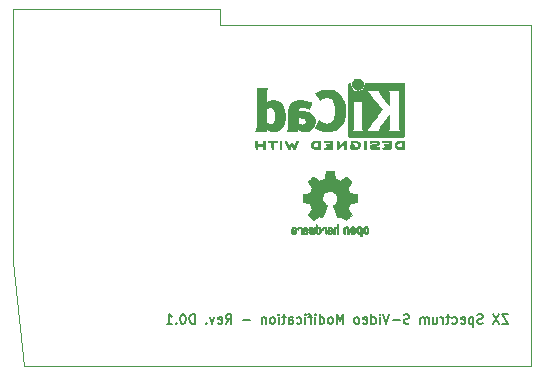
<source format=gbr>
G04 #@! TF.GenerationSoftware,KiCad,Pcbnew,(6.0.10)*
G04 #@! TF.CreationDate,2023-01-19T02:18:08+01:00*
G04 #@! TF.ProjectId,S-VHS ZX Spectrum Rev. D,532d5648-5320-45a5-9820-537065637472,rev?*
G04 #@! TF.SameCoordinates,Original*
G04 #@! TF.FileFunction,Legend,Bot*
G04 #@! TF.FilePolarity,Positive*
%FSLAX46Y46*%
G04 Gerber Fmt 4.6, Leading zero omitted, Abs format (unit mm)*
G04 Created by KiCad (PCBNEW (6.0.10)) date 2023-01-19 02:18:08*
%MOMM*%
%LPD*%
G01*
G04 APERTURE LIST*
G04 #@! TA.AperFunction,Profile*
%ADD10C,0.050000*%
G04 #@! TD*
%ADD11C,0.200000*%
%ADD12C,0.010000*%
G04 APERTURE END LIST*
D10*
X135763000Y-105283000D02*
X136652000Y-114046000D01*
X179578000Y-85217000D02*
X179578000Y-114046000D01*
X135763000Y-83820000D02*
X135763000Y-105283000D01*
X179578000Y-85217000D02*
X153289000Y-85217000D01*
X153289000Y-83820000D02*
X135763000Y-83820000D01*
X179578000Y-114046000D02*
X136652000Y-114046000D01*
X153289000Y-85217000D02*
X153289000Y-83820000D01*
D11*
X177671190Y-109670904D02*
X177137857Y-109670904D01*
X177671190Y-110470904D01*
X177137857Y-110470904D01*
X176909285Y-109670904D02*
X176375952Y-110470904D01*
X176375952Y-109670904D02*
X176909285Y-110470904D01*
X175499761Y-110432809D02*
X175385476Y-110470904D01*
X175195000Y-110470904D01*
X175118809Y-110432809D01*
X175080714Y-110394714D01*
X175042619Y-110318523D01*
X175042619Y-110242333D01*
X175080714Y-110166142D01*
X175118809Y-110128047D01*
X175195000Y-110089952D01*
X175347380Y-110051857D01*
X175423571Y-110013761D01*
X175461666Y-109975666D01*
X175499761Y-109899476D01*
X175499761Y-109823285D01*
X175461666Y-109747095D01*
X175423571Y-109709000D01*
X175347380Y-109670904D01*
X175156904Y-109670904D01*
X175042619Y-109709000D01*
X174699761Y-109937571D02*
X174699761Y-110737571D01*
X174699761Y-109975666D02*
X174623571Y-109937571D01*
X174471190Y-109937571D01*
X174395000Y-109975666D01*
X174356904Y-110013761D01*
X174318809Y-110089952D01*
X174318809Y-110318523D01*
X174356904Y-110394714D01*
X174395000Y-110432809D01*
X174471190Y-110470904D01*
X174623571Y-110470904D01*
X174699761Y-110432809D01*
X173671190Y-110432809D02*
X173747380Y-110470904D01*
X173899761Y-110470904D01*
X173975952Y-110432809D01*
X174014047Y-110356619D01*
X174014047Y-110051857D01*
X173975952Y-109975666D01*
X173899761Y-109937571D01*
X173747380Y-109937571D01*
X173671190Y-109975666D01*
X173633095Y-110051857D01*
X173633095Y-110128047D01*
X174014047Y-110204238D01*
X172947380Y-110432809D02*
X173023571Y-110470904D01*
X173175952Y-110470904D01*
X173252142Y-110432809D01*
X173290238Y-110394714D01*
X173328333Y-110318523D01*
X173328333Y-110089952D01*
X173290238Y-110013761D01*
X173252142Y-109975666D01*
X173175952Y-109937571D01*
X173023571Y-109937571D01*
X172947380Y-109975666D01*
X172718809Y-109937571D02*
X172414047Y-109937571D01*
X172604523Y-109670904D02*
X172604523Y-110356619D01*
X172566428Y-110432809D01*
X172490238Y-110470904D01*
X172414047Y-110470904D01*
X172147380Y-110470904D02*
X172147380Y-109937571D01*
X172147380Y-110089952D02*
X172109285Y-110013761D01*
X172071190Y-109975666D01*
X171995000Y-109937571D01*
X171918809Y-109937571D01*
X171309285Y-109937571D02*
X171309285Y-110470904D01*
X171652142Y-109937571D02*
X171652142Y-110356619D01*
X171614047Y-110432809D01*
X171537857Y-110470904D01*
X171423571Y-110470904D01*
X171347380Y-110432809D01*
X171309285Y-110394714D01*
X170928333Y-110470904D02*
X170928333Y-109937571D01*
X170928333Y-110013761D02*
X170890238Y-109975666D01*
X170814047Y-109937571D01*
X170699761Y-109937571D01*
X170623571Y-109975666D01*
X170585476Y-110051857D01*
X170585476Y-110470904D01*
X170585476Y-110051857D02*
X170547380Y-109975666D01*
X170471190Y-109937571D01*
X170356904Y-109937571D01*
X170280714Y-109975666D01*
X170242619Y-110051857D01*
X170242619Y-110470904D01*
X169290238Y-110432809D02*
X169175952Y-110470904D01*
X168985476Y-110470904D01*
X168909285Y-110432809D01*
X168871190Y-110394714D01*
X168833095Y-110318523D01*
X168833095Y-110242333D01*
X168871190Y-110166142D01*
X168909285Y-110128047D01*
X168985476Y-110089952D01*
X169137857Y-110051857D01*
X169214047Y-110013761D01*
X169252142Y-109975666D01*
X169290238Y-109899476D01*
X169290238Y-109823285D01*
X169252142Y-109747095D01*
X169214047Y-109709000D01*
X169137857Y-109670904D01*
X168947380Y-109670904D01*
X168833095Y-109709000D01*
X168490238Y-110166142D02*
X167880714Y-110166142D01*
X167614047Y-109670904D02*
X167347380Y-110470904D01*
X167080714Y-109670904D01*
X166814047Y-110470904D02*
X166814047Y-109937571D01*
X166814047Y-109670904D02*
X166852142Y-109709000D01*
X166814047Y-109747095D01*
X166775952Y-109709000D01*
X166814047Y-109670904D01*
X166814047Y-109747095D01*
X166090238Y-110470904D02*
X166090238Y-109670904D01*
X166090238Y-110432809D02*
X166166428Y-110470904D01*
X166318809Y-110470904D01*
X166395000Y-110432809D01*
X166433095Y-110394714D01*
X166471190Y-110318523D01*
X166471190Y-110089952D01*
X166433095Y-110013761D01*
X166395000Y-109975666D01*
X166318809Y-109937571D01*
X166166428Y-109937571D01*
X166090238Y-109975666D01*
X165404523Y-110432809D02*
X165480714Y-110470904D01*
X165633095Y-110470904D01*
X165709285Y-110432809D01*
X165747380Y-110356619D01*
X165747380Y-110051857D01*
X165709285Y-109975666D01*
X165633095Y-109937571D01*
X165480714Y-109937571D01*
X165404523Y-109975666D01*
X165366428Y-110051857D01*
X165366428Y-110128047D01*
X165747380Y-110204238D01*
X164909285Y-110470904D02*
X164985476Y-110432809D01*
X165023571Y-110394714D01*
X165061666Y-110318523D01*
X165061666Y-110089952D01*
X165023571Y-110013761D01*
X164985476Y-109975666D01*
X164909285Y-109937571D01*
X164795000Y-109937571D01*
X164718809Y-109975666D01*
X164680714Y-110013761D01*
X164642619Y-110089952D01*
X164642619Y-110318523D01*
X164680714Y-110394714D01*
X164718809Y-110432809D01*
X164795000Y-110470904D01*
X164909285Y-110470904D01*
X163690238Y-110470904D02*
X163690238Y-109670904D01*
X163423571Y-110242333D01*
X163156904Y-109670904D01*
X163156904Y-110470904D01*
X162661666Y-110470904D02*
X162737857Y-110432809D01*
X162775952Y-110394714D01*
X162814047Y-110318523D01*
X162814047Y-110089952D01*
X162775952Y-110013761D01*
X162737857Y-109975666D01*
X162661666Y-109937571D01*
X162547380Y-109937571D01*
X162471190Y-109975666D01*
X162433095Y-110013761D01*
X162395000Y-110089952D01*
X162395000Y-110318523D01*
X162433095Y-110394714D01*
X162471190Y-110432809D01*
X162547380Y-110470904D01*
X162661666Y-110470904D01*
X161709285Y-110470904D02*
X161709285Y-109670904D01*
X161709285Y-110432809D02*
X161785476Y-110470904D01*
X161937857Y-110470904D01*
X162014047Y-110432809D01*
X162052142Y-110394714D01*
X162090238Y-110318523D01*
X162090238Y-110089952D01*
X162052142Y-110013761D01*
X162014047Y-109975666D01*
X161937857Y-109937571D01*
X161785476Y-109937571D01*
X161709285Y-109975666D01*
X161328333Y-110470904D02*
X161328333Y-109937571D01*
X161328333Y-109670904D02*
X161366428Y-109709000D01*
X161328333Y-109747095D01*
X161290238Y-109709000D01*
X161328333Y-109670904D01*
X161328333Y-109747095D01*
X161061666Y-109937571D02*
X160756904Y-109937571D01*
X160947380Y-110470904D02*
X160947380Y-109785190D01*
X160909285Y-109709000D01*
X160833095Y-109670904D01*
X160756904Y-109670904D01*
X160490238Y-110470904D02*
X160490238Y-109937571D01*
X160490238Y-109670904D02*
X160528333Y-109709000D01*
X160490238Y-109747095D01*
X160452142Y-109709000D01*
X160490238Y-109670904D01*
X160490238Y-109747095D01*
X159766428Y-110432809D02*
X159842619Y-110470904D01*
X159995000Y-110470904D01*
X160071190Y-110432809D01*
X160109285Y-110394714D01*
X160147380Y-110318523D01*
X160147380Y-110089952D01*
X160109285Y-110013761D01*
X160071190Y-109975666D01*
X159995000Y-109937571D01*
X159842619Y-109937571D01*
X159766428Y-109975666D01*
X159080714Y-110470904D02*
X159080714Y-110051857D01*
X159118809Y-109975666D01*
X159195000Y-109937571D01*
X159347380Y-109937571D01*
X159423571Y-109975666D01*
X159080714Y-110432809D02*
X159156904Y-110470904D01*
X159347380Y-110470904D01*
X159423571Y-110432809D01*
X159461666Y-110356619D01*
X159461666Y-110280428D01*
X159423571Y-110204238D01*
X159347380Y-110166142D01*
X159156904Y-110166142D01*
X159080714Y-110128047D01*
X158814047Y-109937571D02*
X158509285Y-109937571D01*
X158699761Y-109670904D02*
X158699761Y-110356619D01*
X158661666Y-110432809D01*
X158585476Y-110470904D01*
X158509285Y-110470904D01*
X158242619Y-110470904D02*
X158242619Y-109937571D01*
X158242619Y-109670904D02*
X158280714Y-109709000D01*
X158242619Y-109747095D01*
X158204523Y-109709000D01*
X158242619Y-109670904D01*
X158242619Y-109747095D01*
X157747380Y-110470904D02*
X157823571Y-110432809D01*
X157861666Y-110394714D01*
X157899761Y-110318523D01*
X157899761Y-110089952D01*
X157861666Y-110013761D01*
X157823571Y-109975666D01*
X157747380Y-109937571D01*
X157633095Y-109937571D01*
X157556904Y-109975666D01*
X157518809Y-110013761D01*
X157480714Y-110089952D01*
X157480714Y-110318523D01*
X157518809Y-110394714D01*
X157556904Y-110432809D01*
X157633095Y-110470904D01*
X157747380Y-110470904D01*
X157137857Y-109937571D02*
X157137857Y-110470904D01*
X157137857Y-110013761D02*
X157099761Y-109975666D01*
X157023571Y-109937571D01*
X156909285Y-109937571D01*
X156833095Y-109975666D01*
X156795000Y-110051857D01*
X156795000Y-110470904D01*
X155804523Y-110166142D02*
X155195000Y-110166142D01*
X153747380Y-110470904D02*
X154014047Y-110089952D01*
X154204523Y-110470904D02*
X154204523Y-109670904D01*
X153899761Y-109670904D01*
X153823571Y-109709000D01*
X153785476Y-109747095D01*
X153747380Y-109823285D01*
X153747380Y-109937571D01*
X153785476Y-110013761D01*
X153823571Y-110051857D01*
X153899761Y-110089952D01*
X154204523Y-110089952D01*
X153099761Y-110432809D02*
X153175952Y-110470904D01*
X153328333Y-110470904D01*
X153404523Y-110432809D01*
X153442619Y-110356619D01*
X153442619Y-110051857D01*
X153404523Y-109975666D01*
X153328333Y-109937571D01*
X153175952Y-109937571D01*
X153099761Y-109975666D01*
X153061666Y-110051857D01*
X153061666Y-110128047D01*
X153442619Y-110204238D01*
X152795000Y-109937571D02*
X152604523Y-110470904D01*
X152414047Y-109937571D01*
X152109285Y-110394714D02*
X152071190Y-110432809D01*
X152109285Y-110470904D01*
X152147380Y-110432809D01*
X152109285Y-110394714D01*
X152109285Y-110470904D01*
X151118809Y-110470904D02*
X151118809Y-109670904D01*
X150928333Y-109670904D01*
X150814047Y-109709000D01*
X150737857Y-109785190D01*
X150699761Y-109861380D01*
X150661666Y-110013761D01*
X150661666Y-110128047D01*
X150699761Y-110280428D01*
X150737857Y-110356619D01*
X150814047Y-110432809D01*
X150928333Y-110470904D01*
X151118809Y-110470904D01*
X150166428Y-109670904D02*
X150090238Y-109670904D01*
X150014047Y-109709000D01*
X149975952Y-109747095D01*
X149937857Y-109823285D01*
X149899761Y-109975666D01*
X149899761Y-110166142D01*
X149937857Y-110318523D01*
X149975952Y-110394714D01*
X150014047Y-110432809D01*
X150090238Y-110470904D01*
X150166428Y-110470904D01*
X150242619Y-110432809D01*
X150280714Y-110394714D01*
X150318809Y-110318523D01*
X150356904Y-110166142D01*
X150356904Y-109975666D01*
X150318809Y-109823285D01*
X150280714Y-109747095D01*
X150242619Y-109709000D01*
X150166428Y-109670904D01*
X149556904Y-110394714D02*
X149518809Y-110432809D01*
X149556904Y-110470904D01*
X149595000Y-110432809D01*
X149556904Y-110394714D01*
X149556904Y-110470904D01*
X148756904Y-110470904D02*
X149214047Y-110470904D01*
X148985476Y-110470904D02*
X148985476Y-109670904D01*
X149061666Y-109785190D01*
X149137857Y-109861380D01*
X149214047Y-109899476D01*
G36*
X163238543Y-102079444D02*
G01*
X163285714Y-102099342D01*
X163285714Y-102496509D01*
X163285519Y-102599498D01*
X163284998Y-102692141D01*
X163284199Y-102770700D01*
X163283172Y-102831439D01*
X163281963Y-102870623D01*
X163280623Y-102884514D01*
X163280099Y-102884468D01*
X163262287Y-102879420D01*
X163229823Y-102868580D01*
X163184114Y-102852646D01*
X163184114Y-102648173D01*
X163183824Y-102567832D01*
X163182474Y-102509562D01*
X163179369Y-102469909D01*
X163173812Y-102443618D01*
X163165107Y-102425436D01*
X163152556Y-102410107D01*
X163143999Y-102401955D01*
X163097728Y-102379375D01*
X163046728Y-102381375D01*
X162999993Y-102408073D01*
X162993189Y-102414698D01*
X162982293Y-102428456D01*
X162974836Y-102446642D01*
X162970169Y-102474177D01*
X162967642Y-102515981D01*
X162966602Y-102576973D01*
X162966400Y-102662073D01*
X162966303Y-102705234D01*
X162965674Y-102776224D01*
X162964556Y-102833076D01*
X162963063Y-102870828D01*
X162961309Y-102884514D01*
X162960785Y-102884468D01*
X162942973Y-102879420D01*
X162910509Y-102868580D01*
X162864800Y-102852646D01*
X162864823Y-102647237D01*
X162864857Y-102628951D01*
X162866778Y-102533626D01*
X162872678Y-102461543D01*
X162884001Y-102407813D01*
X162902187Y-102367549D01*
X162928679Y-102335861D01*
X162964918Y-102307861D01*
X163000263Y-102290333D01*
X163056773Y-102276785D01*
X163112356Y-102276015D01*
X163155086Y-102289195D01*
X163158298Y-102291015D01*
X163168205Y-102290820D01*
X163174975Y-102275572D01*
X163179861Y-102240613D01*
X163184114Y-102181289D01*
X163191371Y-102059547D01*
X163238543Y-102079444D01*
G37*
D12*
X163238543Y-102079444D02*
X163285714Y-102099342D01*
X163285714Y-102496509D01*
X163285519Y-102599498D01*
X163284998Y-102692141D01*
X163284199Y-102770700D01*
X163283172Y-102831439D01*
X163281963Y-102870623D01*
X163280623Y-102884514D01*
X163280099Y-102884468D01*
X163262287Y-102879420D01*
X163229823Y-102868580D01*
X163184114Y-102852646D01*
X163184114Y-102648173D01*
X163183824Y-102567832D01*
X163182474Y-102509562D01*
X163179369Y-102469909D01*
X163173812Y-102443618D01*
X163165107Y-102425436D01*
X163152556Y-102410107D01*
X163143999Y-102401955D01*
X163097728Y-102379375D01*
X163046728Y-102381375D01*
X162999993Y-102408073D01*
X162993189Y-102414698D01*
X162982293Y-102428456D01*
X162974836Y-102446642D01*
X162970169Y-102474177D01*
X162967642Y-102515981D01*
X162966602Y-102576973D01*
X162966400Y-102662073D01*
X162966303Y-102705234D01*
X162965674Y-102776224D01*
X162964556Y-102833076D01*
X162963063Y-102870828D01*
X162961309Y-102884514D01*
X162960785Y-102884468D01*
X162942973Y-102879420D01*
X162910509Y-102868580D01*
X162864800Y-102852646D01*
X162864823Y-102647237D01*
X162864857Y-102628951D01*
X162866778Y-102533626D01*
X162872678Y-102461543D01*
X162884001Y-102407813D01*
X162902187Y-102367549D01*
X162928679Y-102335861D01*
X162964918Y-102307861D01*
X163000263Y-102290333D01*
X163056773Y-102276785D01*
X163112356Y-102276015D01*
X163155086Y-102289195D01*
X163158298Y-102291015D01*
X163168205Y-102290820D01*
X163174975Y-102275572D01*
X163179861Y-102240613D01*
X163184114Y-102181289D01*
X163191371Y-102059547D01*
X163238543Y-102079444D01*
G36*
X162167691Y-102296467D02*
G01*
X162172273Y-102299003D01*
X162209704Y-102328057D01*
X162243170Y-102365410D01*
X162249007Y-102373852D01*
X162260165Y-102393553D01*
X162268136Y-102416935D01*
X162273618Y-102449067D01*
X162277307Y-102495019D01*
X162279899Y-102559859D01*
X162282092Y-102648657D01*
X162282402Y-102663669D01*
X162283400Y-102760999D01*
X162281994Y-102829934D01*
X162278164Y-102870948D01*
X162271889Y-102884514D01*
X162252898Y-102880452D01*
X162220638Y-102868144D01*
X162213041Y-102864545D01*
X162201176Y-102856398D01*
X162192994Y-102843004D01*
X162187643Y-102819608D01*
X162184269Y-102781455D01*
X162182019Y-102723790D01*
X162180040Y-102641857D01*
X162179498Y-102617907D01*
X162177403Y-102542266D01*
X162174683Y-102489328D01*
X162170515Y-102454075D01*
X162164079Y-102431487D01*
X162154550Y-102416544D01*
X162141106Y-102404227D01*
X162101305Y-102382634D01*
X162052341Y-102378476D01*
X162008529Y-102394999D01*
X161977008Y-102429210D01*
X161964914Y-102478114D01*
X161964578Y-102491407D01*
X161957972Y-102515472D01*
X161938470Y-102519144D01*
X161900283Y-102504813D01*
X161891438Y-102500217D01*
X161867534Y-102473186D01*
X161867061Y-102432994D01*
X161889836Y-102377409D01*
X161910727Y-102347117D01*
X161964142Y-102304084D01*
X162030074Y-102279755D01*
X162100574Y-102276443D01*
X162167691Y-102296467D01*
G37*
X162167691Y-102296467D02*
X162172273Y-102299003D01*
X162209704Y-102328057D01*
X162243170Y-102365410D01*
X162249007Y-102373852D01*
X162260165Y-102393553D01*
X162268136Y-102416935D01*
X162273618Y-102449067D01*
X162277307Y-102495019D01*
X162279899Y-102559859D01*
X162282092Y-102648657D01*
X162282402Y-102663669D01*
X162283400Y-102760999D01*
X162281994Y-102829934D01*
X162278164Y-102870948D01*
X162271889Y-102884514D01*
X162252898Y-102880452D01*
X162220638Y-102868144D01*
X162213041Y-102864545D01*
X162201176Y-102856398D01*
X162192994Y-102843004D01*
X162187643Y-102819608D01*
X162184269Y-102781455D01*
X162182019Y-102723790D01*
X162180040Y-102641857D01*
X162179498Y-102617907D01*
X162177403Y-102542266D01*
X162174683Y-102489328D01*
X162170515Y-102454075D01*
X162164079Y-102431487D01*
X162154550Y-102416544D01*
X162141106Y-102404227D01*
X162101305Y-102382634D01*
X162052341Y-102378476D01*
X162008529Y-102394999D01*
X161977008Y-102429210D01*
X161964914Y-102478114D01*
X161964578Y-102491407D01*
X161957972Y-102515472D01*
X161938470Y-102519144D01*
X161900283Y-102504813D01*
X161891438Y-102500217D01*
X161867534Y-102473186D01*
X161867061Y-102432994D01*
X161889836Y-102377409D01*
X161910727Y-102347117D01*
X161964142Y-102304084D01*
X162030074Y-102279755D01*
X162100574Y-102276443D01*
X162167691Y-102296467D01*
G36*
X159700307Y-102621305D02*
G01*
X159696762Y-102697521D01*
X159687483Y-102753294D01*
X159670375Y-102794613D01*
X159643344Y-102827467D01*
X159604292Y-102857846D01*
X159579445Y-102871660D01*
X159539615Y-102880965D01*
X159483665Y-102880230D01*
X159452385Y-102877283D01*
X159414653Y-102868283D01*
X159384494Y-102848720D01*
X159349408Y-102812267D01*
X159344720Y-102806943D01*
X159313177Y-102765969D01*
X159298128Y-102730283D01*
X159294286Y-102687966D01*
X159294286Y-102625779D01*
X159337742Y-102642182D01*
X159369424Y-102661356D01*
X159396962Y-102706347D01*
X159402711Y-102720752D01*
X159434855Y-102761546D01*
X159478611Y-102782081D01*
X159526254Y-102780235D01*
X159570057Y-102753886D01*
X159585111Y-102737455D01*
X159598763Y-102712667D01*
X159594493Y-102690144D01*
X159569916Y-102666964D01*
X159522651Y-102640202D01*
X159450314Y-102606934D01*
X159301543Y-102541816D01*
X159297595Y-102477308D01*
X159299079Y-102436220D01*
X159396010Y-102436220D01*
X159403368Y-102461657D01*
X159436848Y-102488814D01*
X159497614Y-102519714D01*
X159507669Y-102524190D01*
X159555751Y-102545017D01*
X159591726Y-102559665D01*
X159608444Y-102565200D01*
X159610977Y-102561126D01*
X159611993Y-102536247D01*
X159608369Y-102496257D01*
X159599242Y-102457152D01*
X159570773Y-102407884D01*
X159529678Y-102380122D01*
X159480590Y-102376364D01*
X159428144Y-102399109D01*
X159413609Y-102410481D01*
X159396010Y-102436220D01*
X159299079Y-102436220D01*
X159299338Y-102429064D01*
X159321281Y-102368096D01*
X159348979Y-102334497D01*
X159406405Y-102296966D01*
X159474527Y-102278006D01*
X159544947Y-102279507D01*
X159609267Y-102303355D01*
X159623426Y-102312513D01*
X159655904Y-102340849D01*
X159678116Y-102376695D01*
X159691804Y-102425384D01*
X159698715Y-102492249D01*
X159699628Y-102536247D01*
X159700590Y-102582622D01*
X159700307Y-102621305D01*
G37*
X159700307Y-102621305D02*
X159696762Y-102697521D01*
X159687483Y-102753294D01*
X159670375Y-102794613D01*
X159643344Y-102827467D01*
X159604292Y-102857846D01*
X159579445Y-102871660D01*
X159539615Y-102880965D01*
X159483665Y-102880230D01*
X159452385Y-102877283D01*
X159414653Y-102868283D01*
X159384494Y-102848720D01*
X159349408Y-102812267D01*
X159344720Y-102806943D01*
X159313177Y-102765969D01*
X159298128Y-102730283D01*
X159294286Y-102687966D01*
X159294286Y-102625779D01*
X159337742Y-102642182D01*
X159369424Y-102661356D01*
X159396962Y-102706347D01*
X159402711Y-102720752D01*
X159434855Y-102761546D01*
X159478611Y-102782081D01*
X159526254Y-102780235D01*
X159570057Y-102753886D01*
X159585111Y-102737455D01*
X159598763Y-102712667D01*
X159594493Y-102690144D01*
X159569916Y-102666964D01*
X159522651Y-102640202D01*
X159450314Y-102606934D01*
X159301543Y-102541816D01*
X159297595Y-102477308D01*
X159299079Y-102436220D01*
X159396010Y-102436220D01*
X159403368Y-102461657D01*
X159436848Y-102488814D01*
X159497614Y-102519714D01*
X159507669Y-102524190D01*
X159555751Y-102545017D01*
X159591726Y-102559665D01*
X159608444Y-102565200D01*
X159610977Y-102561126D01*
X159611993Y-102536247D01*
X159608369Y-102496257D01*
X159599242Y-102457152D01*
X159570773Y-102407884D01*
X159529678Y-102380122D01*
X159480590Y-102376364D01*
X159428144Y-102399109D01*
X159413609Y-102410481D01*
X159396010Y-102436220D01*
X159299079Y-102436220D01*
X159299338Y-102429064D01*
X159321281Y-102368096D01*
X159348979Y-102334497D01*
X159406405Y-102296966D01*
X159474527Y-102278006D01*
X159544947Y-102279507D01*
X159609267Y-102303355D01*
X159623426Y-102312513D01*
X159655904Y-102340849D01*
X159678116Y-102376695D01*
X159691804Y-102425384D01*
X159698715Y-102492249D01*
X159699628Y-102536247D01*
X159700590Y-102582622D01*
X159700307Y-102621305D01*
G36*
X163991020Y-102247822D02*
G01*
X164058810Y-102279680D01*
X164114366Y-102334770D01*
X164125881Y-102352016D01*
X164135432Y-102371562D01*
X164142206Y-102396198D01*
X164146819Y-102430711D01*
X164149888Y-102479889D01*
X164152029Y-102548519D01*
X164153859Y-102641389D01*
X164158404Y-102899007D01*
X164120225Y-102884491D01*
X164085268Y-102871156D01*
X164059097Y-102858323D01*
X164042013Y-102841780D01*
X164032086Y-102816465D01*
X164027386Y-102777316D01*
X164025982Y-102719268D01*
X164025943Y-102637261D01*
X164025744Y-102571895D01*
X164024559Y-102509173D01*
X164021729Y-102466334D01*
X164016609Y-102438220D01*
X164008553Y-102419675D01*
X163996914Y-102405543D01*
X163968303Y-102385600D01*
X163920239Y-102378083D01*
X163872688Y-102397079D01*
X163869550Y-102399511D01*
X163859769Y-102410748D01*
X163852553Y-102428770D01*
X163847299Y-102458026D01*
X163843402Y-102502962D01*
X163840256Y-102568028D01*
X163837257Y-102657670D01*
X163830000Y-102897697D01*
X163768314Y-102870044D01*
X163706629Y-102842391D01*
X163706629Y-102623246D01*
X163706884Y-102563711D01*
X163709086Y-102480892D01*
X163714661Y-102419227D01*
X163724941Y-102373748D01*
X163741258Y-102339484D01*
X163764943Y-102311466D01*
X163797328Y-102284723D01*
X163843907Y-102257780D01*
X163917287Y-102240191D01*
X163991020Y-102247822D01*
G37*
X163991020Y-102247822D02*
X164058810Y-102279680D01*
X164114366Y-102334770D01*
X164125881Y-102352016D01*
X164135432Y-102371562D01*
X164142206Y-102396198D01*
X164146819Y-102430711D01*
X164149888Y-102479889D01*
X164152029Y-102548519D01*
X164153859Y-102641389D01*
X164158404Y-102899007D01*
X164120225Y-102884491D01*
X164085268Y-102871156D01*
X164059097Y-102858323D01*
X164042013Y-102841780D01*
X164032086Y-102816465D01*
X164027386Y-102777316D01*
X164025982Y-102719268D01*
X164025943Y-102637261D01*
X164025744Y-102571895D01*
X164024559Y-102509173D01*
X164021729Y-102466334D01*
X164016609Y-102438220D01*
X164008553Y-102419675D01*
X163996914Y-102405543D01*
X163968303Y-102385600D01*
X163920239Y-102378083D01*
X163872688Y-102397079D01*
X163869550Y-102399511D01*
X163859769Y-102410748D01*
X163852553Y-102428770D01*
X163847299Y-102458026D01*
X163843402Y-102502962D01*
X163840256Y-102568028D01*
X163837257Y-102657670D01*
X163830000Y-102897697D01*
X163768314Y-102870044D01*
X163706629Y-102842391D01*
X163706629Y-102623246D01*
X163706884Y-102563711D01*
X163709086Y-102480892D01*
X163714661Y-102419227D01*
X163724941Y-102373748D01*
X163741258Y-102339484D01*
X163764943Y-102311466D01*
X163797328Y-102284723D01*
X163843907Y-102257780D01*
X163917287Y-102240191D01*
X163991020Y-102247822D01*
G36*
X164717684Y-102634078D02*
G01*
X164715078Y-102657387D01*
X164695660Y-102740352D01*
X164660573Y-102803448D01*
X164607212Y-102851808D01*
X164604196Y-102853804D01*
X164536362Y-102882185D01*
X164465535Y-102884711D01*
X164397289Y-102863097D01*
X164337196Y-102819062D01*
X164290829Y-102754322D01*
X164290050Y-102752761D01*
X164274643Y-102712558D01*
X164263357Y-102666866D01*
X164257370Y-102623972D01*
X164257861Y-102592160D01*
X164266007Y-102579714D01*
X164273244Y-102580471D01*
X164307851Y-102594235D01*
X164347078Y-102619546D01*
X164380448Y-102648845D01*
X164397483Y-102674572D01*
X164415192Y-102709471D01*
X164451485Y-102741212D01*
X164493630Y-102753886D01*
X164509077Y-102750221D01*
X164539569Y-102731774D01*
X164566128Y-102706166D01*
X164577486Y-102682934D01*
X164577482Y-102682848D01*
X164564596Y-102672179D01*
X164530241Y-102652933D01*
X164479593Y-102627813D01*
X164417829Y-102599524D01*
X164417489Y-102599374D01*
X164350388Y-102569498D01*
X164305411Y-102547973D01*
X164278145Y-102531437D01*
X164264178Y-102516531D01*
X164259097Y-102499893D01*
X164258490Y-102478162D01*
X164262712Y-102437013D01*
X164406000Y-102437013D01*
X164420791Y-102449949D01*
X164457644Y-102469333D01*
X164458725Y-102469881D01*
X164502205Y-102490587D01*
X164541102Y-102507105D01*
X164565778Y-102514093D01*
X164575676Y-102504753D01*
X164577486Y-102472748D01*
X164569966Y-102432915D01*
X164543897Y-102396717D01*
X164506154Y-102377950D01*
X164464077Y-102379845D01*
X164425005Y-102405632D01*
X164409647Y-102423451D01*
X164406000Y-102437013D01*
X164262712Y-102437013D01*
X164263833Y-102426086D01*
X164290251Y-102355335D01*
X164334473Y-102299735D01*
X164391697Y-102261239D01*
X164457120Y-102241797D01*
X164525937Y-102243359D01*
X164593347Y-102267878D01*
X164654544Y-102317302D01*
X164688450Y-102366212D01*
X164712806Y-102436027D01*
X164716767Y-102472748D01*
X164722299Y-102524055D01*
X164717684Y-102634078D01*
G37*
X164717684Y-102634078D02*
X164715078Y-102657387D01*
X164695660Y-102740352D01*
X164660573Y-102803448D01*
X164607212Y-102851808D01*
X164604196Y-102853804D01*
X164536362Y-102882185D01*
X164465535Y-102884711D01*
X164397289Y-102863097D01*
X164337196Y-102819062D01*
X164290829Y-102754322D01*
X164290050Y-102752761D01*
X164274643Y-102712558D01*
X164263357Y-102666866D01*
X164257370Y-102623972D01*
X164257861Y-102592160D01*
X164266007Y-102579714D01*
X164273244Y-102580471D01*
X164307851Y-102594235D01*
X164347078Y-102619546D01*
X164380448Y-102648845D01*
X164397483Y-102674572D01*
X164415192Y-102709471D01*
X164451485Y-102741212D01*
X164493630Y-102753886D01*
X164509077Y-102750221D01*
X164539569Y-102731774D01*
X164566128Y-102706166D01*
X164577486Y-102682934D01*
X164577482Y-102682848D01*
X164564596Y-102672179D01*
X164530241Y-102652933D01*
X164479593Y-102627813D01*
X164417829Y-102599524D01*
X164417489Y-102599374D01*
X164350388Y-102569498D01*
X164305411Y-102547973D01*
X164278145Y-102531437D01*
X164264178Y-102516531D01*
X164259097Y-102499893D01*
X164258490Y-102478162D01*
X164262712Y-102437013D01*
X164406000Y-102437013D01*
X164420791Y-102449949D01*
X164457644Y-102469333D01*
X164458725Y-102469881D01*
X164502205Y-102490587D01*
X164541102Y-102507105D01*
X164565778Y-102514093D01*
X164575676Y-102504753D01*
X164577486Y-102472748D01*
X164569966Y-102432915D01*
X164543897Y-102396717D01*
X164506154Y-102377950D01*
X164464077Y-102379845D01*
X164425005Y-102405632D01*
X164409647Y-102423451D01*
X164406000Y-102437013D01*
X164262712Y-102437013D01*
X164263833Y-102426086D01*
X164290251Y-102355335D01*
X164334473Y-102299735D01*
X164391697Y-102261239D01*
X164457120Y-102241797D01*
X164525937Y-102243359D01*
X164593347Y-102267878D01*
X164654544Y-102317302D01*
X164688450Y-102366212D01*
X164712806Y-102436027D01*
X164716767Y-102472748D01*
X164722299Y-102524055D01*
X164717684Y-102634078D01*
G36*
X162649483Y-102290569D02*
G01*
X162699376Y-102319661D01*
X162721325Y-102342327D01*
X162763504Y-102410082D01*
X162777714Y-102483950D01*
X162777714Y-102534770D01*
X162730999Y-102515128D01*
X162698692Y-102495308D01*
X162673231Y-102454160D01*
X162670616Y-102445675D01*
X162642478Y-102402451D01*
X162600067Y-102379103D01*
X162551370Y-102378100D01*
X162504373Y-102401914D01*
X162497357Y-102408056D01*
X162473893Y-102434745D01*
X162470019Y-102458014D01*
X162487768Y-102480862D01*
X162529179Y-102506287D01*
X162596286Y-102537288D01*
X162600824Y-102539252D01*
X162675322Y-102573990D01*
X162726203Y-102604763D01*
X162757525Y-102635488D01*
X162773343Y-102670082D01*
X162777714Y-102712462D01*
X162771986Y-102759446D01*
X162743062Y-102819585D01*
X162692178Y-102862788D01*
X162655374Y-102875759D01*
X162603434Y-102882856D01*
X162552999Y-102881340D01*
X162516983Y-102870632D01*
X162513158Y-102867966D01*
X162502998Y-102849337D01*
X162510048Y-102816505D01*
X162522297Y-102790735D01*
X162541939Y-102780006D01*
X162579191Y-102780539D01*
X162630908Y-102777462D01*
X162664701Y-102756212D01*
X162676114Y-102716877D01*
X162676104Y-102715747D01*
X162669187Y-102692913D01*
X162645659Y-102671963D01*
X162599914Y-102647815D01*
X162537704Y-102618741D01*
X162496499Y-102602925D01*
X162472712Y-102603944D01*
X162461597Y-102624837D01*
X162458408Y-102668641D01*
X162458400Y-102738393D01*
X162458044Y-102781452D01*
X162456413Y-102834626D01*
X162453761Y-102871022D01*
X162450422Y-102884514D01*
X162449530Y-102884423D01*
X162430237Y-102877110D01*
X162398284Y-102861678D01*
X162354124Y-102838842D01*
X162359371Y-102633078D01*
X162359736Y-102619432D01*
X162363904Y-102523651D01*
X162371268Y-102451462D01*
X162383330Y-102398058D01*
X162401593Y-102358633D01*
X162427560Y-102328380D01*
X162462733Y-102302493D01*
X162463384Y-102302087D01*
X162520256Y-102280968D01*
X162586033Y-102277400D01*
X162649483Y-102290569D01*
G37*
X162649483Y-102290569D02*
X162699376Y-102319661D01*
X162721325Y-102342327D01*
X162763504Y-102410082D01*
X162777714Y-102483950D01*
X162777714Y-102534770D01*
X162730999Y-102515128D01*
X162698692Y-102495308D01*
X162673231Y-102454160D01*
X162670616Y-102445675D01*
X162642478Y-102402451D01*
X162600067Y-102379103D01*
X162551370Y-102378100D01*
X162504373Y-102401914D01*
X162497357Y-102408056D01*
X162473893Y-102434745D01*
X162470019Y-102458014D01*
X162487768Y-102480862D01*
X162529179Y-102506287D01*
X162596286Y-102537288D01*
X162600824Y-102539252D01*
X162675322Y-102573990D01*
X162726203Y-102604763D01*
X162757525Y-102635488D01*
X162773343Y-102670082D01*
X162777714Y-102712462D01*
X162771986Y-102759446D01*
X162743062Y-102819585D01*
X162692178Y-102862788D01*
X162655374Y-102875759D01*
X162603434Y-102882856D01*
X162552999Y-102881340D01*
X162516983Y-102870632D01*
X162513158Y-102867966D01*
X162502998Y-102849337D01*
X162510048Y-102816505D01*
X162522297Y-102790735D01*
X162541939Y-102780006D01*
X162579191Y-102780539D01*
X162630908Y-102777462D01*
X162664701Y-102756212D01*
X162676114Y-102716877D01*
X162676104Y-102715747D01*
X162669187Y-102692913D01*
X162645659Y-102671963D01*
X162599914Y-102647815D01*
X162537704Y-102618741D01*
X162496499Y-102602925D01*
X162472712Y-102603944D01*
X162461597Y-102624837D01*
X162458408Y-102668641D01*
X162458400Y-102738393D01*
X162458044Y-102781452D01*
X162456413Y-102834626D01*
X162453761Y-102871022D01*
X162450422Y-102884514D01*
X162449530Y-102884423D01*
X162430237Y-102877110D01*
X162398284Y-102861678D01*
X162354124Y-102838842D01*
X162359371Y-102633078D01*
X162359736Y-102619432D01*
X162363904Y-102523651D01*
X162371268Y-102451462D01*
X162383330Y-102398058D01*
X162401593Y-102358633D01*
X162427560Y-102328380D01*
X162462733Y-102302493D01*
X162463384Y-102302087D01*
X162520256Y-102280968D01*
X162586033Y-102277400D01*
X162649483Y-102290569D01*
G36*
X160042829Y-102281097D02*
G01*
X160102753Y-102303355D01*
X160127673Y-102320080D01*
X160152910Y-102344043D01*
X160170912Y-102374526D01*
X160182858Y-102416023D01*
X160189930Y-102473032D01*
X160193308Y-102550047D01*
X160194171Y-102651565D01*
X160194002Y-102704027D01*
X160193153Y-102775715D01*
X160191711Y-102832925D01*
X160189814Y-102870809D01*
X160187597Y-102884514D01*
X160173172Y-102879981D01*
X160144054Y-102867670D01*
X160143181Y-102867272D01*
X160128060Y-102859356D01*
X160117891Y-102848495D01*
X160111691Y-102829471D01*
X160108478Y-102797069D01*
X160107270Y-102746071D01*
X160107086Y-102671261D01*
X160106714Y-102623804D01*
X160102750Y-102534615D01*
X160093673Y-102469287D01*
X160078524Y-102424393D01*
X160056345Y-102396507D01*
X160026175Y-102382203D01*
X160021990Y-102381206D01*
X159965480Y-102380427D01*
X159921410Y-102405744D01*
X159890972Y-102456502D01*
X159885544Y-102471175D01*
X159873171Y-102503649D01*
X159866905Y-102518572D01*
X159854036Y-102516516D01*
X159825933Y-102505357D01*
X159799721Y-102486927D01*
X159787771Y-102452098D01*
X159791336Y-102427151D01*
X159813235Y-102376547D01*
X159848644Y-102329128D01*
X159890052Y-102296334D01*
X159907400Y-102288752D01*
X159973089Y-102276076D01*
X160042829Y-102281097D01*
G37*
X160042829Y-102281097D02*
X160102753Y-102303355D01*
X160127673Y-102320080D01*
X160152910Y-102344043D01*
X160170912Y-102374526D01*
X160182858Y-102416023D01*
X160189930Y-102473032D01*
X160193308Y-102550047D01*
X160194171Y-102651565D01*
X160194002Y-102704027D01*
X160193153Y-102775715D01*
X160191711Y-102832925D01*
X160189814Y-102870809D01*
X160187597Y-102884514D01*
X160173172Y-102879981D01*
X160144054Y-102867670D01*
X160143181Y-102867272D01*
X160128060Y-102859356D01*
X160117891Y-102848495D01*
X160111691Y-102829471D01*
X160108478Y-102797069D01*
X160107270Y-102746071D01*
X160107086Y-102671261D01*
X160106714Y-102623804D01*
X160102750Y-102534615D01*
X160093673Y-102469287D01*
X160078524Y-102424393D01*
X160056345Y-102396507D01*
X160026175Y-102382203D01*
X160021990Y-102381206D01*
X159965480Y-102380427D01*
X159921410Y-102405744D01*
X159890972Y-102456502D01*
X159885544Y-102471175D01*
X159873171Y-102503649D01*
X159866905Y-102518572D01*
X159854036Y-102516516D01*
X159825933Y-102505357D01*
X159799721Y-102486927D01*
X159787771Y-102452098D01*
X159791336Y-102427151D01*
X159813235Y-102376547D01*
X159848644Y-102329128D01*
X159890052Y-102296334D01*
X159907400Y-102288752D01*
X159973089Y-102276076D01*
X160042829Y-102281097D01*
G36*
X162673933Y-97572371D02*
G01*
X162749856Y-97572865D01*
X162804491Y-97574135D01*
X162841500Y-97576547D01*
X162864547Y-97580467D01*
X162877296Y-97586262D01*
X162883411Y-97594299D01*
X162886556Y-97604943D01*
X162886646Y-97605325D01*
X162891814Y-97630347D01*
X162901209Y-97678681D01*
X162913867Y-97745260D01*
X162928825Y-97825014D01*
X162945119Y-97912875D01*
X162946448Y-97920064D01*
X162962691Y-98005340D01*
X162977805Y-98080242D01*
X162990808Y-98140219D01*
X163000715Y-98180717D01*
X163006544Y-98197184D01*
X163006575Y-98197210D01*
X163024943Y-98206320D01*
X163062640Y-98221457D01*
X163111543Y-98239358D01*
X163114297Y-98240330D01*
X163176817Y-98263959D01*
X163249543Y-98293595D01*
X163317294Y-98323062D01*
X163428703Y-98373626D01*
X163675399Y-98205160D01*
X163692775Y-98193311D01*
X163767202Y-98142947D01*
X163833614Y-98098612D01*
X163888039Y-98062916D01*
X163926506Y-98038471D01*
X163945042Y-98027889D01*
X163957743Y-98030315D01*
X163986579Y-98049110D01*
X164031143Y-98086330D01*
X164092670Y-98143020D01*
X164172398Y-98220227D01*
X164179532Y-98227255D01*
X164242796Y-98290222D01*
X164298990Y-98347268D01*
X164344677Y-98394817D01*
X164376414Y-98429297D01*
X164390764Y-98447131D01*
X164390810Y-98447217D01*
X164392633Y-98460795D01*
X164385910Y-98482820D01*
X164368946Y-98516304D01*
X164340044Y-98564261D01*
X164297508Y-98629704D01*
X164239644Y-98715645D01*
X164229783Y-98730151D01*
X164179913Y-98803635D01*
X164135905Y-98868687D01*
X164100380Y-98921417D01*
X164075959Y-98957936D01*
X164065264Y-98974356D01*
X164064458Y-98977834D01*
X164069518Y-99003785D01*
X164084677Y-99046159D01*
X164107463Y-99097728D01*
X164138429Y-99165170D01*
X164173004Y-99245195D01*
X164202366Y-99317629D01*
X164209645Y-99336377D01*
X164228710Y-99384246D01*
X164242715Y-99417596D01*
X164249041Y-99430114D01*
X164256025Y-99431050D01*
X164287413Y-99436461D01*
X164338787Y-99445806D01*
X164404802Y-99458069D01*
X164480113Y-99472232D01*
X164559375Y-99487280D01*
X164637243Y-99502195D01*
X164708370Y-99515961D01*
X164767412Y-99527562D01*
X164809022Y-99535980D01*
X164827857Y-99540199D01*
X164830980Y-99541389D01*
X164838591Y-99547805D01*
X164844254Y-99561465D01*
X164848251Y-99585999D01*
X164850866Y-99625038D01*
X164852384Y-99682213D01*
X164853086Y-99761154D01*
X164853257Y-99865492D01*
X164853257Y-100182799D01*
X164777057Y-100197839D01*
X164767840Y-100199642D01*
X164718891Y-100208980D01*
X164651205Y-100221669D01*
X164572478Y-100236273D01*
X164490400Y-100251355D01*
X164458078Y-100257422D01*
X164385855Y-100272181D01*
X164325666Y-100286137D01*
X164283040Y-100297952D01*
X164263510Y-100306287D01*
X164254660Y-100319905D01*
X164238548Y-100355938D01*
X164222065Y-100402572D01*
X164216263Y-100420034D01*
X164194906Y-100477358D01*
X164167359Y-100545201D01*
X164138107Y-100612355D01*
X164122463Y-100647430D01*
X164100174Y-100699822D01*
X164084857Y-100739058D01*
X164079162Y-100758563D01*
X164079478Y-100760036D01*
X164090281Y-100780729D01*
X164114638Y-100820665D01*
X164150081Y-100875972D01*
X164194136Y-100942781D01*
X164244332Y-101017220D01*
X164409501Y-101259623D01*
X164192503Y-101476983D01*
X164171516Y-101497899D01*
X164107342Y-101560505D01*
X164049990Y-101614495D01*
X164002820Y-101656826D01*
X163969192Y-101684457D01*
X163952467Y-101694343D01*
X163934303Y-101686821D01*
X163896265Y-101665227D01*
X163842726Y-101632151D01*
X163777884Y-101590191D01*
X163705940Y-101541943D01*
X163635275Y-101494291D01*
X163571526Y-101452328D01*
X163519513Y-101419165D01*
X163483279Y-101397378D01*
X163466867Y-101389543D01*
X163465905Y-101389614D01*
X163444103Y-101397338D01*
X163405440Y-101415323D01*
X163357612Y-101440013D01*
X163357110Y-101440284D01*
X163293587Y-101472099D01*
X163250060Y-101487642D01*
X163223052Y-101487685D01*
X163209090Y-101473000D01*
X163203180Y-101458544D01*
X163187229Y-101419831D01*
X163162660Y-101360316D01*
X163130779Y-101283165D01*
X163092893Y-101191541D01*
X163050310Y-101088607D01*
X163004337Y-100977526D01*
X162962667Y-100876472D01*
X162920268Y-100772780D01*
X162882756Y-100680119D01*
X162851388Y-100601642D01*
X162827425Y-100540500D01*
X162812123Y-100499843D01*
X162806743Y-100482825D01*
X162817018Y-100467219D01*
X162845563Y-100441162D01*
X162885971Y-100410887D01*
X162982979Y-100331684D01*
X163069793Y-100230475D01*
X163133322Y-100119116D01*
X163173177Y-100000893D01*
X163188965Y-99879095D01*
X163180296Y-99757010D01*
X163146778Y-99637925D01*
X163088021Y-99525129D01*
X163003632Y-99421911D01*
X162959631Y-99381713D01*
X162854211Y-99310638D01*
X162741410Y-99264301D01*
X162624525Y-99241599D01*
X162506853Y-99241428D01*
X162391690Y-99262687D01*
X162282335Y-99304270D01*
X162182083Y-99365076D01*
X162094233Y-99444001D01*
X162022080Y-99539941D01*
X161968922Y-99651795D01*
X161938057Y-99778457D01*
X161932392Y-99839507D01*
X161940185Y-99971776D01*
X161975284Y-100097266D01*
X162036649Y-100213759D01*
X162123243Y-100319039D01*
X162234029Y-100410887D01*
X162272931Y-100439930D01*
X162302104Y-100466272D01*
X162313257Y-100482800D01*
X162308810Y-100497209D01*
X162294378Y-100535815D01*
X162271173Y-100595201D01*
X162240452Y-100672215D01*
X162203474Y-100763703D01*
X162161496Y-100866516D01*
X162115778Y-100977502D01*
X162074178Y-101078072D01*
X162031222Y-101181947D01*
X161992829Y-101274819D01*
X161960305Y-101353525D01*
X161934958Y-101414899D01*
X161918095Y-101455779D01*
X161911025Y-101473000D01*
X161910943Y-101473204D01*
X161896798Y-101487745D01*
X161869659Y-101487579D01*
X161826023Y-101471927D01*
X161762388Y-101440013D01*
X161757379Y-101437326D01*
X161710125Y-101413150D01*
X161672811Y-101396037D01*
X161653133Y-101389543D01*
X161637005Y-101397218D01*
X161600959Y-101418871D01*
X161549092Y-101451928D01*
X161485445Y-101493810D01*
X161414060Y-101541943D01*
X161343724Y-101589131D01*
X161278670Y-101631267D01*
X161224820Y-101664578D01*
X161186374Y-101686469D01*
X161167534Y-101694343D01*
X161164325Y-101693343D01*
X161141954Y-101677584D01*
X161103733Y-101645033D01*
X161053021Y-101598733D01*
X160993181Y-101541726D01*
X160927571Y-101477058D01*
X160710648Y-101259772D01*
X160879601Y-101011253D01*
X161048553Y-100762733D01*
X160997183Y-100651595D01*
X160997031Y-100651266D01*
X160966183Y-100580418D01*
X160934661Y-100501523D01*
X160909266Y-100431600D01*
X160905423Y-100420322D01*
X160886047Y-100367967D01*
X160868574Y-100327283D01*
X160856388Y-100306287D01*
X160851426Y-100303322D01*
X160821634Y-100293375D01*
X160771047Y-100280505D01*
X160705194Y-100266053D01*
X160629600Y-100251355D01*
X160606957Y-100247210D01*
X160525038Y-100232116D01*
X160448600Y-100217899D01*
X160385337Y-100205995D01*
X160342943Y-100197839D01*
X160266743Y-100182799D01*
X160266743Y-99865492D01*
X160266760Y-99826476D01*
X160267082Y-99731292D01*
X160268033Y-99660255D01*
X160269896Y-99609734D01*
X160272955Y-99576098D01*
X160277494Y-99555718D01*
X160283795Y-99544962D01*
X160292143Y-99540199D01*
X160300224Y-99538270D01*
X160333172Y-99531445D01*
X160385736Y-99521022D01*
X160452569Y-99508018D01*
X160528328Y-99493449D01*
X160607665Y-99478333D01*
X160685237Y-99463685D01*
X160755698Y-99450523D01*
X160813702Y-99439863D01*
X160853904Y-99432721D01*
X160870959Y-99430114D01*
X160872112Y-99428541D01*
X160881385Y-99408119D01*
X160897432Y-99369045D01*
X160917635Y-99317629D01*
X160945672Y-99248353D01*
X160980186Y-99168290D01*
X161012538Y-99097728D01*
X161019952Y-99081889D01*
X161040755Y-99032293D01*
X161053219Y-98994038D01*
X161054863Y-98974356D01*
X161054015Y-98972962D01*
X161040548Y-98952420D01*
X161013850Y-98912516D01*
X160976539Y-98857140D01*
X160931234Y-98790177D01*
X160880552Y-98715517D01*
X160823445Y-98630692D01*
X160780607Y-98564800D01*
X160751460Y-98516478D01*
X160734317Y-98482733D01*
X160727495Y-98460572D01*
X160729306Y-98447002D01*
X160729915Y-98445984D01*
X160746297Y-98426210D01*
X160779695Y-98390175D01*
X160826671Y-98341451D01*
X160883786Y-98283612D01*
X160947603Y-98220227D01*
X161013802Y-98155905D01*
X161078648Y-98095447D01*
X161126299Y-98054655D01*
X161157990Y-98032484D01*
X161174958Y-98027889D01*
X161177175Y-98028921D01*
X161200524Y-98042837D01*
X161242912Y-98070030D01*
X161300369Y-98107889D01*
X161368923Y-98153803D01*
X161444601Y-98205160D01*
X161691298Y-98373626D01*
X161802706Y-98323062D01*
X161805943Y-98321597D01*
X161874343Y-98291965D01*
X161946907Y-98262493D01*
X162008457Y-98239358D01*
X162008729Y-98239262D01*
X162057595Y-98221367D01*
X162095212Y-98206253D01*
X162113457Y-98197184D01*
X162113752Y-98196855D01*
X162119946Y-98178282D01*
X162130139Y-98136045D01*
X162143348Y-98074696D01*
X162158590Y-97998789D01*
X162174881Y-97912875D01*
X162175449Y-97909796D01*
X162191713Y-97822128D01*
X162206608Y-97742741D01*
X162219171Y-97676701D01*
X162228438Y-97629079D01*
X162233444Y-97604943D01*
X162233764Y-97603605D01*
X162237060Y-97593273D01*
X162243738Y-97585506D01*
X162257462Y-97579940D01*
X162281895Y-97576207D01*
X162320702Y-97573942D01*
X162377546Y-97572778D01*
X162456090Y-97572348D01*
X162560000Y-97572286D01*
X162573056Y-97572286D01*
X162673933Y-97572371D01*
G37*
X162673933Y-97572371D02*
X162749856Y-97572865D01*
X162804491Y-97574135D01*
X162841500Y-97576547D01*
X162864547Y-97580467D01*
X162877296Y-97586262D01*
X162883411Y-97594299D01*
X162886556Y-97604943D01*
X162886646Y-97605325D01*
X162891814Y-97630347D01*
X162901209Y-97678681D01*
X162913867Y-97745260D01*
X162928825Y-97825014D01*
X162945119Y-97912875D01*
X162946448Y-97920064D01*
X162962691Y-98005340D01*
X162977805Y-98080242D01*
X162990808Y-98140219D01*
X163000715Y-98180717D01*
X163006544Y-98197184D01*
X163006575Y-98197210D01*
X163024943Y-98206320D01*
X163062640Y-98221457D01*
X163111543Y-98239358D01*
X163114297Y-98240330D01*
X163176817Y-98263959D01*
X163249543Y-98293595D01*
X163317294Y-98323062D01*
X163428703Y-98373626D01*
X163675399Y-98205160D01*
X163692775Y-98193311D01*
X163767202Y-98142947D01*
X163833614Y-98098612D01*
X163888039Y-98062916D01*
X163926506Y-98038471D01*
X163945042Y-98027889D01*
X163957743Y-98030315D01*
X163986579Y-98049110D01*
X164031143Y-98086330D01*
X164092670Y-98143020D01*
X164172398Y-98220227D01*
X164179532Y-98227255D01*
X164242796Y-98290222D01*
X164298990Y-98347268D01*
X164344677Y-98394817D01*
X164376414Y-98429297D01*
X164390764Y-98447131D01*
X164390810Y-98447217D01*
X164392633Y-98460795D01*
X164385910Y-98482820D01*
X164368946Y-98516304D01*
X164340044Y-98564261D01*
X164297508Y-98629704D01*
X164239644Y-98715645D01*
X164229783Y-98730151D01*
X164179913Y-98803635D01*
X164135905Y-98868687D01*
X164100380Y-98921417D01*
X164075959Y-98957936D01*
X164065264Y-98974356D01*
X164064458Y-98977834D01*
X164069518Y-99003785D01*
X164084677Y-99046159D01*
X164107463Y-99097728D01*
X164138429Y-99165170D01*
X164173004Y-99245195D01*
X164202366Y-99317629D01*
X164209645Y-99336377D01*
X164228710Y-99384246D01*
X164242715Y-99417596D01*
X164249041Y-99430114D01*
X164256025Y-99431050D01*
X164287413Y-99436461D01*
X164338787Y-99445806D01*
X164404802Y-99458069D01*
X164480113Y-99472232D01*
X164559375Y-99487280D01*
X164637243Y-99502195D01*
X164708370Y-99515961D01*
X164767412Y-99527562D01*
X164809022Y-99535980D01*
X164827857Y-99540199D01*
X164830980Y-99541389D01*
X164838591Y-99547805D01*
X164844254Y-99561465D01*
X164848251Y-99585999D01*
X164850866Y-99625038D01*
X164852384Y-99682213D01*
X164853086Y-99761154D01*
X164853257Y-99865492D01*
X164853257Y-100182799D01*
X164777057Y-100197839D01*
X164767840Y-100199642D01*
X164718891Y-100208980D01*
X164651205Y-100221669D01*
X164572478Y-100236273D01*
X164490400Y-100251355D01*
X164458078Y-100257422D01*
X164385855Y-100272181D01*
X164325666Y-100286137D01*
X164283040Y-100297952D01*
X164263510Y-100306287D01*
X164254660Y-100319905D01*
X164238548Y-100355938D01*
X164222065Y-100402572D01*
X164216263Y-100420034D01*
X164194906Y-100477358D01*
X164167359Y-100545201D01*
X164138107Y-100612355D01*
X164122463Y-100647430D01*
X164100174Y-100699822D01*
X164084857Y-100739058D01*
X164079162Y-100758563D01*
X164079478Y-100760036D01*
X164090281Y-100780729D01*
X164114638Y-100820665D01*
X164150081Y-100875972D01*
X164194136Y-100942781D01*
X164244332Y-101017220D01*
X164409501Y-101259623D01*
X164192503Y-101476983D01*
X164171516Y-101497899D01*
X164107342Y-101560505D01*
X164049990Y-101614495D01*
X164002820Y-101656826D01*
X163969192Y-101684457D01*
X163952467Y-101694343D01*
X163934303Y-101686821D01*
X163896265Y-101665227D01*
X163842726Y-101632151D01*
X163777884Y-101590191D01*
X163705940Y-101541943D01*
X163635275Y-101494291D01*
X163571526Y-101452328D01*
X163519513Y-101419165D01*
X163483279Y-101397378D01*
X163466867Y-101389543D01*
X163465905Y-101389614D01*
X163444103Y-101397338D01*
X163405440Y-101415323D01*
X163357612Y-101440013D01*
X163357110Y-101440284D01*
X163293587Y-101472099D01*
X163250060Y-101487642D01*
X163223052Y-101487685D01*
X163209090Y-101473000D01*
X163203180Y-101458544D01*
X163187229Y-101419831D01*
X163162660Y-101360316D01*
X163130779Y-101283165D01*
X163092893Y-101191541D01*
X163050310Y-101088607D01*
X163004337Y-100977526D01*
X162962667Y-100876472D01*
X162920268Y-100772780D01*
X162882756Y-100680119D01*
X162851388Y-100601642D01*
X162827425Y-100540500D01*
X162812123Y-100499843D01*
X162806743Y-100482825D01*
X162817018Y-100467219D01*
X162845563Y-100441162D01*
X162885971Y-100410887D01*
X162982979Y-100331684D01*
X163069793Y-100230475D01*
X163133322Y-100119116D01*
X163173177Y-100000893D01*
X163188965Y-99879095D01*
X163180296Y-99757010D01*
X163146778Y-99637925D01*
X163088021Y-99525129D01*
X163003632Y-99421911D01*
X162959631Y-99381713D01*
X162854211Y-99310638D01*
X162741410Y-99264301D01*
X162624525Y-99241599D01*
X162506853Y-99241428D01*
X162391690Y-99262687D01*
X162282335Y-99304270D01*
X162182083Y-99365076D01*
X162094233Y-99444001D01*
X162022080Y-99539941D01*
X161968922Y-99651795D01*
X161938057Y-99778457D01*
X161932392Y-99839507D01*
X161940185Y-99971776D01*
X161975284Y-100097266D01*
X162036649Y-100213759D01*
X162123243Y-100319039D01*
X162234029Y-100410887D01*
X162272931Y-100439930D01*
X162302104Y-100466272D01*
X162313257Y-100482800D01*
X162308810Y-100497209D01*
X162294378Y-100535815D01*
X162271173Y-100595201D01*
X162240452Y-100672215D01*
X162203474Y-100763703D01*
X162161496Y-100866516D01*
X162115778Y-100977502D01*
X162074178Y-101078072D01*
X162031222Y-101181947D01*
X161992829Y-101274819D01*
X161960305Y-101353525D01*
X161934958Y-101414899D01*
X161918095Y-101455779D01*
X161911025Y-101473000D01*
X161910943Y-101473204D01*
X161896798Y-101487745D01*
X161869659Y-101487579D01*
X161826023Y-101471927D01*
X161762388Y-101440013D01*
X161757379Y-101437326D01*
X161710125Y-101413150D01*
X161672811Y-101396037D01*
X161653133Y-101389543D01*
X161637005Y-101397218D01*
X161600959Y-101418871D01*
X161549092Y-101451928D01*
X161485445Y-101493810D01*
X161414060Y-101541943D01*
X161343724Y-101589131D01*
X161278670Y-101631267D01*
X161224820Y-101664578D01*
X161186374Y-101686469D01*
X161167534Y-101694343D01*
X161164325Y-101693343D01*
X161141954Y-101677584D01*
X161103733Y-101645033D01*
X161053021Y-101598733D01*
X160993181Y-101541726D01*
X160927571Y-101477058D01*
X160710648Y-101259772D01*
X160879601Y-101011253D01*
X161048553Y-100762733D01*
X160997183Y-100651595D01*
X160997031Y-100651266D01*
X160966183Y-100580418D01*
X160934661Y-100501523D01*
X160909266Y-100431600D01*
X160905423Y-100420322D01*
X160886047Y-100367967D01*
X160868574Y-100327283D01*
X160856388Y-100306287D01*
X160851426Y-100303322D01*
X160821634Y-100293375D01*
X160771047Y-100280505D01*
X160705194Y-100266053D01*
X160629600Y-100251355D01*
X160606957Y-100247210D01*
X160525038Y-100232116D01*
X160448600Y-100217899D01*
X160385337Y-100205995D01*
X160342943Y-100197839D01*
X160266743Y-100182799D01*
X160266743Y-99865492D01*
X160266760Y-99826476D01*
X160267082Y-99731292D01*
X160268033Y-99660255D01*
X160269896Y-99609734D01*
X160272955Y-99576098D01*
X160277494Y-99555718D01*
X160283795Y-99544962D01*
X160292143Y-99540199D01*
X160300224Y-99538270D01*
X160333172Y-99531445D01*
X160385736Y-99521022D01*
X160452569Y-99508018D01*
X160528328Y-99493449D01*
X160607665Y-99478333D01*
X160685237Y-99463685D01*
X160755698Y-99450523D01*
X160813702Y-99439863D01*
X160853904Y-99432721D01*
X160870959Y-99430114D01*
X160872112Y-99428541D01*
X160881385Y-99408119D01*
X160897432Y-99369045D01*
X160917635Y-99317629D01*
X160945672Y-99248353D01*
X160980186Y-99168290D01*
X161012538Y-99097728D01*
X161019952Y-99081889D01*
X161040755Y-99032293D01*
X161053219Y-98994038D01*
X161054863Y-98974356D01*
X161054015Y-98972962D01*
X161040548Y-98952420D01*
X161013850Y-98912516D01*
X160976539Y-98857140D01*
X160931234Y-98790177D01*
X160880552Y-98715517D01*
X160823445Y-98630692D01*
X160780607Y-98564800D01*
X160751460Y-98516478D01*
X160734317Y-98482733D01*
X160727495Y-98460572D01*
X160729306Y-98447002D01*
X160729915Y-98445984D01*
X160746297Y-98426210D01*
X160779695Y-98390175D01*
X160826671Y-98341451D01*
X160883786Y-98283612D01*
X160947603Y-98220227D01*
X161013802Y-98155905D01*
X161078648Y-98095447D01*
X161126299Y-98054655D01*
X161157990Y-98032484D01*
X161174958Y-98027889D01*
X161177175Y-98028921D01*
X161200524Y-98042837D01*
X161242912Y-98070030D01*
X161300369Y-98107889D01*
X161368923Y-98153803D01*
X161444601Y-98205160D01*
X161691298Y-98373626D01*
X161802706Y-98323062D01*
X161805943Y-98321597D01*
X161874343Y-98291965D01*
X161946907Y-98262493D01*
X162008457Y-98239358D01*
X162008729Y-98239262D01*
X162057595Y-98221367D01*
X162095212Y-98206253D01*
X162113457Y-98197184D01*
X162113752Y-98196855D01*
X162119946Y-98178282D01*
X162130139Y-98136045D01*
X162143348Y-98074696D01*
X162158590Y-97998789D01*
X162174881Y-97912875D01*
X162175449Y-97909796D01*
X162191713Y-97822128D01*
X162206608Y-97742741D01*
X162219171Y-97676701D01*
X162228438Y-97629079D01*
X162233444Y-97604943D01*
X162233764Y-97603605D01*
X162237060Y-97593273D01*
X162243738Y-97585506D01*
X162257462Y-97579940D01*
X162281895Y-97576207D01*
X162320702Y-97573942D01*
X162377546Y-97572778D01*
X162456090Y-97572348D01*
X162560000Y-97572286D01*
X162573056Y-97572286D01*
X162673933Y-97572371D01*
G36*
X161789537Y-102636313D02*
G01*
X161781345Y-102713462D01*
X161763519Y-102771276D01*
X161733975Y-102815422D01*
X161690625Y-102851568D01*
X161649332Y-102872463D01*
X161579987Y-102884090D01*
X161510736Y-102871377D01*
X161448145Y-102835945D01*
X161398779Y-102779418D01*
X161392818Y-102768995D01*
X161384945Y-102750733D01*
X161379106Y-102727429D01*
X161374999Y-102695085D01*
X161372325Y-102649704D01*
X161370781Y-102587287D01*
X161370734Y-102581748D01*
X161471429Y-102581748D01*
X161471772Y-102634577D01*
X161473942Y-102682362D01*
X161479307Y-102713209D01*
X161489217Y-102733935D01*
X161505021Y-102751356D01*
X161508724Y-102754705D01*
X161556299Y-102779419D01*
X161606635Y-102776890D01*
X161653517Y-102747288D01*
X161667477Y-102731953D01*
X161679160Y-102711622D01*
X161685686Y-102683514D01*
X161688524Y-102640550D01*
X161689143Y-102575647D01*
X161688837Y-102526122D01*
X161686722Y-102477782D01*
X161681390Y-102446587D01*
X161671460Y-102425647D01*
X161655550Y-102408073D01*
X161646204Y-102400159D01*
X161597776Y-102378843D01*
X161547040Y-102382198D01*
X161502987Y-102410107D01*
X161493504Y-102421173D01*
X161481939Y-102442009D01*
X161475252Y-102471106D01*
X161472173Y-102515381D01*
X161471429Y-102581748D01*
X161370734Y-102581748D01*
X161370067Y-102503837D01*
X161369883Y-102395358D01*
X161369829Y-102058601D01*
X161417000Y-102078362D01*
X161429472Y-102083770D01*
X161449324Y-102095985D01*
X161460687Y-102114482D01*
X161466933Y-102146829D01*
X161471429Y-102200593D01*
X161475535Y-102248866D01*
X161480963Y-102280557D01*
X161488739Y-102292383D01*
X161500457Y-102289212D01*
X161530318Y-102278067D01*
X161583684Y-102275304D01*
X161641093Y-102285625D01*
X161690625Y-102307861D01*
X161717876Y-102328443D01*
X161752865Y-102368600D01*
X161775274Y-102420086D01*
X161787190Y-102488568D01*
X161790542Y-102575647D01*
X161790698Y-102579714D01*
X161789537Y-102636313D01*
G37*
X161789537Y-102636313D02*
X161781345Y-102713462D01*
X161763519Y-102771276D01*
X161733975Y-102815422D01*
X161690625Y-102851568D01*
X161649332Y-102872463D01*
X161579987Y-102884090D01*
X161510736Y-102871377D01*
X161448145Y-102835945D01*
X161398779Y-102779418D01*
X161392818Y-102768995D01*
X161384945Y-102750733D01*
X161379106Y-102727429D01*
X161374999Y-102695085D01*
X161372325Y-102649704D01*
X161370781Y-102587287D01*
X161370734Y-102581748D01*
X161471429Y-102581748D01*
X161471772Y-102634577D01*
X161473942Y-102682362D01*
X161479307Y-102713209D01*
X161489217Y-102733935D01*
X161505021Y-102751356D01*
X161508724Y-102754705D01*
X161556299Y-102779419D01*
X161606635Y-102776890D01*
X161653517Y-102747288D01*
X161667477Y-102731953D01*
X161679160Y-102711622D01*
X161685686Y-102683514D01*
X161688524Y-102640550D01*
X161689143Y-102575647D01*
X161688837Y-102526122D01*
X161686722Y-102477782D01*
X161681390Y-102446587D01*
X161671460Y-102425647D01*
X161655550Y-102408073D01*
X161646204Y-102400159D01*
X161597776Y-102378843D01*
X161547040Y-102382198D01*
X161502987Y-102410107D01*
X161493504Y-102421173D01*
X161481939Y-102442009D01*
X161475252Y-102471106D01*
X161472173Y-102515381D01*
X161471429Y-102581748D01*
X161370734Y-102581748D01*
X161370067Y-102503837D01*
X161369883Y-102395358D01*
X161369829Y-102058601D01*
X161417000Y-102078362D01*
X161429472Y-102083770D01*
X161449324Y-102095985D01*
X161460687Y-102114482D01*
X161466933Y-102146829D01*
X161471429Y-102200593D01*
X161475535Y-102248866D01*
X161480963Y-102280557D01*
X161488739Y-102292383D01*
X161500457Y-102289212D01*
X161530318Y-102278067D01*
X161583684Y-102275304D01*
X161641093Y-102285625D01*
X161690625Y-102307861D01*
X161717876Y-102328443D01*
X161752865Y-102368600D01*
X161775274Y-102420086D01*
X161787190Y-102488568D01*
X161790542Y-102575647D01*
X161790698Y-102579714D01*
X161789537Y-102636313D01*
G36*
X165271252Y-102743000D02*
G01*
X165271651Y-102775339D01*
X165272929Y-102883455D01*
X165273185Y-102966186D01*
X165271634Y-103026426D01*
X165267490Y-103067073D01*
X165259964Y-103091023D01*
X165248271Y-103101171D01*
X165231624Y-103100414D01*
X165209236Y-103091648D01*
X165180321Y-103077769D01*
X165174142Y-103074808D01*
X165148413Y-103060311D01*
X165134976Y-103043065D01*
X165129834Y-103014308D01*
X165128990Y-102965283D01*
X165128952Y-102877257D01*
X165038276Y-102877257D01*
X164982498Y-102874815D01*
X164938640Y-102864908D01*
X164902218Y-102844886D01*
X164899503Y-102842929D01*
X164862546Y-102809869D01*
X164836826Y-102769931D01*
X164820606Y-102717657D01*
X164812148Y-102647588D01*
X164810083Y-102568430D01*
X164954857Y-102568430D01*
X164954882Y-102581697D01*
X164956261Y-102641584D01*
X164960687Y-102680732D01*
X164969461Y-102706153D01*
X164983886Y-102724857D01*
X164984784Y-102725750D01*
X165020237Y-102749952D01*
X165054596Y-102747567D01*
X165093403Y-102718260D01*
X165102895Y-102708244D01*
X165116876Y-102687708D01*
X165124760Y-102660997D01*
X165128245Y-102620499D01*
X165129029Y-102558603D01*
X165128350Y-102521130D01*
X165120983Y-102452980D01*
X165104168Y-102408330D01*
X165076234Y-102383926D01*
X165035509Y-102376514D01*
X165018350Y-102378094D01*
X164988660Y-102393766D01*
X164969031Y-102428691D01*
X164958188Y-102485901D01*
X164954857Y-102568430D01*
X164810083Y-102568430D01*
X164809714Y-102554267D01*
X164810253Y-102486169D01*
X164812707Y-102434587D01*
X164818158Y-102398816D01*
X164827686Y-102372015D01*
X164842371Y-102347338D01*
X164855852Y-102328480D01*
X164904799Y-102277568D01*
X164960256Y-102249918D01*
X165029928Y-102241165D01*
X165109664Y-102249890D01*
X165178595Y-102281185D01*
X165233113Y-102336381D01*
X165237223Y-102342224D01*
X165246808Y-102357753D01*
X165254151Y-102375498D01*
X165259612Y-102399290D01*
X165263550Y-102432958D01*
X165266323Y-102480333D01*
X165268292Y-102545245D01*
X165268528Y-102558603D01*
X165269815Y-102631524D01*
X165271252Y-102743000D01*
G37*
X165271252Y-102743000D02*
X165271651Y-102775339D01*
X165272929Y-102883455D01*
X165273185Y-102966186D01*
X165271634Y-103026426D01*
X165267490Y-103067073D01*
X165259964Y-103091023D01*
X165248271Y-103101171D01*
X165231624Y-103100414D01*
X165209236Y-103091648D01*
X165180321Y-103077769D01*
X165174142Y-103074808D01*
X165148413Y-103060311D01*
X165134976Y-103043065D01*
X165129834Y-103014308D01*
X165128990Y-102965283D01*
X165128952Y-102877257D01*
X165038276Y-102877257D01*
X164982498Y-102874815D01*
X164938640Y-102864908D01*
X164902218Y-102844886D01*
X164899503Y-102842929D01*
X164862546Y-102809869D01*
X164836826Y-102769931D01*
X164820606Y-102717657D01*
X164812148Y-102647588D01*
X164810083Y-102568430D01*
X164954857Y-102568430D01*
X164954882Y-102581697D01*
X164956261Y-102641584D01*
X164960687Y-102680732D01*
X164969461Y-102706153D01*
X164983886Y-102724857D01*
X164984784Y-102725750D01*
X165020237Y-102749952D01*
X165054596Y-102747567D01*
X165093403Y-102718260D01*
X165102895Y-102708244D01*
X165116876Y-102687708D01*
X165124760Y-102660997D01*
X165128245Y-102620499D01*
X165129029Y-102558603D01*
X165128350Y-102521130D01*
X165120983Y-102452980D01*
X165104168Y-102408330D01*
X165076234Y-102383926D01*
X165035509Y-102376514D01*
X165018350Y-102378094D01*
X164988660Y-102393766D01*
X164969031Y-102428691D01*
X164958188Y-102485901D01*
X164954857Y-102568430D01*
X164810083Y-102568430D01*
X164809714Y-102554267D01*
X164810253Y-102486169D01*
X164812707Y-102434587D01*
X164818158Y-102398816D01*
X164827686Y-102372015D01*
X164842371Y-102347338D01*
X164855852Y-102328480D01*
X164904799Y-102277568D01*
X164960256Y-102249918D01*
X165029928Y-102241165D01*
X165109664Y-102249890D01*
X165178595Y-102281185D01*
X165233113Y-102336381D01*
X165237223Y-102342224D01*
X165246808Y-102357753D01*
X165254151Y-102375498D01*
X165259612Y-102399290D01*
X165263550Y-102432958D01*
X165266323Y-102480333D01*
X165268292Y-102545245D01*
X165268528Y-102558603D01*
X165269815Y-102631524D01*
X165271252Y-102743000D01*
G36*
X165825701Y-102580935D02*
G01*
X165824914Y-102651119D01*
X165822210Y-102700022D01*
X165816606Y-102734178D01*
X165807119Y-102760124D01*
X165792768Y-102784397D01*
X165789237Y-102789433D01*
X165751878Y-102829143D01*
X165709311Y-102859092D01*
X165687452Y-102868810D01*
X165608908Y-102885020D01*
X165531231Y-102874535D01*
X165459645Y-102838707D01*
X165399374Y-102778887D01*
X165394286Y-102770873D01*
X165377730Y-102724342D01*
X165366573Y-102659552D01*
X165361160Y-102584727D01*
X165361768Y-102515513D01*
X165508248Y-102515513D01*
X165509402Y-102611399D01*
X165509866Y-102617569D01*
X165516629Y-102670478D01*
X165528671Y-102704029D01*
X165549005Y-102727016D01*
X165583097Y-102748548D01*
X165616814Y-102749680D01*
X165651543Y-102724857D01*
X165657584Y-102718325D01*
X165669417Y-102698779D01*
X165676404Y-102670386D01*
X165679727Y-102626430D01*
X165680571Y-102560192D01*
X165679125Y-102498150D01*
X165671907Y-102439042D01*
X165657006Y-102401686D01*
X165632636Y-102382152D01*
X165597008Y-102376514D01*
X165583440Y-102377635D01*
X165545430Y-102398194D01*
X165520312Y-102444299D01*
X165508248Y-102515513D01*
X165361768Y-102515513D01*
X165361833Y-102508096D01*
X165368937Y-102437882D01*
X165382815Y-102382312D01*
X165400649Y-102345301D01*
X165450855Y-102287733D01*
X165518885Y-102251962D01*
X165602158Y-102239665D01*
X165624398Y-102240331D01*
X165689891Y-102253947D01*
X165743687Y-102288249D01*
X165793057Y-102347338D01*
X165795995Y-102351722D01*
X165809287Y-102375299D01*
X165817932Y-102401949D01*
X165822904Y-102438159D01*
X165825174Y-102490413D01*
X165825678Y-102560192D01*
X165825714Y-102565200D01*
X165825701Y-102580935D01*
G37*
X165825701Y-102580935D02*
X165824914Y-102651119D01*
X165822210Y-102700022D01*
X165816606Y-102734178D01*
X165807119Y-102760124D01*
X165792768Y-102784397D01*
X165789237Y-102789433D01*
X165751878Y-102829143D01*
X165709311Y-102859092D01*
X165687452Y-102868810D01*
X165608908Y-102885020D01*
X165531231Y-102874535D01*
X165459645Y-102838707D01*
X165399374Y-102778887D01*
X165394286Y-102770873D01*
X165377730Y-102724342D01*
X165366573Y-102659552D01*
X165361160Y-102584727D01*
X165361768Y-102515513D01*
X165508248Y-102515513D01*
X165509402Y-102611399D01*
X165509866Y-102617569D01*
X165516629Y-102670478D01*
X165528671Y-102704029D01*
X165549005Y-102727016D01*
X165583097Y-102748548D01*
X165616814Y-102749680D01*
X165651543Y-102724857D01*
X165657584Y-102718325D01*
X165669417Y-102698779D01*
X165676404Y-102670386D01*
X165679727Y-102626430D01*
X165680571Y-102560192D01*
X165679125Y-102498150D01*
X165671907Y-102439042D01*
X165657006Y-102401686D01*
X165632636Y-102382152D01*
X165597008Y-102376514D01*
X165583440Y-102377635D01*
X165545430Y-102398194D01*
X165520312Y-102444299D01*
X165508248Y-102515513D01*
X165361768Y-102515513D01*
X165361833Y-102508096D01*
X165368937Y-102437882D01*
X165382815Y-102382312D01*
X165400649Y-102345301D01*
X165450855Y-102287733D01*
X165518885Y-102251962D01*
X165602158Y-102239665D01*
X165624398Y-102240331D01*
X165689891Y-102253947D01*
X165743687Y-102288249D01*
X165793057Y-102347338D01*
X165795995Y-102351722D01*
X165809287Y-102375299D01*
X165817932Y-102401949D01*
X165822904Y-102438159D01*
X165825174Y-102490413D01*
X165825678Y-102560192D01*
X165825714Y-102565200D01*
X165825701Y-102580935D01*
G36*
X160527495Y-102276220D02*
G01*
X160558599Y-102284121D01*
X160587559Y-102303817D01*
X160624831Y-102340484D01*
X160648801Y-102366378D01*
X160673770Y-102399997D01*
X160685031Y-102431506D01*
X160687657Y-102471485D01*
X160687657Y-102536917D01*
X160643035Y-102513842D01*
X160607673Y-102485724D01*
X160583451Y-102447848D01*
X160579291Y-102437551D01*
X160547594Y-102397637D01*
X160503554Y-102377624D01*
X160455531Y-102379572D01*
X160411886Y-102405543D01*
X160393420Y-102426635D01*
X160382663Y-102453619D01*
X160394178Y-102477634D01*
X160429981Y-102501791D01*
X160492090Y-102529199D01*
X160501515Y-102532985D01*
X160558058Y-102557759D01*
X160606580Y-102582189D01*
X160637451Y-102601486D01*
X160668371Y-102635953D01*
X160688927Y-102690957D01*
X160686744Y-102749983D01*
X160662424Y-102805845D01*
X160616568Y-102851355D01*
X160579438Y-102870727D01*
X160507711Y-102884292D01*
X160467852Y-102882462D01*
X160430953Y-102872568D01*
X160416797Y-102851806D01*
X160422091Y-102817613D01*
X160423631Y-102813092D01*
X160435842Y-102789116D01*
X160456174Y-102780042D01*
X160494908Y-102780649D01*
X160522257Y-102781474D01*
X160554257Y-102774392D01*
X160576182Y-102753219D01*
X160588670Y-102727152D01*
X160590062Y-102699845D01*
X160589998Y-102699685D01*
X160573807Y-102684930D01*
X160539155Y-102663457D01*
X160494321Y-102639458D01*
X160447582Y-102617125D01*
X160407217Y-102600652D01*
X160381504Y-102594229D01*
X160377679Y-102600518D01*
X160372864Y-102630115D01*
X160369566Y-102678447D01*
X160368343Y-102739372D01*
X160368058Y-102781542D01*
X160366718Y-102834653D01*
X160364528Y-102871025D01*
X160361769Y-102884514D01*
X160347344Y-102879981D01*
X160318226Y-102867670D01*
X160281257Y-102850826D01*
X160281257Y-102634721D01*
X160281493Y-102579327D01*
X160283729Y-102495207D01*
X160289423Y-102432800D01*
X160299903Y-102387358D01*
X160316497Y-102354133D01*
X160340531Y-102328378D01*
X160373333Y-102305344D01*
X160415124Y-102286335D01*
X160492287Y-102274914D01*
X160527495Y-102276220D01*
G37*
X160527495Y-102276220D02*
X160558599Y-102284121D01*
X160587559Y-102303817D01*
X160624831Y-102340484D01*
X160648801Y-102366378D01*
X160673770Y-102399997D01*
X160685031Y-102431506D01*
X160687657Y-102471485D01*
X160687657Y-102536917D01*
X160643035Y-102513842D01*
X160607673Y-102485724D01*
X160583451Y-102447848D01*
X160579291Y-102437551D01*
X160547594Y-102397637D01*
X160503554Y-102377624D01*
X160455531Y-102379572D01*
X160411886Y-102405543D01*
X160393420Y-102426635D01*
X160382663Y-102453619D01*
X160394178Y-102477634D01*
X160429981Y-102501791D01*
X160492090Y-102529199D01*
X160501515Y-102532985D01*
X160558058Y-102557759D01*
X160606580Y-102582189D01*
X160637451Y-102601486D01*
X160668371Y-102635953D01*
X160688927Y-102690957D01*
X160686744Y-102749983D01*
X160662424Y-102805845D01*
X160616568Y-102851355D01*
X160579438Y-102870727D01*
X160507711Y-102884292D01*
X160467852Y-102882462D01*
X160430953Y-102872568D01*
X160416797Y-102851806D01*
X160422091Y-102817613D01*
X160423631Y-102813092D01*
X160435842Y-102789116D01*
X160456174Y-102780042D01*
X160494908Y-102780649D01*
X160522257Y-102781474D01*
X160554257Y-102774392D01*
X160576182Y-102753219D01*
X160588670Y-102727152D01*
X160590062Y-102699845D01*
X160589998Y-102699685D01*
X160573807Y-102684930D01*
X160539155Y-102663457D01*
X160494321Y-102639458D01*
X160447582Y-102617125D01*
X160407217Y-102600652D01*
X160381504Y-102594229D01*
X160377679Y-102600518D01*
X160372864Y-102630115D01*
X160369566Y-102678447D01*
X160368343Y-102739372D01*
X160368058Y-102781542D01*
X160366718Y-102834653D01*
X160364528Y-102871025D01*
X160361769Y-102884514D01*
X160347344Y-102879981D01*
X160318226Y-102867670D01*
X160281257Y-102850826D01*
X160281257Y-102634721D01*
X160281493Y-102579327D01*
X160283729Y-102495207D01*
X160289423Y-102432800D01*
X160299903Y-102387358D01*
X160316497Y-102354133D01*
X160340531Y-102328378D01*
X160373333Y-102305344D01*
X160415124Y-102286335D01*
X160492287Y-102274914D01*
X160527495Y-102276220D01*
G36*
X161213941Y-102279282D02*
G01*
X161245774Y-102291758D01*
X161282743Y-102308602D01*
X161282743Y-102795196D01*
X161236812Y-102841127D01*
X161226320Y-102851427D01*
X161197255Y-102874320D01*
X161167943Y-102881735D01*
X161124326Y-102878321D01*
X161106568Y-102876114D01*
X161060767Y-102871445D01*
X161028743Y-102869585D01*
X161019244Y-102869869D01*
X160980274Y-102872948D01*
X160933160Y-102878321D01*
X160918085Y-102880168D01*
X160880110Y-102880893D01*
X160852325Y-102869429D01*
X160820674Y-102841127D01*
X160774743Y-102795196D01*
X160774743Y-102535055D01*
X160775101Y-102458180D01*
X160776216Y-102384886D01*
X160777952Y-102326850D01*
X160780167Y-102288663D01*
X160782721Y-102274914D01*
X160783256Y-102274951D01*
X160801808Y-102281793D01*
X160833153Y-102296868D01*
X160875608Y-102318822D01*
X160879604Y-102547240D01*
X160883600Y-102775657D01*
X160970686Y-102775657D01*
X160974657Y-102525286D01*
X160975916Y-102457227D01*
X160977718Y-102384482D01*
X160979671Y-102326730D01*
X160981612Y-102288648D01*
X160983377Y-102274914D01*
X160983885Y-102274962D01*
X161001482Y-102280015D01*
X161033834Y-102290849D01*
X161079543Y-102306783D01*
X161079765Y-102526706D01*
X161079988Y-102564909D01*
X161081531Y-102639146D01*
X161084292Y-102701145D01*
X161087977Y-102745308D01*
X161092292Y-102766041D01*
X161107732Y-102777131D01*
X161139241Y-102780556D01*
X161173886Y-102775657D01*
X161177857Y-102525286D01*
X161179278Y-102461663D01*
X161182225Y-102386356D01*
X161186079Y-102327286D01*
X161190542Y-102288718D01*
X161195317Y-102274914D01*
X161213941Y-102279282D01*
G37*
X161213941Y-102279282D02*
X161245774Y-102291758D01*
X161282743Y-102308602D01*
X161282743Y-102795196D01*
X161236812Y-102841127D01*
X161226320Y-102851427D01*
X161197255Y-102874320D01*
X161167943Y-102881735D01*
X161124326Y-102878321D01*
X161106568Y-102876114D01*
X161060767Y-102871445D01*
X161028743Y-102869585D01*
X161019244Y-102869869D01*
X160980274Y-102872948D01*
X160933160Y-102878321D01*
X160918085Y-102880168D01*
X160880110Y-102880893D01*
X160852325Y-102869429D01*
X160820674Y-102841127D01*
X160774743Y-102795196D01*
X160774743Y-102535055D01*
X160775101Y-102458180D01*
X160776216Y-102384886D01*
X160777952Y-102326850D01*
X160780167Y-102288663D01*
X160782721Y-102274914D01*
X160783256Y-102274951D01*
X160801808Y-102281793D01*
X160833153Y-102296868D01*
X160875608Y-102318822D01*
X160879604Y-102547240D01*
X160883600Y-102775657D01*
X160970686Y-102775657D01*
X160974657Y-102525286D01*
X160975916Y-102457227D01*
X160977718Y-102384482D01*
X160979671Y-102326730D01*
X160981612Y-102288648D01*
X160983377Y-102274914D01*
X160983885Y-102274962D01*
X161001482Y-102280015D01*
X161033834Y-102290849D01*
X161079543Y-102306783D01*
X161079765Y-102526706D01*
X161079988Y-102564909D01*
X161081531Y-102639146D01*
X161084292Y-102701145D01*
X161087977Y-102745308D01*
X161092292Y-102766041D01*
X161107732Y-102777131D01*
X161139241Y-102780556D01*
X161173886Y-102775657D01*
X161177857Y-102525286D01*
X161179278Y-102461663D01*
X161182225Y-102386356D01*
X161186079Y-102327286D01*
X161190542Y-102288718D01*
X161195317Y-102274914D01*
X161213941Y-102279282D01*
G36*
X167416734Y-94979083D02*
G01*
X167493831Y-94979275D01*
X167552777Y-94979860D01*
X167596364Y-94981051D01*
X167627383Y-94983064D01*
X167648625Y-94986112D01*
X167662882Y-94990409D01*
X167672945Y-94996172D01*
X167681606Y-95003612D01*
X167683391Y-95005293D01*
X167690635Y-95012832D01*
X167696277Y-95021850D01*
X167700517Y-95034984D01*
X167703556Y-95054872D01*
X167705594Y-95084151D01*
X167706830Y-95125458D01*
X167707465Y-95181431D01*
X167707700Y-95254707D01*
X167707734Y-95347923D01*
X167707697Y-95420713D01*
X167707448Y-95498889D01*
X167706812Y-95559103D01*
X167705615Y-95603982D01*
X167703684Y-95636152D01*
X167700846Y-95658239D01*
X167696927Y-95672870D01*
X167691755Y-95682670D01*
X167685156Y-95690267D01*
X167681822Y-95693444D01*
X167673300Y-95699554D01*
X167661298Y-95704229D01*
X167643087Y-95707659D01*
X167615940Y-95710036D01*
X167577129Y-95711552D01*
X167523924Y-95712398D01*
X167453598Y-95712765D01*
X167363422Y-95712845D01*
X167321314Y-95712833D01*
X167240167Y-95712651D01*
X167177675Y-95712098D01*
X167131109Y-95710982D01*
X167097741Y-95709113D01*
X167074844Y-95706298D01*
X167059688Y-95702346D01*
X167049546Y-95697066D01*
X167041689Y-95690267D01*
X167026963Y-95668667D01*
X167019111Y-95639467D01*
X167024610Y-95615560D01*
X167041689Y-95588667D01*
X167046668Y-95584059D01*
X167056443Y-95577772D01*
X167070559Y-95573146D01*
X167092054Y-95569930D01*
X167123968Y-95567870D01*
X167169342Y-95566712D01*
X167231213Y-95566202D01*
X167312622Y-95566089D01*
X167560978Y-95566089D01*
X167560978Y-95408045D01*
X167399801Y-95408045D01*
X167363983Y-95407899D01*
X167298359Y-95406176D01*
X167251118Y-95401741D01*
X167219383Y-95393637D01*
X167200277Y-95380906D01*
X167190923Y-95362592D01*
X167188445Y-95337738D01*
X167189242Y-95317482D01*
X167194494Y-95295656D01*
X167207288Y-95280304D01*
X167230628Y-95270309D01*
X167267517Y-95264553D01*
X167320959Y-95261919D01*
X167393958Y-95261289D01*
X167562105Y-95261289D01*
X167558719Y-95196378D01*
X167555334Y-95131467D01*
X167307617Y-95128418D01*
X167245026Y-95127539D01*
X167176565Y-95126095D01*
X167125661Y-95124164D01*
X167089408Y-95121514D01*
X167064901Y-95117910D01*
X167049235Y-95113121D01*
X167039506Y-95106913D01*
X167033491Y-95100510D01*
X167020482Y-95068828D01*
X167024043Y-95033142D01*
X167043818Y-95002084D01*
X167047069Y-94999161D01*
X167056049Y-94992810D01*
X167068153Y-94987957D01*
X167086159Y-94984403D01*
X167112847Y-94981946D01*
X167150997Y-94980385D01*
X167203386Y-94979518D01*
X167272794Y-94979146D01*
X167362001Y-94979067D01*
X167416734Y-94979083D01*
G37*
X167416734Y-94979083D02*
X167493831Y-94979275D01*
X167552777Y-94979860D01*
X167596364Y-94981051D01*
X167627383Y-94983064D01*
X167648625Y-94986112D01*
X167662882Y-94990409D01*
X167672945Y-94996172D01*
X167681606Y-95003612D01*
X167683391Y-95005293D01*
X167690635Y-95012832D01*
X167696277Y-95021850D01*
X167700517Y-95034984D01*
X167703556Y-95054872D01*
X167705594Y-95084151D01*
X167706830Y-95125458D01*
X167707465Y-95181431D01*
X167707700Y-95254707D01*
X167707734Y-95347923D01*
X167707697Y-95420713D01*
X167707448Y-95498889D01*
X167706812Y-95559103D01*
X167705615Y-95603982D01*
X167703684Y-95636152D01*
X167700846Y-95658239D01*
X167696927Y-95672870D01*
X167691755Y-95682670D01*
X167685156Y-95690267D01*
X167681822Y-95693444D01*
X167673300Y-95699554D01*
X167661298Y-95704229D01*
X167643087Y-95707659D01*
X167615940Y-95710036D01*
X167577129Y-95711552D01*
X167523924Y-95712398D01*
X167453598Y-95712765D01*
X167363422Y-95712845D01*
X167321314Y-95712833D01*
X167240167Y-95712651D01*
X167177675Y-95712098D01*
X167131109Y-95710982D01*
X167097741Y-95709113D01*
X167074844Y-95706298D01*
X167059688Y-95702346D01*
X167049546Y-95697066D01*
X167041689Y-95690267D01*
X167026963Y-95668667D01*
X167019111Y-95639467D01*
X167024610Y-95615560D01*
X167041689Y-95588667D01*
X167046668Y-95584059D01*
X167056443Y-95577772D01*
X167070559Y-95573146D01*
X167092054Y-95569930D01*
X167123968Y-95567870D01*
X167169342Y-95566712D01*
X167231213Y-95566202D01*
X167312622Y-95566089D01*
X167560978Y-95566089D01*
X167560978Y-95408045D01*
X167399801Y-95408045D01*
X167363983Y-95407899D01*
X167298359Y-95406176D01*
X167251118Y-95401741D01*
X167219383Y-95393637D01*
X167200277Y-95380906D01*
X167190923Y-95362592D01*
X167188445Y-95337738D01*
X167189242Y-95317482D01*
X167194494Y-95295656D01*
X167207288Y-95280304D01*
X167230628Y-95270309D01*
X167267517Y-95264553D01*
X167320959Y-95261919D01*
X167393958Y-95261289D01*
X167562105Y-95261289D01*
X167558719Y-95196378D01*
X167555334Y-95131467D01*
X167307617Y-95128418D01*
X167245026Y-95127539D01*
X167176565Y-95126095D01*
X167125661Y-95124164D01*
X167089408Y-95121514D01*
X167064901Y-95117910D01*
X167049235Y-95113121D01*
X167039506Y-95106913D01*
X167033491Y-95100510D01*
X167020482Y-95068828D01*
X167024043Y-95033142D01*
X167043818Y-95002084D01*
X167047069Y-94999161D01*
X167056049Y-94992810D01*
X167068153Y-94987957D01*
X167086159Y-94984403D01*
X167112847Y-94981946D01*
X167150997Y-94980385D01*
X167203386Y-94979518D01*
X167272794Y-94979146D01*
X167362001Y-94979067D01*
X167416734Y-94979083D01*
G36*
X165546137Y-94983463D02*
G01*
X165580291Y-95006776D01*
X165608000Y-95034485D01*
X165608000Y-95347537D01*
X165607959Y-95431567D01*
X165607701Y-95505789D01*
X165607030Y-95562541D01*
X165605752Y-95604512D01*
X165603673Y-95634389D01*
X165600599Y-95654861D01*
X165596334Y-95668614D01*
X165590684Y-95678337D01*
X165583455Y-95686717D01*
X165551991Y-95708181D01*
X165516826Y-95709947D01*
X165483822Y-95690267D01*
X165478516Y-95684398D01*
X165473066Y-95675314D01*
X165468900Y-95661973D01*
X165465846Y-95641757D01*
X165463732Y-95612049D01*
X165462386Y-95570232D01*
X165461638Y-95513689D01*
X165461314Y-95439802D01*
X165461245Y-95345956D01*
X165461284Y-95270294D01*
X165461539Y-95192385D01*
X165462183Y-95132375D01*
X165463387Y-95087648D01*
X165465324Y-95055585D01*
X165468164Y-95033571D01*
X165472079Y-95018987D01*
X165477242Y-95009218D01*
X165483822Y-95001645D01*
X165513006Y-94982623D01*
X165546137Y-94983463D01*
G37*
X165546137Y-94983463D02*
X165580291Y-95006776D01*
X165608000Y-95034485D01*
X165608000Y-95347537D01*
X165607959Y-95431567D01*
X165607701Y-95505789D01*
X165607030Y-95562541D01*
X165605752Y-95604512D01*
X165603673Y-95634389D01*
X165600599Y-95654861D01*
X165596334Y-95668614D01*
X165590684Y-95678337D01*
X165583455Y-95686717D01*
X165551991Y-95708181D01*
X165516826Y-95709947D01*
X165483822Y-95690267D01*
X165478516Y-95684398D01*
X165473066Y-95675314D01*
X165468900Y-95661973D01*
X165465846Y-95641757D01*
X165463732Y-95612049D01*
X165462386Y-95570232D01*
X165461638Y-95513689D01*
X165461314Y-95439802D01*
X165461245Y-95345956D01*
X165461284Y-95270294D01*
X165461539Y-95192385D01*
X165462183Y-95132375D01*
X165463387Y-95087648D01*
X165465324Y-95055585D01*
X165468164Y-95033571D01*
X165472079Y-95018987D01*
X165477242Y-95009218D01*
X165483822Y-95001645D01*
X165513006Y-94982623D01*
X165546137Y-94983463D01*
G36*
X161743163Y-95623175D02*
G01*
X161740235Y-95646095D01*
X161736158Y-95661897D01*
X161730743Y-95673319D01*
X161723803Y-95683100D01*
X161700406Y-95712845D01*
X161534714Y-95712251D01*
X161499918Y-95711953D01*
X161401435Y-95708522D01*
X161320473Y-95700839D01*
X161253379Y-95688282D01*
X161196496Y-95670227D01*
X161146169Y-95646052D01*
X161142810Y-95644135D01*
X161084998Y-95607417D01*
X161042644Y-95570451D01*
X161009828Y-95526966D01*
X160980628Y-95470689D01*
X160976346Y-95461073D01*
X160953769Y-95397887D01*
X160948034Y-95352333D01*
X161097279Y-95352333D01*
X161102892Y-95377061D01*
X161108618Y-95392939D01*
X161141548Y-95452847D01*
X161188886Y-95498600D01*
X161252652Y-95531736D01*
X161334861Y-95553790D01*
X161337655Y-95554292D01*
X161383940Y-95560255D01*
X161440336Y-95564483D01*
X161495274Y-95566089D01*
X161589156Y-95566089D01*
X161589156Y-95125822D01*
X161501667Y-95126270D01*
X161434747Y-95128746D01*
X161342349Y-95139998D01*
X161263034Y-95159537D01*
X161201060Y-95186511D01*
X161170120Y-95207240D01*
X161142000Y-95237006D01*
X161118660Y-95279434D01*
X161111533Y-95295400D01*
X161099709Y-95327902D01*
X161097279Y-95352333D01*
X160948034Y-95352333D01*
X160946797Y-95342509D01*
X160955399Y-95287483D01*
X160979541Y-95225351D01*
X160980337Y-95223658D01*
X161020788Y-95154236D01*
X161071473Y-95097638D01*
X161134198Y-95053070D01*
X161210774Y-95019741D01*
X161303009Y-94996861D01*
X161412712Y-94983636D01*
X161541691Y-94979275D01*
X161545263Y-94979270D01*
X161605283Y-94979410D01*
X161647214Y-94980446D01*
X161675328Y-94983040D01*
X161693897Y-94987853D01*
X161707194Y-94995544D01*
X161719491Y-95006776D01*
X161747200Y-95034485D01*
X161747200Y-95343920D01*
X161747175Y-95405526D01*
X161746950Y-95484311D01*
X161746332Y-95545021D01*
X161745775Y-95566089D01*
X161745133Y-95590396D01*
X161743163Y-95623175D01*
G37*
X161743163Y-95623175D02*
X161740235Y-95646095D01*
X161736158Y-95661897D01*
X161730743Y-95673319D01*
X161723803Y-95683100D01*
X161700406Y-95712845D01*
X161534714Y-95712251D01*
X161499918Y-95711953D01*
X161401435Y-95708522D01*
X161320473Y-95700839D01*
X161253379Y-95688282D01*
X161196496Y-95670227D01*
X161146169Y-95646052D01*
X161142810Y-95644135D01*
X161084998Y-95607417D01*
X161042644Y-95570451D01*
X161009828Y-95526966D01*
X160980628Y-95470689D01*
X160976346Y-95461073D01*
X160953769Y-95397887D01*
X160948034Y-95352333D01*
X161097279Y-95352333D01*
X161102892Y-95377061D01*
X161108618Y-95392939D01*
X161141548Y-95452847D01*
X161188886Y-95498600D01*
X161252652Y-95531736D01*
X161334861Y-95553790D01*
X161337655Y-95554292D01*
X161383940Y-95560255D01*
X161440336Y-95564483D01*
X161495274Y-95566089D01*
X161589156Y-95566089D01*
X161589156Y-95125822D01*
X161501667Y-95126270D01*
X161434747Y-95128746D01*
X161342349Y-95139998D01*
X161263034Y-95159537D01*
X161201060Y-95186511D01*
X161170120Y-95207240D01*
X161142000Y-95237006D01*
X161118660Y-95279434D01*
X161111533Y-95295400D01*
X161099709Y-95327902D01*
X161097279Y-95352333D01*
X160948034Y-95352333D01*
X160946797Y-95342509D01*
X160955399Y-95287483D01*
X160979541Y-95225351D01*
X160980337Y-95223658D01*
X161020788Y-95154236D01*
X161071473Y-95097638D01*
X161134198Y-95053070D01*
X161210774Y-95019741D01*
X161303009Y-94996861D01*
X161412712Y-94983636D01*
X161541691Y-94979275D01*
X161545263Y-94979270D01*
X161605283Y-94979410D01*
X161647214Y-94980446D01*
X161675328Y-94983040D01*
X161693897Y-94987853D01*
X161707194Y-94995544D01*
X161719491Y-95006776D01*
X161747200Y-95034485D01*
X161747200Y-95343920D01*
X161747175Y-95405526D01*
X161746950Y-95484311D01*
X161746332Y-95545021D01*
X161745775Y-95566089D01*
X161745133Y-95590396D01*
X161743163Y-95623175D01*
G36*
X158415406Y-94984949D02*
G01*
X158441127Y-95000647D01*
X158467778Y-95022227D01*
X158467778Y-95669684D01*
X158441127Y-95691264D01*
X158409767Y-95708739D01*
X158373966Y-95709575D01*
X158342528Y-95689082D01*
X158338652Y-95684416D01*
X158333186Y-95674949D01*
X158328979Y-95661267D01*
X158325867Y-95640748D01*
X158323687Y-95610768D01*
X158322276Y-95568704D01*
X158321471Y-95511932D01*
X158321107Y-95437830D01*
X158321022Y-95343773D01*
X158321022Y-95022227D01*
X158347673Y-95000647D01*
X158371386Y-94985877D01*
X158394400Y-94979067D01*
X158415406Y-94984949D01*
G37*
X158415406Y-94984949D02*
X158441127Y-95000647D01*
X158467778Y-95022227D01*
X158467778Y-95669684D01*
X158441127Y-95691264D01*
X158409767Y-95708739D01*
X158373966Y-95709575D01*
X158342528Y-95689082D01*
X158338652Y-95684416D01*
X158333186Y-95674949D01*
X158328979Y-95661267D01*
X158325867Y-95640748D01*
X158323687Y-95610768D01*
X158322276Y-95568704D01*
X158321471Y-95511932D01*
X158321107Y-95437830D01*
X158321022Y-95343773D01*
X158321022Y-95022227D01*
X158347673Y-95000647D01*
X158371386Y-94985877D01*
X158394400Y-94979067D01*
X158415406Y-94984949D01*
G36*
X162739803Y-95008811D02*
G01*
X162744752Y-95015495D01*
X162750596Y-95026066D01*
X162755057Y-95040153D01*
X162758321Y-95060478D01*
X162760574Y-95089765D01*
X162762002Y-95130737D01*
X162762792Y-95186117D01*
X162763129Y-95258628D01*
X162763200Y-95350994D01*
X162763171Y-95416911D01*
X162762939Y-95495228D01*
X162762319Y-95555496D01*
X162761126Y-95600393D01*
X162759179Y-95632602D01*
X162756294Y-95654800D01*
X162752288Y-95669669D01*
X162746979Y-95679889D01*
X162740183Y-95688138D01*
X162735668Y-95692795D01*
X162727438Y-95699282D01*
X162716078Y-95704194D01*
X162698810Y-95707749D01*
X162672855Y-95710167D01*
X162635436Y-95711667D01*
X162583773Y-95712467D01*
X162515089Y-95712787D01*
X162426606Y-95712845D01*
X162406931Y-95712838D01*
X162319906Y-95712572D01*
X162252254Y-95711806D01*
X162201299Y-95710392D01*
X162164367Y-95708180D01*
X162138783Y-95705022D01*
X162121871Y-95700769D01*
X162110957Y-95695271D01*
X162100464Y-95685285D01*
X162087203Y-95654168D01*
X162088386Y-95618280D01*
X162104550Y-95586733D01*
X162106739Y-95584457D01*
X162115427Y-95578189D01*
X162128769Y-95573523D01*
X162149752Y-95570227D01*
X162181363Y-95568068D01*
X162226590Y-95566814D01*
X162288420Y-95566231D01*
X162369839Y-95566089D01*
X162616445Y-95566089D01*
X162616445Y-95408045D01*
X162454006Y-95408045D01*
X162418338Y-95407964D01*
X162362568Y-95407167D01*
X162323430Y-95405162D01*
X162296976Y-95401521D01*
X162279259Y-95395812D01*
X162266329Y-95387607D01*
X162262686Y-95384423D01*
X162244278Y-95353448D01*
X162243644Y-95317112D01*
X162261183Y-95283493D01*
X162261245Y-95283424D01*
X162270916Y-95274798D01*
X162284209Y-95268742D01*
X162304917Y-95264811D01*
X162336828Y-95262556D01*
X162383734Y-95261531D01*
X162449424Y-95261289D01*
X162617571Y-95261289D01*
X162614186Y-95196378D01*
X162610800Y-95131467D01*
X162368723Y-95128414D01*
X162343707Y-95128086D01*
X162262087Y-95126606D01*
X162199768Y-95124222D01*
X162154154Y-95120227D01*
X162122652Y-95113913D01*
X162102667Y-95104574D01*
X162091604Y-95091503D01*
X162086869Y-95073992D01*
X162085867Y-95051335D01*
X162085873Y-95048970D01*
X162087027Y-95028939D01*
X162091824Y-95013146D01*
X162102632Y-95001090D01*
X162121817Y-94992267D01*
X162151745Y-94986175D01*
X162194783Y-94982311D01*
X162253299Y-94980174D01*
X162329657Y-94979260D01*
X162426226Y-94979067D01*
X162716406Y-94979067D01*
X162739803Y-95008811D01*
G37*
X162739803Y-95008811D02*
X162744752Y-95015495D01*
X162750596Y-95026066D01*
X162755057Y-95040153D01*
X162758321Y-95060478D01*
X162760574Y-95089765D01*
X162762002Y-95130737D01*
X162762792Y-95186117D01*
X162763129Y-95258628D01*
X162763200Y-95350994D01*
X162763171Y-95416911D01*
X162762939Y-95495228D01*
X162762319Y-95555496D01*
X162761126Y-95600393D01*
X162759179Y-95632602D01*
X162756294Y-95654800D01*
X162752288Y-95669669D01*
X162746979Y-95679889D01*
X162740183Y-95688138D01*
X162735668Y-95692795D01*
X162727438Y-95699282D01*
X162716078Y-95704194D01*
X162698810Y-95707749D01*
X162672855Y-95710167D01*
X162635436Y-95711667D01*
X162583773Y-95712467D01*
X162515089Y-95712787D01*
X162426606Y-95712845D01*
X162406931Y-95712838D01*
X162319906Y-95712572D01*
X162252254Y-95711806D01*
X162201299Y-95710392D01*
X162164367Y-95708180D01*
X162138783Y-95705022D01*
X162121871Y-95700769D01*
X162110957Y-95695271D01*
X162100464Y-95685285D01*
X162087203Y-95654168D01*
X162088386Y-95618280D01*
X162104550Y-95586733D01*
X162106739Y-95584457D01*
X162115427Y-95578189D01*
X162128769Y-95573523D01*
X162149752Y-95570227D01*
X162181363Y-95568068D01*
X162226590Y-95566814D01*
X162288420Y-95566231D01*
X162369839Y-95566089D01*
X162616445Y-95566089D01*
X162616445Y-95408045D01*
X162454006Y-95408045D01*
X162418338Y-95407964D01*
X162362568Y-95407167D01*
X162323430Y-95405162D01*
X162296976Y-95401521D01*
X162279259Y-95395812D01*
X162266329Y-95387607D01*
X162262686Y-95384423D01*
X162244278Y-95353448D01*
X162243644Y-95317112D01*
X162261183Y-95283493D01*
X162261245Y-95283424D01*
X162270916Y-95274798D01*
X162284209Y-95268742D01*
X162304917Y-95264811D01*
X162336828Y-95262556D01*
X162383734Y-95261531D01*
X162449424Y-95261289D01*
X162617571Y-95261289D01*
X162614186Y-95196378D01*
X162610800Y-95131467D01*
X162368723Y-95128414D01*
X162343707Y-95128086D01*
X162262087Y-95126606D01*
X162199768Y-95124222D01*
X162154154Y-95120227D01*
X162122652Y-95113913D01*
X162102667Y-95104574D01*
X162091604Y-95091503D01*
X162086869Y-95073992D01*
X162085867Y-95051335D01*
X162085873Y-95048970D01*
X162087027Y-95028939D01*
X162091824Y-95013146D01*
X162102632Y-95001090D01*
X162121817Y-94992267D01*
X162151745Y-94986175D01*
X162194783Y-94982311D01*
X162253299Y-94980174D01*
X162329657Y-94979260D01*
X162426226Y-94979067D01*
X162716406Y-94979067D01*
X162739803Y-95008811D01*
G36*
X168836059Y-90953011D02*
G01*
X168836362Y-91100216D01*
X168836548Y-91264349D01*
X168836642Y-91446352D01*
X168836671Y-91647165D01*
X168836661Y-91867732D01*
X168836636Y-92108992D01*
X168836622Y-92371889D01*
X168836622Y-92414040D01*
X168836646Y-92674668D01*
X168836685Y-92913796D01*
X168836708Y-93132360D01*
X168836687Y-93331295D01*
X168836593Y-93511535D01*
X168836395Y-93674015D01*
X168836063Y-93819670D01*
X168835569Y-93949434D01*
X168834883Y-94064243D01*
X168833976Y-94165030D01*
X168832817Y-94252730D01*
X168831378Y-94328279D01*
X168829629Y-94392611D01*
X168827540Y-94446661D01*
X168825083Y-94491363D01*
X168822227Y-94527652D01*
X168818943Y-94556463D01*
X168815202Y-94578731D01*
X168810974Y-94595390D01*
X168806229Y-94607375D01*
X168800939Y-94615621D01*
X168795073Y-94621062D01*
X168788602Y-94624634D01*
X168781497Y-94627270D01*
X168773728Y-94629906D01*
X168765266Y-94633477D01*
X168760908Y-94635145D01*
X168752395Y-94637111D01*
X168739694Y-94638911D01*
X168721885Y-94640555D01*
X168698049Y-94642047D01*
X168667266Y-94643397D01*
X168628617Y-94644611D01*
X168581182Y-94645697D01*
X168524043Y-94646661D01*
X168456279Y-94647511D01*
X168376971Y-94648253D01*
X168285199Y-94648897D01*
X168180044Y-94649447D01*
X168060587Y-94649913D01*
X167925908Y-94650300D01*
X167775088Y-94650616D01*
X167607206Y-94650869D01*
X167421345Y-94651066D01*
X167216583Y-94651213D01*
X166992002Y-94651318D01*
X166746682Y-94651389D01*
X166479704Y-94651432D01*
X166441321Y-94651437D01*
X166175922Y-94651480D01*
X165932050Y-94651525D01*
X165708783Y-94651548D01*
X165505196Y-94651524D01*
X165320367Y-94651430D01*
X165153373Y-94651243D01*
X165003290Y-94650939D01*
X164869196Y-94650494D01*
X164750166Y-94649885D01*
X164645279Y-94649089D01*
X164553610Y-94648080D01*
X164474237Y-94646837D01*
X164406237Y-94645335D01*
X164348686Y-94643551D01*
X164300662Y-94641461D01*
X164261240Y-94639042D01*
X164229499Y-94636270D01*
X164204514Y-94633121D01*
X164185364Y-94629572D01*
X164171123Y-94625598D01*
X164160871Y-94621178D01*
X164153682Y-94616286D01*
X164148635Y-94610900D01*
X164144805Y-94604996D01*
X164141271Y-94598549D01*
X164137108Y-94591537D01*
X164136025Y-94589687D01*
X164133813Y-94584180D01*
X164131786Y-94575868D01*
X164129938Y-94563809D01*
X164128261Y-94547063D01*
X164126745Y-94524687D01*
X164125383Y-94495740D01*
X164124167Y-94459280D01*
X164123089Y-94414367D01*
X164122140Y-94360057D01*
X164121312Y-94295410D01*
X164120597Y-94219484D01*
X164119987Y-94131338D01*
X164119942Y-94122493D01*
X164411378Y-94122493D01*
X164415260Y-94123765D01*
X164438520Y-94125791D01*
X164480874Y-94127626D01*
X164540132Y-94129227D01*
X164614107Y-94130549D01*
X164700610Y-94131548D01*
X164797452Y-94132180D01*
X164902445Y-94132400D01*
X165600651Y-94132400D01*
X166755090Y-94132400D01*
X166754456Y-94056200D01*
X166755574Y-94014160D01*
X166761304Y-93978334D01*
X166773890Y-93940772D01*
X166795568Y-93892577D01*
X166798789Y-93885897D01*
X166824188Y-93836359D01*
X166850996Y-93788369D01*
X166873917Y-93751466D01*
X166878485Y-93744834D01*
X166900516Y-93713593D01*
X166932693Y-93668654D01*
X166973457Y-93612147D01*
X167021245Y-93546204D01*
X167074498Y-93472957D01*
X167131655Y-93394536D01*
X167191155Y-93313072D01*
X167251437Y-93230698D01*
X167310940Y-93149544D01*
X167368105Y-93071742D01*
X167421370Y-92999423D01*
X167469174Y-92934718D01*
X167509957Y-92879759D01*
X167542158Y-92836676D01*
X167564216Y-92807602D01*
X167574571Y-92794667D01*
X167579044Y-92790351D01*
X167583236Y-92788312D01*
X167586643Y-92790926D01*
X167589325Y-92799986D01*
X167591341Y-92817285D01*
X167592748Y-92844614D01*
X167593605Y-92883765D01*
X167593970Y-92936533D01*
X167593903Y-93004707D01*
X167593460Y-93090082D01*
X167592702Y-93194449D01*
X167591685Y-93319600D01*
X167591308Y-93364300D01*
X167590169Y-93485395D01*
X167588972Y-93586688D01*
X167587636Y-93670262D01*
X167586077Y-93738204D01*
X167584215Y-93792599D01*
X167581966Y-93835532D01*
X167579248Y-93869089D01*
X167575979Y-93895355D01*
X167572078Y-93916416D01*
X167567461Y-93934357D01*
X167559192Y-93960770D01*
X167535583Y-94022772D01*
X167509685Y-94075573D01*
X167484535Y-94112645D01*
X167483339Y-94114075D01*
X167481168Y-94118424D01*
X167483328Y-94122026D01*
X167491644Y-94124951D01*
X167507940Y-94127269D01*
X167534041Y-94129051D01*
X167571771Y-94130367D01*
X167622956Y-94131286D01*
X167689420Y-94131878D01*
X167772987Y-94132215D01*
X167875483Y-94132365D01*
X167998732Y-94132400D01*
X168530296Y-94132400D01*
X168491523Y-94074783D01*
X168485432Y-94065893D01*
X168474976Y-94051069D01*
X168465579Y-94037422D01*
X168457183Y-94023765D01*
X168449733Y-94008911D01*
X168443173Y-93991670D01*
X168437446Y-93970855D01*
X168432495Y-93945280D01*
X168428266Y-93913755D01*
X168424701Y-93875093D01*
X168421744Y-93828107D01*
X168419340Y-93771608D01*
X168417431Y-93704409D01*
X168415962Y-93625322D01*
X168414876Y-93533160D01*
X168414118Y-93426734D01*
X168413630Y-93304857D01*
X168413358Y-93166341D01*
X168413243Y-93009999D01*
X168413231Y-92834642D01*
X168413265Y-92639082D01*
X168413289Y-92422133D01*
X168413280Y-92299513D01*
X168413243Y-92094447D01*
X168413227Y-91910116D01*
X168413288Y-91745334D01*
X168413484Y-91598916D01*
X168413870Y-91469674D01*
X168414505Y-91356422D01*
X168415444Y-91257975D01*
X168416745Y-91173144D01*
X168418464Y-91100744D01*
X168420659Y-91039589D01*
X168423385Y-90988492D01*
X168426701Y-90946267D01*
X168430662Y-90911727D01*
X168435325Y-90883686D01*
X168440747Y-90860958D01*
X168446986Y-90842356D01*
X168454097Y-90826693D01*
X168462138Y-90812784D01*
X168471166Y-90799441D01*
X168481236Y-90785479D01*
X168492407Y-90769711D01*
X168532197Y-90711867D01*
X167472314Y-90711867D01*
X167510311Y-90774966D01*
X167524993Y-90800005D01*
X167539531Y-90827586D01*
X167551627Y-90855700D01*
X167561532Y-90886551D01*
X167569494Y-90922344D01*
X167575761Y-90965283D01*
X167580582Y-91017574D01*
X167584206Y-91081419D01*
X167586881Y-91159025D01*
X167588857Y-91252594D01*
X167590382Y-91364333D01*
X167591704Y-91496445D01*
X167592613Y-91616434D01*
X167593020Y-91733063D01*
X167592767Y-91828531D01*
X167591857Y-91902556D01*
X167590293Y-91954855D01*
X167588079Y-91985149D01*
X167585220Y-91993156D01*
X167582161Y-91989858D01*
X167564006Y-91968408D01*
X167534275Y-91931889D01*
X167494639Y-91882442D01*
X167446771Y-91822207D01*
X167392343Y-91753327D01*
X167333027Y-91677943D01*
X167270495Y-91598196D01*
X167206421Y-91516228D01*
X167142475Y-91434180D01*
X167080331Y-91354194D01*
X167021661Y-91278411D01*
X166968137Y-91208973D01*
X166921430Y-91148021D01*
X166883214Y-91097696D01*
X166855161Y-91060140D01*
X166838943Y-91037495D01*
X166793635Y-90965212D01*
X166753661Y-90885463D01*
X166732130Y-90817188D01*
X166728827Y-90759844D01*
X166734116Y-90711867D01*
X165602356Y-90712117D01*
X165641867Y-90742722D01*
X165651248Y-90750089D01*
X165714183Y-90804438D01*
X165782997Y-90872259D01*
X165859596Y-90955516D01*
X165945888Y-91056178D01*
X165963052Y-91076847D01*
X166003833Y-91126409D01*
X166053588Y-91187326D01*
X166110955Y-91257898D01*
X166174569Y-91336424D01*
X166243069Y-91421204D01*
X166315090Y-91510537D01*
X166389270Y-91602722D01*
X166404517Y-91621702D01*
X166464246Y-91696060D01*
X166538653Y-91788848D01*
X166611131Y-91879388D01*
X166680314Y-91965978D01*
X166744841Y-92046918D01*
X166803347Y-92120506D01*
X166854470Y-92185044D01*
X166896847Y-92238829D01*
X166929115Y-92280162D01*
X166949910Y-92307342D01*
X166957869Y-92318668D01*
X166956111Y-92322771D01*
X166943230Y-92343334D01*
X166918885Y-92379561D01*
X166884247Y-92429824D01*
X166840486Y-92492492D01*
X166788775Y-92565936D01*
X166730284Y-92648527D01*
X166666184Y-92738636D01*
X166597646Y-92834631D01*
X166525843Y-92934885D01*
X166451944Y-93037768D01*
X166377121Y-93141650D01*
X166302545Y-93244901D01*
X166229387Y-93345892D01*
X166158819Y-93442994D01*
X166092011Y-93534577D01*
X166030135Y-93619011D01*
X165974361Y-93694667D01*
X165925862Y-93759916D01*
X165885807Y-93813128D01*
X165855369Y-93852673D01*
X165834944Y-93878026D01*
X165788899Y-93932295D01*
X165738612Y-93988775D01*
X165691815Y-94038669D01*
X165600651Y-94132400D01*
X164902445Y-94132400D01*
X164971356Y-94132349D01*
X165069607Y-94132091D01*
X165159030Y-94131637D01*
X165237333Y-94131010D01*
X165302223Y-94130235D01*
X165351411Y-94129335D01*
X165382604Y-94128334D01*
X165393511Y-94127257D01*
X165392322Y-94124037D01*
X165382176Y-94106452D01*
X165365040Y-94080158D01*
X165356540Y-94067691D01*
X165347329Y-94053622D01*
X165339233Y-94039351D01*
X165332185Y-94023479D01*
X165326117Y-94004609D01*
X165320961Y-93981341D01*
X165316651Y-93952278D01*
X165313119Y-93916021D01*
X165310297Y-93871170D01*
X165308118Y-93816328D01*
X165306514Y-93750097D01*
X165305419Y-93671077D01*
X165304765Y-93577871D01*
X165304484Y-93469079D01*
X165304509Y-93343303D01*
X165304772Y-93199145D01*
X165305206Y-93035207D01*
X165305745Y-92850089D01*
X165306279Y-92671232D01*
X165306805Y-92512374D01*
X165307350Y-92373316D01*
X165307945Y-92252665D01*
X165308619Y-92149028D01*
X165309403Y-92061011D01*
X165310326Y-91987223D01*
X165311419Y-91926269D01*
X165312712Y-91876757D01*
X165314235Y-91837293D01*
X165316019Y-91806484D01*
X165318092Y-91782938D01*
X165320486Y-91765260D01*
X165323230Y-91752059D01*
X165326356Y-91741940D01*
X165329892Y-91733511D01*
X165333791Y-91725375D01*
X165353438Y-91688544D01*
X165372225Y-91658391D01*
X165373272Y-91656908D01*
X165387602Y-91634659D01*
X165393511Y-91621702D01*
X165392504Y-91621249D01*
X165375305Y-91619803D01*
X165338656Y-91618480D01*
X165284962Y-91617316D01*
X165216630Y-91616347D01*
X165136064Y-91615611D01*
X165045670Y-91615142D01*
X164947853Y-91614978D01*
X164502195Y-91614978D01*
X164499120Y-92791845D01*
X164496045Y-93968711D01*
X164469407Y-94027622D01*
X164457485Y-94052183D01*
X164440246Y-94082434D01*
X164427074Y-94099560D01*
X164419076Y-94107591D01*
X164411378Y-94122493D01*
X164119942Y-94122493D01*
X164119474Y-94030029D01*
X164119050Y-93914617D01*
X164118706Y-93784160D01*
X164118434Y-93637716D01*
X164118227Y-93474344D01*
X164118076Y-93293101D01*
X164117972Y-93093048D01*
X164117908Y-92873241D01*
X164117876Y-92632739D01*
X164117867Y-92370602D01*
X164117867Y-90179031D01*
X164156249Y-90140649D01*
X164183355Y-90116911D01*
X164210253Y-90105111D01*
X164246560Y-90102267D01*
X164298489Y-90102267D01*
X164298489Y-90190206D01*
X164300427Y-90240102D01*
X164319199Y-90350523D01*
X164356217Y-90451987D01*
X164409369Y-90543152D01*
X164476546Y-90622673D01*
X164555638Y-90689205D01*
X164644534Y-90741406D01*
X164741125Y-90777930D01*
X164843300Y-90797434D01*
X164948950Y-90798573D01*
X165055964Y-90780005D01*
X165162232Y-90740384D01*
X165259219Y-90682516D01*
X165344293Y-90607684D01*
X165413015Y-90519615D01*
X165463918Y-90420616D01*
X165495535Y-90312993D01*
X165506400Y-90199054D01*
X165506400Y-90102267D01*
X167126753Y-90102267D01*
X167337897Y-90102280D01*
X167542020Y-90102330D01*
X167725686Y-90102430D01*
X167889991Y-90102592D01*
X168036029Y-90102829D01*
X168164894Y-90103153D01*
X168277683Y-90103575D01*
X168375488Y-90104109D01*
X168459404Y-90104767D01*
X168530527Y-90105561D01*
X168589950Y-90106504D01*
X168638768Y-90107608D01*
X168678077Y-90108884D01*
X168708969Y-90110347D01*
X168732541Y-90112007D01*
X168749886Y-90113878D01*
X168762099Y-90115972D01*
X168770275Y-90118300D01*
X168775508Y-90120876D01*
X168781504Y-90124445D01*
X168788279Y-90127978D01*
X168794478Y-90131488D01*
X168800126Y-90135918D01*
X168805247Y-90142208D01*
X168809869Y-90151301D01*
X168814015Y-90164139D01*
X168817713Y-90181662D01*
X168820987Y-90204813D01*
X168823863Y-90234534D01*
X168826367Y-90271765D01*
X168828524Y-90317449D01*
X168830360Y-90372527D01*
X168831900Y-90437941D01*
X168833170Y-90514633D01*
X168834195Y-90603544D01*
X168835001Y-90705617D01*
X168835034Y-90711867D01*
X168835614Y-90821792D01*
X168836059Y-90953011D01*
G37*
X168836059Y-90953011D02*
X168836362Y-91100216D01*
X168836548Y-91264349D01*
X168836642Y-91446352D01*
X168836671Y-91647165D01*
X168836661Y-91867732D01*
X168836636Y-92108992D01*
X168836622Y-92371889D01*
X168836622Y-92414040D01*
X168836646Y-92674668D01*
X168836685Y-92913796D01*
X168836708Y-93132360D01*
X168836687Y-93331295D01*
X168836593Y-93511535D01*
X168836395Y-93674015D01*
X168836063Y-93819670D01*
X168835569Y-93949434D01*
X168834883Y-94064243D01*
X168833976Y-94165030D01*
X168832817Y-94252730D01*
X168831378Y-94328279D01*
X168829629Y-94392611D01*
X168827540Y-94446661D01*
X168825083Y-94491363D01*
X168822227Y-94527652D01*
X168818943Y-94556463D01*
X168815202Y-94578731D01*
X168810974Y-94595390D01*
X168806229Y-94607375D01*
X168800939Y-94615621D01*
X168795073Y-94621062D01*
X168788602Y-94624634D01*
X168781497Y-94627270D01*
X168773728Y-94629906D01*
X168765266Y-94633477D01*
X168760908Y-94635145D01*
X168752395Y-94637111D01*
X168739694Y-94638911D01*
X168721885Y-94640555D01*
X168698049Y-94642047D01*
X168667266Y-94643397D01*
X168628617Y-94644611D01*
X168581182Y-94645697D01*
X168524043Y-94646661D01*
X168456279Y-94647511D01*
X168376971Y-94648253D01*
X168285199Y-94648897D01*
X168180044Y-94649447D01*
X168060587Y-94649913D01*
X167925908Y-94650300D01*
X167775088Y-94650616D01*
X167607206Y-94650869D01*
X167421345Y-94651066D01*
X167216583Y-94651213D01*
X166992002Y-94651318D01*
X166746682Y-94651389D01*
X166479704Y-94651432D01*
X166441321Y-94651437D01*
X166175922Y-94651480D01*
X165932050Y-94651525D01*
X165708783Y-94651548D01*
X165505196Y-94651524D01*
X165320367Y-94651430D01*
X165153373Y-94651243D01*
X165003290Y-94650939D01*
X164869196Y-94650494D01*
X164750166Y-94649885D01*
X164645279Y-94649089D01*
X164553610Y-94648080D01*
X164474237Y-94646837D01*
X164406237Y-94645335D01*
X164348686Y-94643551D01*
X164300662Y-94641461D01*
X164261240Y-94639042D01*
X164229499Y-94636270D01*
X164204514Y-94633121D01*
X164185364Y-94629572D01*
X164171123Y-94625598D01*
X164160871Y-94621178D01*
X164153682Y-94616286D01*
X164148635Y-94610900D01*
X164144805Y-94604996D01*
X164141271Y-94598549D01*
X164137108Y-94591537D01*
X164136025Y-94589687D01*
X164133813Y-94584180D01*
X164131786Y-94575868D01*
X164129938Y-94563809D01*
X164128261Y-94547063D01*
X164126745Y-94524687D01*
X164125383Y-94495740D01*
X164124167Y-94459280D01*
X164123089Y-94414367D01*
X164122140Y-94360057D01*
X164121312Y-94295410D01*
X164120597Y-94219484D01*
X164119987Y-94131338D01*
X164119942Y-94122493D01*
X164411378Y-94122493D01*
X164415260Y-94123765D01*
X164438520Y-94125791D01*
X164480874Y-94127626D01*
X164540132Y-94129227D01*
X164614107Y-94130549D01*
X164700610Y-94131548D01*
X164797452Y-94132180D01*
X164902445Y-94132400D01*
X165600651Y-94132400D01*
X166755090Y-94132400D01*
X166754456Y-94056200D01*
X166755574Y-94014160D01*
X166761304Y-93978334D01*
X166773890Y-93940772D01*
X166795568Y-93892577D01*
X166798789Y-93885897D01*
X166824188Y-93836359D01*
X166850996Y-93788369D01*
X166873917Y-93751466D01*
X166878485Y-93744834D01*
X166900516Y-93713593D01*
X166932693Y-93668654D01*
X166973457Y-93612147D01*
X167021245Y-93546204D01*
X167074498Y-93472957D01*
X167131655Y-93394536D01*
X167191155Y-93313072D01*
X167251437Y-93230698D01*
X167310940Y-93149544D01*
X167368105Y-93071742D01*
X167421370Y-92999423D01*
X167469174Y-92934718D01*
X167509957Y-92879759D01*
X167542158Y-92836676D01*
X167564216Y-92807602D01*
X167574571Y-92794667D01*
X167579044Y-92790351D01*
X167583236Y-92788312D01*
X167586643Y-92790926D01*
X167589325Y-92799986D01*
X167591341Y-92817285D01*
X167592748Y-92844614D01*
X167593605Y-92883765D01*
X167593970Y-92936533D01*
X167593903Y-93004707D01*
X167593460Y-93090082D01*
X167592702Y-93194449D01*
X167591685Y-93319600D01*
X167591308Y-93364300D01*
X167590169Y-93485395D01*
X167588972Y-93586688D01*
X167587636Y-93670262D01*
X167586077Y-93738204D01*
X167584215Y-93792599D01*
X167581966Y-93835532D01*
X167579248Y-93869089D01*
X167575979Y-93895355D01*
X167572078Y-93916416D01*
X167567461Y-93934357D01*
X167559192Y-93960770D01*
X167535583Y-94022772D01*
X167509685Y-94075573D01*
X167484535Y-94112645D01*
X167483339Y-94114075D01*
X167481168Y-94118424D01*
X167483328Y-94122026D01*
X167491644Y-94124951D01*
X167507940Y-94127269D01*
X167534041Y-94129051D01*
X167571771Y-94130367D01*
X167622956Y-94131286D01*
X167689420Y-94131878D01*
X167772987Y-94132215D01*
X167875483Y-94132365D01*
X167998732Y-94132400D01*
X168530296Y-94132400D01*
X168491523Y-94074783D01*
X168485432Y-94065893D01*
X168474976Y-94051069D01*
X168465579Y-94037422D01*
X168457183Y-94023765D01*
X168449733Y-94008911D01*
X168443173Y-93991670D01*
X168437446Y-93970855D01*
X168432495Y-93945280D01*
X168428266Y-93913755D01*
X168424701Y-93875093D01*
X168421744Y-93828107D01*
X168419340Y-93771608D01*
X168417431Y-93704409D01*
X168415962Y-93625322D01*
X168414876Y-93533160D01*
X168414118Y-93426734D01*
X168413630Y-93304857D01*
X168413358Y-93166341D01*
X168413243Y-93009999D01*
X168413231Y-92834642D01*
X168413265Y-92639082D01*
X168413289Y-92422133D01*
X168413280Y-92299513D01*
X168413243Y-92094447D01*
X168413227Y-91910116D01*
X168413288Y-91745334D01*
X168413484Y-91598916D01*
X168413870Y-91469674D01*
X168414505Y-91356422D01*
X168415444Y-91257975D01*
X168416745Y-91173144D01*
X168418464Y-91100744D01*
X168420659Y-91039589D01*
X168423385Y-90988492D01*
X168426701Y-90946267D01*
X168430662Y-90911727D01*
X168435325Y-90883686D01*
X168440747Y-90860958D01*
X168446986Y-90842356D01*
X168454097Y-90826693D01*
X168462138Y-90812784D01*
X168471166Y-90799441D01*
X168481236Y-90785479D01*
X168492407Y-90769711D01*
X168532197Y-90711867D01*
X167472314Y-90711867D01*
X167510311Y-90774966D01*
X167524993Y-90800005D01*
X167539531Y-90827586D01*
X167551627Y-90855700D01*
X167561532Y-90886551D01*
X167569494Y-90922344D01*
X167575761Y-90965283D01*
X167580582Y-91017574D01*
X167584206Y-91081419D01*
X167586881Y-91159025D01*
X167588857Y-91252594D01*
X167590382Y-91364333D01*
X167591704Y-91496445D01*
X167592613Y-91616434D01*
X167593020Y-91733063D01*
X167592767Y-91828531D01*
X167591857Y-91902556D01*
X167590293Y-91954855D01*
X167588079Y-91985149D01*
X167585220Y-91993156D01*
X167582161Y-91989858D01*
X167564006Y-91968408D01*
X167534275Y-91931889D01*
X167494639Y-91882442D01*
X167446771Y-91822207D01*
X167392343Y-91753327D01*
X167333027Y-91677943D01*
X167270495Y-91598196D01*
X167206421Y-91516228D01*
X167142475Y-91434180D01*
X167080331Y-91354194D01*
X167021661Y-91278411D01*
X166968137Y-91208973D01*
X166921430Y-91148021D01*
X166883214Y-91097696D01*
X166855161Y-91060140D01*
X166838943Y-91037495D01*
X166793635Y-90965212D01*
X166753661Y-90885463D01*
X166732130Y-90817188D01*
X166728827Y-90759844D01*
X166734116Y-90711867D01*
X165602356Y-90712117D01*
X165641867Y-90742722D01*
X165651248Y-90750089D01*
X165714183Y-90804438D01*
X165782997Y-90872259D01*
X165859596Y-90955516D01*
X165945888Y-91056178D01*
X165963052Y-91076847D01*
X166003833Y-91126409D01*
X166053588Y-91187326D01*
X166110955Y-91257898D01*
X166174569Y-91336424D01*
X166243069Y-91421204D01*
X166315090Y-91510537D01*
X166389270Y-91602722D01*
X166404517Y-91621702D01*
X166464246Y-91696060D01*
X166538653Y-91788848D01*
X166611131Y-91879388D01*
X166680314Y-91965978D01*
X166744841Y-92046918D01*
X166803347Y-92120506D01*
X166854470Y-92185044D01*
X166896847Y-92238829D01*
X166929115Y-92280162D01*
X166949910Y-92307342D01*
X166957869Y-92318668D01*
X166956111Y-92322771D01*
X166943230Y-92343334D01*
X166918885Y-92379561D01*
X166884247Y-92429824D01*
X166840486Y-92492492D01*
X166788775Y-92565936D01*
X166730284Y-92648527D01*
X166666184Y-92738636D01*
X166597646Y-92834631D01*
X166525843Y-92934885D01*
X166451944Y-93037768D01*
X166377121Y-93141650D01*
X166302545Y-93244901D01*
X166229387Y-93345892D01*
X166158819Y-93442994D01*
X166092011Y-93534577D01*
X166030135Y-93619011D01*
X165974361Y-93694667D01*
X165925862Y-93759916D01*
X165885807Y-93813128D01*
X165855369Y-93852673D01*
X165834944Y-93878026D01*
X165788899Y-93932295D01*
X165738612Y-93988775D01*
X165691815Y-94038669D01*
X165600651Y-94132400D01*
X164902445Y-94132400D01*
X164971356Y-94132349D01*
X165069607Y-94132091D01*
X165159030Y-94131637D01*
X165237333Y-94131010D01*
X165302223Y-94130235D01*
X165351411Y-94129335D01*
X165382604Y-94128334D01*
X165393511Y-94127257D01*
X165392322Y-94124037D01*
X165382176Y-94106452D01*
X165365040Y-94080158D01*
X165356540Y-94067691D01*
X165347329Y-94053622D01*
X165339233Y-94039351D01*
X165332185Y-94023479D01*
X165326117Y-94004609D01*
X165320961Y-93981341D01*
X165316651Y-93952278D01*
X165313119Y-93916021D01*
X165310297Y-93871170D01*
X165308118Y-93816328D01*
X165306514Y-93750097D01*
X165305419Y-93671077D01*
X165304765Y-93577871D01*
X165304484Y-93469079D01*
X165304509Y-93343303D01*
X165304772Y-93199145D01*
X165305206Y-93035207D01*
X165305745Y-92850089D01*
X165306279Y-92671232D01*
X165306805Y-92512374D01*
X165307350Y-92373316D01*
X165307945Y-92252665D01*
X165308619Y-92149028D01*
X165309403Y-92061011D01*
X165310326Y-91987223D01*
X165311419Y-91926269D01*
X165312712Y-91876757D01*
X165314235Y-91837293D01*
X165316019Y-91806484D01*
X165318092Y-91782938D01*
X165320486Y-91765260D01*
X165323230Y-91752059D01*
X165326356Y-91741940D01*
X165329892Y-91733511D01*
X165333791Y-91725375D01*
X165353438Y-91688544D01*
X165372225Y-91658391D01*
X165373272Y-91656908D01*
X165387602Y-91634659D01*
X165393511Y-91621702D01*
X165392504Y-91621249D01*
X165375305Y-91619803D01*
X165338656Y-91618480D01*
X165284962Y-91617316D01*
X165216630Y-91616347D01*
X165136064Y-91615611D01*
X165045670Y-91615142D01*
X164947853Y-91614978D01*
X164502195Y-91614978D01*
X164499120Y-92791845D01*
X164496045Y-93968711D01*
X164469407Y-94027622D01*
X164457485Y-94052183D01*
X164440246Y-94082434D01*
X164427074Y-94099560D01*
X164419076Y-94107591D01*
X164411378Y-94122493D01*
X164119942Y-94122493D01*
X164119474Y-94030029D01*
X164119050Y-93914617D01*
X164118706Y-93784160D01*
X164118434Y-93637716D01*
X164118227Y-93474344D01*
X164118076Y-93293101D01*
X164117972Y-93093048D01*
X164117908Y-92873241D01*
X164117876Y-92632739D01*
X164117867Y-92370602D01*
X164117867Y-90179031D01*
X164156249Y-90140649D01*
X164183355Y-90116911D01*
X164210253Y-90105111D01*
X164246560Y-90102267D01*
X164298489Y-90102267D01*
X164298489Y-90190206D01*
X164300427Y-90240102D01*
X164319199Y-90350523D01*
X164356217Y-90451987D01*
X164409369Y-90543152D01*
X164476546Y-90622673D01*
X164555638Y-90689205D01*
X164644534Y-90741406D01*
X164741125Y-90777930D01*
X164843300Y-90797434D01*
X164948950Y-90798573D01*
X165055964Y-90780005D01*
X165162232Y-90740384D01*
X165259219Y-90682516D01*
X165344293Y-90607684D01*
X165413015Y-90519615D01*
X165463918Y-90420616D01*
X165495535Y-90312993D01*
X165506400Y-90199054D01*
X165506400Y-90102267D01*
X167126753Y-90102267D01*
X167337897Y-90102280D01*
X167542020Y-90102330D01*
X167725686Y-90102430D01*
X167889991Y-90102592D01*
X168036029Y-90102829D01*
X168164894Y-90103153D01*
X168277683Y-90103575D01*
X168375488Y-90104109D01*
X168459404Y-90104767D01*
X168530527Y-90105561D01*
X168589950Y-90106504D01*
X168638768Y-90107608D01*
X168678077Y-90108884D01*
X168708969Y-90110347D01*
X168732541Y-90112007D01*
X168749886Y-90113878D01*
X168762099Y-90115972D01*
X168770275Y-90118300D01*
X168775508Y-90120876D01*
X168781504Y-90124445D01*
X168788279Y-90127978D01*
X168794478Y-90131488D01*
X168800126Y-90135918D01*
X168805247Y-90142208D01*
X168809869Y-90151301D01*
X168814015Y-90164139D01*
X168817713Y-90181662D01*
X168820987Y-90204813D01*
X168823863Y-90234534D01*
X168826367Y-90271765D01*
X168828524Y-90317449D01*
X168830360Y-90372527D01*
X168831900Y-90437941D01*
X168833170Y-90514633D01*
X168834195Y-90603544D01*
X168835001Y-90705617D01*
X168835034Y-90711867D01*
X168835614Y-90821792D01*
X168836059Y-90953011D01*
G36*
X162548711Y-90672033D02*
G01*
X162644268Y-90689523D01*
X162808558Y-90734564D01*
X162962589Y-90797656D01*
X163108509Y-90879915D01*
X163248466Y-90982457D01*
X163384608Y-91106399D01*
X163428473Y-91151661D01*
X163540758Y-91283865D01*
X163633972Y-91421832D01*
X163710719Y-91569750D01*
X163773603Y-91731803D01*
X163777420Y-91743391D01*
X163827507Y-91929392D01*
X163860899Y-92125521D01*
X163877584Y-92327568D01*
X163877551Y-92531325D01*
X163860791Y-92732581D01*
X163827292Y-92927128D01*
X163777044Y-93110756D01*
X163733190Y-93228053D01*
X163655348Y-93390951D01*
X163561828Y-93544866D01*
X163454822Y-93686671D01*
X163336519Y-93813239D01*
X163209111Y-93921441D01*
X163131606Y-93974120D01*
X163004725Y-94043750D01*
X162867243Y-94102468D01*
X162725716Y-94147587D01*
X162586702Y-94176422D01*
X162572597Y-94178106D01*
X162529153Y-94181434D01*
X162471723Y-94184275D01*
X162406122Y-94186373D01*
X162338167Y-94187468D01*
X162211378Y-94185140D01*
X162063673Y-94172136D01*
X161925779Y-94147133D01*
X161792014Y-94109318D01*
X161768562Y-94100889D01*
X161720612Y-94081408D01*
X161664140Y-94056473D01*
X161602379Y-94027722D01*
X161538563Y-93996790D01*
X161475926Y-93965315D01*
X161417703Y-93934934D01*
X161367127Y-93907283D01*
X161327433Y-93883999D01*
X161301854Y-93866718D01*
X161293625Y-93857079D01*
X161295076Y-93853984D01*
X161306250Y-93834079D01*
X161327134Y-93798420D01*
X161356265Y-93749459D01*
X161392181Y-93689646D01*
X161433420Y-93621433D01*
X161478517Y-93547271D01*
X161659785Y-93250008D01*
X161706315Y-93294539D01*
X161797723Y-93372865D01*
X161911334Y-93447439D01*
X162029122Y-93501474D01*
X162149559Y-93534290D01*
X162271117Y-93545211D01*
X162312585Y-93543868D01*
X162430080Y-93525612D01*
X162540089Y-93486617D01*
X162641430Y-93427670D01*
X162732921Y-93349557D01*
X162813380Y-93253064D01*
X162881627Y-93138978D01*
X162897908Y-93104724D01*
X162943982Y-92981240D01*
X162979106Y-92842918D01*
X163003197Y-92693561D01*
X163016173Y-92536973D01*
X163017949Y-92376956D01*
X163008443Y-92217314D01*
X162987572Y-92061850D01*
X162955252Y-91914366D01*
X162911399Y-91778667D01*
X162873982Y-91692076D01*
X162809185Y-91578688D01*
X162733772Y-91485070D01*
X162647418Y-91410959D01*
X162549795Y-91356094D01*
X162440577Y-91320212D01*
X162319439Y-91303051D01*
X162250038Y-91301880D01*
X162127168Y-91316141D01*
X162011664Y-91351241D01*
X161904953Y-91406682D01*
X161808464Y-91481964D01*
X161792720Y-91496440D01*
X161762150Y-91522962D01*
X161739809Y-91540138D01*
X161729691Y-91544787D01*
X161727706Y-91542597D01*
X161713241Y-91523721D01*
X161689400Y-91490397D01*
X161658029Y-91445380D01*
X161620974Y-91391425D01*
X161580083Y-91331285D01*
X161537202Y-91267718D01*
X161494178Y-91203476D01*
X161452857Y-91141315D01*
X161415086Y-91083991D01*
X161382712Y-91034257D01*
X161357582Y-90994868D01*
X161341542Y-90968580D01*
X161336439Y-90958147D01*
X161341050Y-90953941D01*
X161360267Y-90948933D01*
X161369838Y-90946386D01*
X161397809Y-90935249D01*
X161439448Y-90916802D01*
X161490995Y-90892725D01*
X161548690Y-90864699D01*
X161559957Y-90859154D01*
X161737687Y-90779889D01*
X161907490Y-90720385D01*
X162071430Y-90680245D01*
X162231571Y-90659071D01*
X162389977Y-90656466D01*
X162548711Y-90672033D01*
G37*
X162548711Y-90672033D02*
X162644268Y-90689523D01*
X162808558Y-90734564D01*
X162962589Y-90797656D01*
X163108509Y-90879915D01*
X163248466Y-90982457D01*
X163384608Y-91106399D01*
X163428473Y-91151661D01*
X163540758Y-91283865D01*
X163633972Y-91421832D01*
X163710719Y-91569750D01*
X163773603Y-91731803D01*
X163777420Y-91743391D01*
X163827507Y-91929392D01*
X163860899Y-92125521D01*
X163877584Y-92327568D01*
X163877551Y-92531325D01*
X163860791Y-92732581D01*
X163827292Y-92927128D01*
X163777044Y-93110756D01*
X163733190Y-93228053D01*
X163655348Y-93390951D01*
X163561828Y-93544866D01*
X163454822Y-93686671D01*
X163336519Y-93813239D01*
X163209111Y-93921441D01*
X163131606Y-93974120D01*
X163004725Y-94043750D01*
X162867243Y-94102468D01*
X162725716Y-94147587D01*
X162586702Y-94176422D01*
X162572597Y-94178106D01*
X162529153Y-94181434D01*
X162471723Y-94184275D01*
X162406122Y-94186373D01*
X162338167Y-94187468D01*
X162211378Y-94185140D01*
X162063673Y-94172136D01*
X161925779Y-94147133D01*
X161792014Y-94109318D01*
X161768562Y-94100889D01*
X161720612Y-94081408D01*
X161664140Y-94056473D01*
X161602379Y-94027722D01*
X161538563Y-93996790D01*
X161475926Y-93965315D01*
X161417703Y-93934934D01*
X161367127Y-93907283D01*
X161327433Y-93883999D01*
X161301854Y-93866718D01*
X161293625Y-93857079D01*
X161295076Y-93853984D01*
X161306250Y-93834079D01*
X161327134Y-93798420D01*
X161356265Y-93749459D01*
X161392181Y-93689646D01*
X161433420Y-93621433D01*
X161478517Y-93547271D01*
X161659785Y-93250008D01*
X161706315Y-93294539D01*
X161797723Y-93372865D01*
X161911334Y-93447439D01*
X162029122Y-93501474D01*
X162149559Y-93534290D01*
X162271117Y-93545211D01*
X162312585Y-93543868D01*
X162430080Y-93525612D01*
X162540089Y-93486617D01*
X162641430Y-93427670D01*
X162732921Y-93349557D01*
X162813380Y-93253064D01*
X162881627Y-93138978D01*
X162897908Y-93104724D01*
X162943982Y-92981240D01*
X162979106Y-92842918D01*
X163003197Y-92693561D01*
X163016173Y-92536973D01*
X163017949Y-92376956D01*
X163008443Y-92217314D01*
X162987572Y-92061850D01*
X162955252Y-91914366D01*
X162911399Y-91778667D01*
X162873982Y-91692076D01*
X162809185Y-91578688D01*
X162733772Y-91485070D01*
X162647418Y-91410959D01*
X162549795Y-91356094D01*
X162440577Y-91320212D01*
X162319439Y-91303051D01*
X162250038Y-91301880D01*
X162127168Y-91316141D01*
X162011664Y-91351241D01*
X161904953Y-91406682D01*
X161808464Y-91481964D01*
X161792720Y-91496440D01*
X161762150Y-91522962D01*
X161739809Y-91540138D01*
X161729691Y-91544787D01*
X161727706Y-91542597D01*
X161713241Y-91523721D01*
X161689400Y-91490397D01*
X161658029Y-91445380D01*
X161620974Y-91391425D01*
X161580083Y-91331285D01*
X161537202Y-91267718D01*
X161494178Y-91203476D01*
X161452857Y-91141315D01*
X161415086Y-91083991D01*
X161382712Y-91034257D01*
X161357582Y-90994868D01*
X161341542Y-90968580D01*
X161336439Y-90958147D01*
X161341050Y-90953941D01*
X161360267Y-90948933D01*
X161369838Y-90946386D01*
X161397809Y-90935249D01*
X161439448Y-90916802D01*
X161490995Y-90892725D01*
X161548690Y-90864699D01*
X161559957Y-90859154D01*
X161737687Y-90779889D01*
X161907490Y-90720385D01*
X162071430Y-90680245D01*
X162231571Y-90659071D01*
X162389977Y-90656466D01*
X162548711Y-90672033D01*
G36*
X164689150Y-94984179D02*
G01*
X164795157Y-95000494D01*
X164888969Y-95028545D01*
X164967765Y-95067452D01*
X165028719Y-95116334D01*
X165054789Y-95149195D01*
X165084297Y-95198394D01*
X165109568Y-95252252D01*
X165127218Y-95303419D01*
X165133858Y-95344544D01*
X165132298Y-95364259D01*
X165119357Y-95415592D01*
X165096194Y-95472118D01*
X165066302Y-95526035D01*
X165033173Y-95569539D01*
X165022977Y-95579887D01*
X164955892Y-95631662D01*
X164875766Y-95671554D01*
X164789556Y-95695956D01*
X164734592Y-95704068D01*
X164641139Y-95710673D01*
X164551358Y-95708586D01*
X164468869Y-95698340D01*
X164397286Y-95680470D01*
X164340228Y-95655508D01*
X164301311Y-95623988D01*
X164299936Y-95622012D01*
X164292848Y-95596786D01*
X164288609Y-95549535D01*
X164287200Y-95480071D01*
X164288060Y-95417838D01*
X164292780Y-95370456D01*
X164304470Y-95338353D01*
X164326239Y-95318800D01*
X164361198Y-95309070D01*
X164412456Y-95306433D01*
X164483123Y-95308161D01*
X164531743Y-95311173D01*
X164581939Y-95319366D01*
X164614433Y-95333419D01*
X164631892Y-95354654D01*
X164636983Y-95384394D01*
X164636877Y-95388936D01*
X164628175Y-95423730D01*
X164604165Y-95447147D01*
X164562900Y-95460347D01*
X164502431Y-95464489D01*
X164433956Y-95464489D01*
X164433956Y-95502841D01*
X164434006Y-95511976D01*
X164436227Y-95529227D01*
X164445494Y-95539521D01*
X164466875Y-95546459D01*
X164505436Y-95553641D01*
X164510910Y-95554575D01*
X164607860Y-95564478D01*
X164697852Y-95561559D01*
X164778760Y-95546829D01*
X164848459Y-95521299D01*
X164904824Y-95485978D01*
X164945729Y-95441879D01*
X164969051Y-95390012D01*
X164972663Y-95331388D01*
X164967145Y-95302494D01*
X164940461Y-95246604D01*
X164894273Y-95200945D01*
X164829291Y-95166108D01*
X164746229Y-95142690D01*
X164721555Y-95138241D01*
X164632226Y-95127742D01*
X164552419Y-95128971D01*
X164474326Y-95141906D01*
X164439183Y-95148696D01*
X164393745Y-95149713D01*
X164362430Y-95137182D01*
X164342277Y-95110395D01*
X164335893Y-95082148D01*
X164345379Y-95050924D01*
X164354708Y-95037499D01*
X164388943Y-95013967D01*
X164441565Y-94996095D01*
X164510081Y-94984599D01*
X164592000Y-94980192D01*
X164689150Y-94984179D01*
G37*
X164689150Y-94984179D02*
X164795157Y-95000494D01*
X164888969Y-95028545D01*
X164967765Y-95067452D01*
X165028719Y-95116334D01*
X165054789Y-95149195D01*
X165084297Y-95198394D01*
X165109568Y-95252252D01*
X165127218Y-95303419D01*
X165133858Y-95344544D01*
X165132298Y-95364259D01*
X165119357Y-95415592D01*
X165096194Y-95472118D01*
X165066302Y-95526035D01*
X165033173Y-95569539D01*
X165022977Y-95579887D01*
X164955892Y-95631662D01*
X164875766Y-95671554D01*
X164789556Y-95695956D01*
X164734592Y-95704068D01*
X164641139Y-95710673D01*
X164551358Y-95708586D01*
X164468869Y-95698340D01*
X164397286Y-95680470D01*
X164340228Y-95655508D01*
X164301311Y-95623988D01*
X164299936Y-95622012D01*
X164292848Y-95596786D01*
X164288609Y-95549535D01*
X164287200Y-95480071D01*
X164288060Y-95417838D01*
X164292780Y-95370456D01*
X164304470Y-95338353D01*
X164326239Y-95318800D01*
X164361198Y-95309070D01*
X164412456Y-95306433D01*
X164483123Y-95308161D01*
X164531743Y-95311173D01*
X164581939Y-95319366D01*
X164614433Y-95333419D01*
X164631892Y-95354654D01*
X164636983Y-95384394D01*
X164636877Y-95388936D01*
X164628175Y-95423730D01*
X164604165Y-95447147D01*
X164562900Y-95460347D01*
X164502431Y-95464489D01*
X164433956Y-95464489D01*
X164433956Y-95502841D01*
X164434006Y-95511976D01*
X164436227Y-95529227D01*
X164445494Y-95539521D01*
X164466875Y-95546459D01*
X164505436Y-95553641D01*
X164510910Y-95554575D01*
X164607860Y-95564478D01*
X164697852Y-95561559D01*
X164778760Y-95546829D01*
X164848459Y-95521299D01*
X164904824Y-95485978D01*
X164945729Y-95441879D01*
X164969051Y-95390012D01*
X164972663Y-95331388D01*
X164967145Y-95302494D01*
X164940461Y-95246604D01*
X164894273Y-95200945D01*
X164829291Y-95166108D01*
X164746229Y-95142690D01*
X164721555Y-95138241D01*
X164632226Y-95127742D01*
X164552419Y-95128971D01*
X164474326Y-95141906D01*
X164439183Y-95148696D01*
X164393745Y-95149713D01*
X164362430Y-95137182D01*
X164342277Y-95110395D01*
X164335893Y-95082148D01*
X164345379Y-95050924D01*
X164354708Y-95037499D01*
X164388943Y-95013967D01*
X164441565Y-94996095D01*
X164510081Y-94984599D01*
X164592000Y-94980192D01*
X164689150Y-94984179D01*
G36*
X165014562Y-89742850D02*
G01*
X165097313Y-89770053D01*
X165172406Y-89815484D01*
X165244298Y-89881302D01*
X165282846Y-89925567D01*
X165322256Y-89983961D01*
X165347446Y-90044586D01*
X165360861Y-90113865D01*
X165364948Y-90198222D01*
X165364669Y-90244307D01*
X165362460Y-90285450D01*
X165356894Y-90317582D01*
X165346586Y-90348122D01*
X165330148Y-90384489D01*
X165316200Y-90411728D01*
X165257665Y-90497429D01*
X165185619Y-90566617D01*
X165101947Y-90617741D01*
X165008531Y-90649250D01*
X164975434Y-90656225D01*
X164934960Y-90663094D01*
X164901999Y-90664919D01*
X164867698Y-90661947D01*
X164823200Y-90654426D01*
X164771934Y-90642002D01*
X164681434Y-90604112D01*
X164602345Y-90549836D01*
X164536528Y-90481770D01*
X164485840Y-90402511D01*
X164452140Y-90314654D01*
X164437286Y-90220795D01*
X164443136Y-90123530D01*
X164469399Y-90027220D01*
X164514418Y-89938494D01*
X164575373Y-89863419D01*
X164650184Y-89803641D01*
X164736768Y-89760809D01*
X164833043Y-89736571D01*
X164936928Y-89732576D01*
X165014562Y-89742850D01*
G37*
X165014562Y-89742850D02*
X165097313Y-89770053D01*
X165172406Y-89815484D01*
X165244298Y-89881302D01*
X165282846Y-89925567D01*
X165322256Y-89983961D01*
X165347446Y-90044586D01*
X165360861Y-90113865D01*
X165364948Y-90198222D01*
X165364669Y-90244307D01*
X165362460Y-90285450D01*
X165356894Y-90317582D01*
X165346586Y-90348122D01*
X165330148Y-90384489D01*
X165316200Y-90411728D01*
X165257665Y-90497429D01*
X165185619Y-90566617D01*
X165101947Y-90617741D01*
X165008531Y-90649250D01*
X164975434Y-90656225D01*
X164934960Y-90663094D01*
X164901999Y-90664919D01*
X164867698Y-90661947D01*
X164823200Y-90654426D01*
X164771934Y-90642002D01*
X164681434Y-90604112D01*
X164602345Y-90549836D01*
X164536528Y-90481770D01*
X164485840Y-90402511D01*
X164452140Y-90314654D01*
X164437286Y-90220795D01*
X164443136Y-90123530D01*
X164469399Y-90027220D01*
X164514418Y-89938494D01*
X164575373Y-89863419D01*
X164650184Y-89803641D01*
X164736768Y-89760809D01*
X164833043Y-89736571D01*
X164936928Y-89732576D01*
X165014562Y-89742850D01*
G36*
X161287261Y-93387363D02*
G01*
X161283632Y-93462202D01*
X161276022Y-93524401D01*
X161263688Y-93580984D01*
X161219313Y-93707076D01*
X161156400Y-93821679D01*
X161076238Y-93922568D01*
X160979740Y-94008924D01*
X160867822Y-94079932D01*
X160741397Y-94134776D01*
X160601378Y-94172638D01*
X160565149Y-94178351D01*
X160486155Y-94184313D01*
X160397841Y-94184646D01*
X160308075Y-94179659D01*
X160224722Y-94169666D01*
X160155651Y-94154978D01*
X160069187Y-94124749D01*
X159959286Y-94070057D01*
X159861956Y-94002543D01*
X159799867Y-93951556D01*
X159796605Y-94047622D01*
X159793343Y-94143689D01*
X159370450Y-94143689D01*
X159359543Y-94143686D01*
X159265056Y-94143380D01*
X159178331Y-94142616D01*
X159101837Y-94141451D01*
X159038043Y-94139942D01*
X158989418Y-94138147D01*
X158958433Y-94136121D01*
X158947556Y-94133922D01*
X158947578Y-94133463D01*
X158954614Y-94117910D01*
X158970434Y-94095071D01*
X158974734Y-94089638D01*
X158985777Y-94075606D01*
X158995311Y-94062186D01*
X159003461Y-94047722D01*
X159010352Y-94030556D01*
X159016111Y-94009034D01*
X159020862Y-93981498D01*
X159024731Y-93946292D01*
X159027844Y-93901760D01*
X159030325Y-93846246D01*
X159032300Y-93778093D01*
X159033894Y-93695645D01*
X159035234Y-93597246D01*
X159036444Y-93481239D01*
X159036896Y-93430462D01*
X159839378Y-93430462D01*
X159884048Y-93486973D01*
X159896785Y-93502212D01*
X159943604Y-93544844D01*
X160004255Y-93580672D01*
X160014897Y-93585850D01*
X160053676Y-93602745D01*
X160088692Y-93612909D01*
X160128722Y-93618325D01*
X160182541Y-93620978D01*
X160200648Y-93621383D01*
X160276011Y-93618540D01*
X160336743Y-93606620D01*
X160388452Y-93584037D01*
X160436746Y-93549211D01*
X160441803Y-93544798D01*
X160490272Y-93489160D01*
X160518459Y-93425333D01*
X160527752Y-93350282D01*
X160520520Y-93278693D01*
X160495796Y-93215645D01*
X160451249Y-93157758D01*
X160396319Y-93110808D01*
X160323894Y-93070961D01*
X160237340Y-93043263D01*
X160134670Y-93027096D01*
X160013894Y-93021842D01*
X160005007Y-93021857D01*
X159949660Y-93022655D01*
X159902736Y-93024488D01*
X159868953Y-93027111D01*
X159853028Y-93030274D01*
X159848943Y-93036741D01*
X159844572Y-93058875D01*
X159841604Y-93097988D01*
X159839914Y-93155939D01*
X159839378Y-93234586D01*
X159839378Y-93430462D01*
X159036896Y-93430462D01*
X159037649Y-93345968D01*
X159038975Y-93189778D01*
X159040228Y-93047012D01*
X159041651Y-92901942D01*
X159043176Y-92776027D01*
X159044933Y-92667436D01*
X159047051Y-92574334D01*
X159049660Y-92494891D01*
X159052890Y-92427273D01*
X159056869Y-92369649D01*
X159061728Y-92320185D01*
X159067597Y-92277050D01*
X159074604Y-92238410D01*
X159082880Y-92202434D01*
X159092554Y-92167289D01*
X159103756Y-92131142D01*
X159116616Y-92092161D01*
X159132090Y-92049091D01*
X159174994Y-91956871D01*
X159228735Y-91877099D01*
X159297576Y-91802965D01*
X159375185Y-91739405D01*
X159479761Y-91677725D01*
X159599244Y-91630202D01*
X159734508Y-91596567D01*
X159886426Y-91576552D01*
X160055872Y-91569889D01*
X160113890Y-91570287D01*
X160179398Y-91572335D01*
X160240693Y-91576704D01*
X160302097Y-91584035D01*
X160367932Y-91594969D01*
X160442520Y-91610147D01*
X160530184Y-91630209D01*
X160635245Y-91655797D01*
X160663806Y-91662820D01*
X160739054Y-91680776D01*
X160809388Y-91696820D01*
X160870567Y-91710028D01*
X160918354Y-91719474D01*
X160948511Y-91724231D01*
X160976783Y-91727910D01*
X161003060Y-91733187D01*
X161013059Y-91737942D01*
X161009952Y-91746781D01*
X160999194Y-91774072D01*
X160981864Y-91816906D01*
X160959126Y-91872425D01*
X160932147Y-91937772D01*
X160902090Y-92010089D01*
X160895493Y-92025879D01*
X160856907Y-92116484D01*
X160825768Y-92186217D01*
X160801917Y-92235405D01*
X160785198Y-92264374D01*
X160775454Y-92273452D01*
X160767766Y-92271405D01*
X160741415Y-92261760D01*
X160702982Y-92246190D01*
X160657822Y-92226815D01*
X160563293Y-92188814D01*
X160426480Y-92147780D01*
X160285289Y-92122612D01*
X160247314Y-92118611D01*
X160144059Y-92116447D01*
X160056952Y-92129622D01*
X159985129Y-92158756D01*
X159927731Y-92204466D01*
X159883896Y-92267372D01*
X159852762Y-92348092D01*
X159833470Y-92447245D01*
X159826050Y-92506224D01*
X159987936Y-92499445D01*
X160114495Y-92497813D01*
X160265951Y-92504194D01*
X160414396Y-92518777D01*
X160550578Y-92540882D01*
X160615245Y-92555821D01*
X160747490Y-92598741D01*
X160869762Y-92655340D01*
X160979685Y-92724017D01*
X161074883Y-92803170D01*
X161152980Y-92891196D01*
X161211599Y-92986493D01*
X161235595Y-93038864D01*
X161261232Y-93109590D01*
X161277478Y-93180812D01*
X161285822Y-93259712D01*
X161287690Y-93350282D01*
X161287755Y-93353467D01*
X161287261Y-93387363D01*
G37*
X161287261Y-93387363D02*
X161283632Y-93462202D01*
X161276022Y-93524401D01*
X161263688Y-93580984D01*
X161219313Y-93707076D01*
X161156400Y-93821679D01*
X161076238Y-93922568D01*
X160979740Y-94008924D01*
X160867822Y-94079932D01*
X160741397Y-94134776D01*
X160601378Y-94172638D01*
X160565149Y-94178351D01*
X160486155Y-94184313D01*
X160397841Y-94184646D01*
X160308075Y-94179659D01*
X160224722Y-94169666D01*
X160155651Y-94154978D01*
X160069187Y-94124749D01*
X159959286Y-94070057D01*
X159861956Y-94002543D01*
X159799867Y-93951556D01*
X159796605Y-94047622D01*
X159793343Y-94143689D01*
X159370450Y-94143689D01*
X159359543Y-94143686D01*
X159265056Y-94143380D01*
X159178331Y-94142616D01*
X159101837Y-94141451D01*
X159038043Y-94139942D01*
X158989418Y-94138147D01*
X158958433Y-94136121D01*
X158947556Y-94133922D01*
X158947578Y-94133463D01*
X158954614Y-94117910D01*
X158970434Y-94095071D01*
X158974734Y-94089638D01*
X158985777Y-94075606D01*
X158995311Y-94062186D01*
X159003461Y-94047722D01*
X159010352Y-94030556D01*
X159016111Y-94009034D01*
X159020862Y-93981498D01*
X159024731Y-93946292D01*
X159027844Y-93901760D01*
X159030325Y-93846246D01*
X159032300Y-93778093D01*
X159033894Y-93695645D01*
X159035234Y-93597246D01*
X159036444Y-93481239D01*
X159036896Y-93430462D01*
X159839378Y-93430462D01*
X159884048Y-93486973D01*
X159896785Y-93502212D01*
X159943604Y-93544844D01*
X160004255Y-93580672D01*
X160014897Y-93585850D01*
X160053676Y-93602745D01*
X160088692Y-93612909D01*
X160128722Y-93618325D01*
X160182541Y-93620978D01*
X160200648Y-93621383D01*
X160276011Y-93618540D01*
X160336743Y-93606620D01*
X160388452Y-93584037D01*
X160436746Y-93549211D01*
X160441803Y-93544798D01*
X160490272Y-93489160D01*
X160518459Y-93425333D01*
X160527752Y-93350282D01*
X160520520Y-93278693D01*
X160495796Y-93215645D01*
X160451249Y-93157758D01*
X160396319Y-93110808D01*
X160323894Y-93070961D01*
X160237340Y-93043263D01*
X160134670Y-93027096D01*
X160013894Y-93021842D01*
X160005007Y-93021857D01*
X159949660Y-93022655D01*
X159902736Y-93024488D01*
X159868953Y-93027111D01*
X159853028Y-93030274D01*
X159848943Y-93036741D01*
X159844572Y-93058875D01*
X159841604Y-93097988D01*
X159839914Y-93155939D01*
X159839378Y-93234586D01*
X159839378Y-93430462D01*
X159036896Y-93430462D01*
X159037649Y-93345968D01*
X159038975Y-93189778D01*
X159040228Y-93047012D01*
X159041651Y-92901942D01*
X159043176Y-92776027D01*
X159044933Y-92667436D01*
X159047051Y-92574334D01*
X159049660Y-92494891D01*
X159052890Y-92427273D01*
X159056869Y-92369649D01*
X159061728Y-92320185D01*
X159067597Y-92277050D01*
X159074604Y-92238410D01*
X159082880Y-92202434D01*
X159092554Y-92167289D01*
X159103756Y-92131142D01*
X159116616Y-92092161D01*
X159132090Y-92049091D01*
X159174994Y-91956871D01*
X159228735Y-91877099D01*
X159297576Y-91802965D01*
X159375185Y-91739405D01*
X159479761Y-91677725D01*
X159599244Y-91630202D01*
X159734508Y-91596567D01*
X159886426Y-91576552D01*
X160055872Y-91569889D01*
X160113890Y-91570287D01*
X160179398Y-91572335D01*
X160240693Y-91576704D01*
X160302097Y-91584035D01*
X160367932Y-91594969D01*
X160442520Y-91610147D01*
X160530184Y-91630209D01*
X160635245Y-91655797D01*
X160663806Y-91662820D01*
X160739054Y-91680776D01*
X160809388Y-91696820D01*
X160870567Y-91710028D01*
X160918354Y-91719474D01*
X160948511Y-91724231D01*
X160976783Y-91727910D01*
X161003060Y-91733187D01*
X161013059Y-91737942D01*
X161009952Y-91746781D01*
X160999194Y-91774072D01*
X160981864Y-91816906D01*
X160959126Y-91872425D01*
X160932147Y-91937772D01*
X160902090Y-92010089D01*
X160895493Y-92025879D01*
X160856907Y-92116484D01*
X160825768Y-92186217D01*
X160801917Y-92235405D01*
X160785198Y-92264374D01*
X160775454Y-92273452D01*
X160767766Y-92271405D01*
X160741415Y-92261760D01*
X160702982Y-92246190D01*
X160657822Y-92226815D01*
X160563293Y-92188814D01*
X160426480Y-92147780D01*
X160285289Y-92122612D01*
X160247314Y-92118611D01*
X160144059Y-92116447D01*
X160056952Y-92129622D01*
X159985129Y-92158756D01*
X159927731Y-92204466D01*
X159883896Y-92267372D01*
X159852762Y-92348092D01*
X159833470Y-92447245D01*
X159826050Y-92506224D01*
X159987936Y-92499445D01*
X160114495Y-92497813D01*
X160265951Y-92504194D01*
X160414396Y-92518777D01*
X160550578Y-92540882D01*
X160615245Y-92555821D01*
X160747490Y-92598741D01*
X160869762Y-92655340D01*
X160979685Y-92724017D01*
X161074883Y-92803170D01*
X161152980Y-92891196D01*
X161211599Y-92986493D01*
X161235595Y-93038864D01*
X161261232Y-93109590D01*
X161277478Y-93180812D01*
X161285822Y-93259712D01*
X161287690Y-93350282D01*
X161287755Y-93353467D01*
X161287261Y-93387363D01*
G36*
X166400853Y-94979936D02*
G01*
X166467100Y-94985366D01*
X166522400Y-94994964D01*
X166573283Y-95009825D01*
X166644595Y-95042958D01*
X166695752Y-95085640D01*
X166726575Y-95137705D01*
X166736889Y-95198983D01*
X166735952Y-95230232D01*
X166730160Y-95255029D01*
X166715353Y-95276699D01*
X166687380Y-95304049D01*
X166679402Y-95311378D01*
X166655692Y-95332281D01*
X166633298Y-95349251D01*
X166609265Y-95363205D01*
X166580637Y-95375056D01*
X166544460Y-95385720D01*
X166497780Y-95396111D01*
X166437641Y-95407146D01*
X166361090Y-95419738D01*
X166265171Y-95434804D01*
X166246808Y-95437838D01*
X166184478Y-95451458D01*
X166139260Y-95467192D01*
X166112976Y-95484263D01*
X166107447Y-95501897D01*
X166110068Y-95506168D01*
X166128000Y-95521233D01*
X166156126Y-95537867D01*
X166168926Y-95543857D01*
X166190224Y-95551050D01*
X166216610Y-95555827D01*
X166252454Y-95558646D01*
X166302128Y-95559964D01*
X166370000Y-95560237D01*
X166387785Y-95560164D01*
X166455406Y-95559053D01*
X166520345Y-95556828D01*
X166575970Y-95553762D01*
X166615651Y-95550127D01*
X166651162Y-95546059D01*
X166680415Y-95545276D01*
X166699315Y-95549876D01*
X166714429Y-95560551D01*
X166718085Y-95564144D01*
X166734427Y-95595918D01*
X166733107Y-95631572D01*
X166714150Y-95662190D01*
X166693780Y-95673796D01*
X166657796Y-95686491D01*
X166615372Y-95696541D01*
X166611922Y-95697140D01*
X166569252Y-95702356D01*
X166511866Y-95706730D01*
X166446849Y-95709818D01*
X166381289Y-95711177D01*
X166365057Y-95711218D01*
X166266744Y-95708741D01*
X166186692Y-95700735D01*
X166121513Y-95686203D01*
X166067817Y-95664149D01*
X166022216Y-95633576D01*
X165981323Y-95593486D01*
X165961202Y-95567259D01*
X165949576Y-95537712D01*
X165946667Y-95497995D01*
X165946808Y-95486026D01*
X165950681Y-95453345D01*
X165963065Y-95426819D01*
X165988230Y-95395971D01*
X166009442Y-95373831D01*
X166035838Y-95351285D01*
X166065555Y-95332917D01*
X166101785Y-95317661D01*
X166147717Y-95304449D01*
X166206544Y-95292214D01*
X166281456Y-95279889D01*
X166375645Y-95266406D01*
X166420957Y-95259396D01*
X166488911Y-95244837D01*
X166538047Y-95228337D01*
X166567614Y-95210439D01*
X166576864Y-95191685D01*
X166565048Y-95172615D01*
X166531416Y-95153771D01*
X166528370Y-95152557D01*
X166482011Y-95140479D01*
X166419361Y-95132279D01*
X166345927Y-95128119D01*
X166267217Y-95128161D01*
X166188739Y-95132569D01*
X166116000Y-95141505D01*
X166112073Y-95142154D01*
X166063257Y-95149861D01*
X166031005Y-95153473D01*
X166010008Y-95152876D01*
X165994954Y-95147954D01*
X165980534Y-95138596D01*
X165979364Y-95137725D01*
X165954847Y-95107351D01*
X165950054Y-95071850D01*
X165965860Y-95037269D01*
X165970406Y-95032813D01*
X166000020Y-95017673D01*
X166047002Y-95004550D01*
X166107306Y-94993750D01*
X166176888Y-94985581D01*
X166251703Y-94980351D01*
X166327706Y-94978367D01*
X166400853Y-94979936D01*
G37*
X166400853Y-94979936D02*
X166467100Y-94985366D01*
X166522400Y-94994964D01*
X166573283Y-95009825D01*
X166644595Y-95042958D01*
X166695752Y-95085640D01*
X166726575Y-95137705D01*
X166736889Y-95198983D01*
X166735952Y-95230232D01*
X166730160Y-95255029D01*
X166715353Y-95276699D01*
X166687380Y-95304049D01*
X166679402Y-95311378D01*
X166655692Y-95332281D01*
X166633298Y-95349251D01*
X166609265Y-95363205D01*
X166580637Y-95375056D01*
X166544460Y-95385720D01*
X166497780Y-95396111D01*
X166437641Y-95407146D01*
X166361090Y-95419738D01*
X166265171Y-95434804D01*
X166246808Y-95437838D01*
X166184478Y-95451458D01*
X166139260Y-95467192D01*
X166112976Y-95484263D01*
X166107447Y-95501897D01*
X166110068Y-95506168D01*
X166128000Y-95521233D01*
X166156126Y-95537867D01*
X166168926Y-95543857D01*
X166190224Y-95551050D01*
X166216610Y-95555827D01*
X166252454Y-95558646D01*
X166302128Y-95559964D01*
X166370000Y-95560237D01*
X166387785Y-95560164D01*
X166455406Y-95559053D01*
X166520345Y-95556828D01*
X166575970Y-95553762D01*
X166615651Y-95550127D01*
X166651162Y-95546059D01*
X166680415Y-95545276D01*
X166699315Y-95549876D01*
X166714429Y-95560551D01*
X166718085Y-95564144D01*
X166734427Y-95595918D01*
X166733107Y-95631572D01*
X166714150Y-95662190D01*
X166693780Y-95673796D01*
X166657796Y-95686491D01*
X166615372Y-95696541D01*
X166611922Y-95697140D01*
X166569252Y-95702356D01*
X166511866Y-95706730D01*
X166446849Y-95709818D01*
X166381289Y-95711177D01*
X166365057Y-95711218D01*
X166266744Y-95708741D01*
X166186692Y-95700735D01*
X166121513Y-95686203D01*
X166067817Y-95664149D01*
X166022216Y-95633576D01*
X165981323Y-95593486D01*
X165961202Y-95567259D01*
X165949576Y-95537712D01*
X165946667Y-95497995D01*
X165946808Y-95486026D01*
X165950681Y-95453345D01*
X165963065Y-95426819D01*
X165988230Y-95395971D01*
X166009442Y-95373831D01*
X166035838Y-95351285D01*
X166065555Y-95332917D01*
X166101785Y-95317661D01*
X166147717Y-95304449D01*
X166206544Y-95292214D01*
X166281456Y-95279889D01*
X166375645Y-95266406D01*
X166420957Y-95259396D01*
X166488911Y-95244837D01*
X166538047Y-95228337D01*
X166567614Y-95210439D01*
X166576864Y-95191685D01*
X166565048Y-95172615D01*
X166531416Y-95153771D01*
X166528370Y-95152557D01*
X166482011Y-95140479D01*
X166419361Y-95132279D01*
X166345927Y-95128119D01*
X166267217Y-95128161D01*
X166188739Y-95132569D01*
X166116000Y-95141505D01*
X166112073Y-95142154D01*
X166063257Y-95149861D01*
X166031005Y-95153473D01*
X166010008Y-95152876D01*
X165994954Y-95147954D01*
X165980534Y-95138596D01*
X165979364Y-95137725D01*
X165954847Y-95107351D01*
X165950054Y-95071850D01*
X165965860Y-95037269D01*
X165970406Y-95032813D01*
X166000020Y-95017673D01*
X166047002Y-95004550D01*
X166107306Y-94993750D01*
X166176888Y-94985581D01*
X166251703Y-94980351D01*
X166327706Y-94978367D01*
X166400853Y-94979936D01*
G36*
X157715767Y-94979068D02*
G01*
X157809890Y-94979158D01*
X157884405Y-94979498D01*
X157941811Y-94980239D01*
X157984611Y-94981535D01*
X158015304Y-94983537D01*
X158036391Y-94986396D01*
X158050373Y-94990266D01*
X158059750Y-94995298D01*
X158067022Y-95001645D01*
X158085828Y-95034362D01*
X158087275Y-95071939D01*
X158070917Y-95105178D01*
X158069557Y-95106631D01*
X158058354Y-95114992D01*
X158041252Y-95120547D01*
X158014082Y-95123840D01*
X157972678Y-95125418D01*
X157912873Y-95125822D01*
X157773511Y-95125822D01*
X157773511Y-95389589D01*
X157773436Y-95465417D01*
X157773028Y-95532083D01*
X157772046Y-95581867D01*
X157770250Y-95617784D01*
X157767399Y-95642850D01*
X157763253Y-95660081D01*
X157757571Y-95672492D01*
X157750114Y-95683100D01*
X157747824Y-95685906D01*
X157716646Y-95708548D01*
X157682266Y-95710112D01*
X157649334Y-95690267D01*
X157642355Y-95682191D01*
X157636883Y-95671593D01*
X157632863Y-95655749D01*
X157630072Y-95631773D01*
X157628288Y-95596774D01*
X157627289Y-95547864D01*
X157626852Y-95482154D01*
X157626756Y-95396756D01*
X157626756Y-95125822D01*
X157480820Y-95125822D01*
X157469720Y-95125821D01*
X157413202Y-95125596D01*
X157374358Y-95124457D01*
X157348965Y-95121657D01*
X157332804Y-95116450D01*
X157321652Y-95108089D01*
X157311289Y-95095826D01*
X157295441Y-95065138D01*
X157298543Y-95031358D01*
X157324187Y-94998822D01*
X157329129Y-94995105D01*
X157339338Y-94990269D01*
X157354764Y-94986506D01*
X157377886Y-94983683D01*
X157411183Y-94981670D01*
X157457137Y-94980333D01*
X157518228Y-94979542D01*
X157596935Y-94979163D01*
X157695740Y-94979067D01*
X157715767Y-94979068D01*
G37*
X157715767Y-94979068D02*
X157809890Y-94979158D01*
X157884405Y-94979498D01*
X157941811Y-94980239D01*
X157984611Y-94981535D01*
X158015304Y-94983537D01*
X158036391Y-94986396D01*
X158050373Y-94990266D01*
X158059750Y-94995298D01*
X158067022Y-95001645D01*
X158085828Y-95034362D01*
X158087275Y-95071939D01*
X158070917Y-95105178D01*
X158069557Y-95106631D01*
X158058354Y-95114992D01*
X158041252Y-95120547D01*
X158014082Y-95123840D01*
X157972678Y-95125418D01*
X157912873Y-95125822D01*
X157773511Y-95125822D01*
X157773511Y-95389589D01*
X157773436Y-95465417D01*
X157773028Y-95532083D01*
X157772046Y-95581867D01*
X157770250Y-95617784D01*
X157767399Y-95642850D01*
X157763253Y-95660081D01*
X157757571Y-95672492D01*
X157750114Y-95683100D01*
X157747824Y-95685906D01*
X157716646Y-95708548D01*
X157682266Y-95710112D01*
X157649334Y-95690267D01*
X157642355Y-95682191D01*
X157636883Y-95671593D01*
X157632863Y-95655749D01*
X157630072Y-95631773D01*
X157628288Y-95596774D01*
X157627289Y-95547864D01*
X157626852Y-95482154D01*
X157626756Y-95396756D01*
X157626756Y-95125822D01*
X157480820Y-95125822D01*
X157469720Y-95125821D01*
X157413202Y-95125596D01*
X157374358Y-95124457D01*
X157348965Y-95121657D01*
X157332804Y-95116450D01*
X157321652Y-95108089D01*
X157311289Y-95095826D01*
X157295441Y-95065138D01*
X157298543Y-95031358D01*
X157324187Y-94998822D01*
X157329129Y-94995105D01*
X157339338Y-94990269D01*
X157354764Y-94986506D01*
X157377886Y-94983683D01*
X157411183Y-94981670D01*
X157457137Y-94980333D01*
X157518228Y-94979542D01*
X157596935Y-94979163D01*
X157695740Y-94979067D01*
X157715767Y-94979068D01*
G36*
X158745268Y-93030158D02*
G01*
X158736689Y-93181594D01*
X158717833Y-93318283D01*
X158687837Y-93444276D01*
X158645836Y-93563625D01*
X158590969Y-93680381D01*
X158524167Y-93791179D01*
X158433363Y-93904739D01*
X158329708Y-94000211D01*
X158213887Y-94077073D01*
X158086586Y-94134797D01*
X157948489Y-94172858D01*
X157910793Y-94178666D01*
X157831752Y-94184396D01*
X157743629Y-94184583D01*
X157654236Y-94179539D01*
X157571384Y-94169578D01*
X157502887Y-94155012D01*
X157472035Y-94145364D01*
X157394730Y-94115123D01*
X157317679Y-94077617D01*
X157248200Y-94036614D01*
X157193615Y-93995879D01*
X157170916Y-93976505D01*
X157148201Y-93958662D01*
X157136779Y-93951778D01*
X157135537Y-93953424D01*
X157132728Y-93971205D01*
X157130776Y-94004370D01*
X157130045Y-94047733D01*
X157130045Y-94143689D01*
X156271896Y-94143689D01*
X156306161Y-94082974D01*
X156311355Y-94073868D01*
X156319715Y-94059249D01*
X156327288Y-94045173D01*
X156334112Y-94030540D01*
X156340227Y-94014249D01*
X156345673Y-93995198D01*
X156350487Y-93972286D01*
X156354708Y-93944413D01*
X156358377Y-93910478D01*
X156361531Y-93869379D01*
X156364211Y-93820015D01*
X156366454Y-93761286D01*
X156368299Y-93692090D01*
X156369787Y-93611326D01*
X156370955Y-93517894D01*
X156371678Y-93430721D01*
X157175200Y-93430721D01*
X157245756Y-93477089D01*
X157286417Y-93500791D01*
X157340546Y-93526639D01*
X157389689Y-93544829D01*
X157453165Y-93560551D01*
X157549331Y-93571541D01*
X157633900Y-93563365D01*
X157707219Y-93535805D01*
X157769637Y-93488642D01*
X157821502Y-93421658D01*
X157863160Y-93334633D01*
X157894962Y-93227350D01*
X157897545Y-93215009D01*
X157906000Y-93153772D01*
X157911663Y-93076692D01*
X157914576Y-92989002D01*
X157914783Y-92895934D01*
X157912330Y-92802720D01*
X157907261Y-92714594D01*
X157899619Y-92636788D01*
X157889448Y-92574533D01*
X157888167Y-92568666D01*
X157859126Y-92458121D01*
X157824610Y-92367575D01*
X157783456Y-92294953D01*
X157734499Y-92238181D01*
X157676574Y-92195184D01*
X157644620Y-92179615D01*
X157571784Y-92160722D01*
X157490443Y-92157465D01*
X157405319Y-92169389D01*
X157321133Y-92196040D01*
X157242608Y-92236962D01*
X157175200Y-92280530D01*
X157175200Y-93430721D01*
X156371678Y-93430721D01*
X156371844Y-93410692D01*
X156372491Y-93288620D01*
X156372936Y-93150576D01*
X156373218Y-92995459D01*
X156373375Y-92822168D01*
X156373448Y-92629603D01*
X156373474Y-92416662D01*
X156373493Y-92182245D01*
X156373689Y-90497378D01*
X157279017Y-90497378D01*
X157254585Y-90534067D01*
X157248318Y-90543647D01*
X157222208Y-90589981D01*
X157204469Y-90637102D01*
X157192908Y-90692251D01*
X157185331Y-90762667D01*
X157184839Y-90769650D01*
X157183062Y-90807641D01*
X157181444Y-90861576D01*
X157179999Y-90928703D01*
X157178740Y-91006271D01*
X157177680Y-91091528D01*
X157176829Y-91181724D01*
X157176203Y-91274107D01*
X157175812Y-91365925D01*
X157175670Y-91454427D01*
X157175790Y-91536862D01*
X157176183Y-91610479D01*
X157176862Y-91672526D01*
X157177841Y-91720251D01*
X157179132Y-91750904D01*
X157180747Y-91761733D01*
X157188957Y-91757333D01*
X157210647Y-91742362D01*
X157240014Y-91720448D01*
X157288879Y-91686236D01*
X157377125Y-91639714D01*
X157475916Y-91606046D01*
X157588510Y-91584231D01*
X157718164Y-91573265D01*
X157810670Y-91572219D01*
X157932011Y-91582014D01*
X158042099Y-91606174D01*
X158145389Y-91645785D01*
X158246338Y-91701932D01*
X158291503Y-91732883D01*
X158396911Y-91824115D01*
X158488538Y-91933106D01*
X158566332Y-92059726D01*
X158630241Y-92203845D01*
X158680214Y-92365332D01*
X158716198Y-92544059D01*
X158738143Y-92739895D01*
X158743900Y-92895934D01*
X158745994Y-92952711D01*
X158745268Y-93030158D01*
G37*
X158745268Y-93030158D02*
X158736689Y-93181594D01*
X158717833Y-93318283D01*
X158687837Y-93444276D01*
X158645836Y-93563625D01*
X158590969Y-93680381D01*
X158524167Y-93791179D01*
X158433363Y-93904739D01*
X158329708Y-94000211D01*
X158213887Y-94077073D01*
X158086586Y-94134797D01*
X157948489Y-94172858D01*
X157910793Y-94178666D01*
X157831752Y-94184396D01*
X157743629Y-94184583D01*
X157654236Y-94179539D01*
X157571384Y-94169578D01*
X157502887Y-94155012D01*
X157472035Y-94145364D01*
X157394730Y-94115123D01*
X157317679Y-94077617D01*
X157248200Y-94036614D01*
X157193615Y-93995879D01*
X157170916Y-93976505D01*
X157148201Y-93958662D01*
X157136779Y-93951778D01*
X157135537Y-93953424D01*
X157132728Y-93971205D01*
X157130776Y-94004370D01*
X157130045Y-94047733D01*
X157130045Y-94143689D01*
X156271896Y-94143689D01*
X156306161Y-94082974D01*
X156311355Y-94073868D01*
X156319715Y-94059249D01*
X156327288Y-94045173D01*
X156334112Y-94030540D01*
X156340227Y-94014249D01*
X156345673Y-93995198D01*
X156350487Y-93972286D01*
X156354708Y-93944413D01*
X156358377Y-93910478D01*
X156361531Y-93869379D01*
X156364211Y-93820015D01*
X156366454Y-93761286D01*
X156368299Y-93692090D01*
X156369787Y-93611326D01*
X156370955Y-93517894D01*
X156371678Y-93430721D01*
X157175200Y-93430721D01*
X157245756Y-93477089D01*
X157286417Y-93500791D01*
X157340546Y-93526639D01*
X157389689Y-93544829D01*
X157453165Y-93560551D01*
X157549331Y-93571541D01*
X157633900Y-93563365D01*
X157707219Y-93535805D01*
X157769637Y-93488642D01*
X157821502Y-93421658D01*
X157863160Y-93334633D01*
X157894962Y-93227350D01*
X157897545Y-93215009D01*
X157906000Y-93153772D01*
X157911663Y-93076692D01*
X157914576Y-92989002D01*
X157914783Y-92895934D01*
X157912330Y-92802720D01*
X157907261Y-92714594D01*
X157899619Y-92636788D01*
X157889448Y-92574533D01*
X157888167Y-92568666D01*
X157859126Y-92458121D01*
X157824610Y-92367575D01*
X157783456Y-92294953D01*
X157734499Y-92238181D01*
X157676574Y-92195184D01*
X157644620Y-92179615D01*
X157571784Y-92160722D01*
X157490443Y-92157465D01*
X157405319Y-92169389D01*
X157321133Y-92196040D01*
X157242608Y-92236962D01*
X157175200Y-92280530D01*
X157175200Y-93430721D01*
X156371678Y-93430721D01*
X156371844Y-93410692D01*
X156372491Y-93288620D01*
X156372936Y-93150576D01*
X156373218Y-92995459D01*
X156373375Y-92822168D01*
X156373448Y-92629603D01*
X156373474Y-92416662D01*
X156373493Y-92182245D01*
X156373689Y-90497378D01*
X157279017Y-90497378D01*
X157254585Y-90534067D01*
X157248318Y-90543647D01*
X157222208Y-90589981D01*
X157204469Y-90637102D01*
X157192908Y-90692251D01*
X157185331Y-90762667D01*
X157184839Y-90769650D01*
X157183062Y-90807641D01*
X157181444Y-90861576D01*
X157179999Y-90928703D01*
X157178740Y-91006271D01*
X157177680Y-91091528D01*
X157176829Y-91181724D01*
X157176203Y-91274107D01*
X157175812Y-91365925D01*
X157175670Y-91454427D01*
X157175790Y-91536862D01*
X157176183Y-91610479D01*
X157176862Y-91672526D01*
X157177841Y-91720251D01*
X157179132Y-91750904D01*
X157180747Y-91761733D01*
X157188957Y-91757333D01*
X157210647Y-91742362D01*
X157240014Y-91720448D01*
X157288879Y-91686236D01*
X157377125Y-91639714D01*
X157475916Y-91606046D01*
X157588510Y-91584231D01*
X157718164Y-91573265D01*
X157810670Y-91572219D01*
X157932011Y-91582014D01*
X158042099Y-91606174D01*
X158145389Y-91645785D01*
X158246338Y-91701932D01*
X158291503Y-91732883D01*
X158396911Y-91824115D01*
X158488538Y-91933106D01*
X158566332Y-92059726D01*
X158630241Y-92203845D01*
X158680214Y-92365332D01*
X158716198Y-92544059D01*
X158738143Y-92739895D01*
X158743900Y-92895934D01*
X158745994Y-92952711D01*
X158745268Y-93030158D01*
G36*
X158849702Y-94988478D02*
G01*
X158867663Y-95006989D01*
X158888263Y-95038071D01*
X158913095Y-95083756D01*
X158943750Y-95146078D01*
X158981820Y-95227071D01*
X158996454Y-95258454D01*
X159026203Y-95321638D01*
X159052297Y-95376244D01*
X159073292Y-95419290D01*
X159087739Y-95447793D01*
X159094191Y-95458770D01*
X159095550Y-95458189D01*
X159105542Y-95444242D01*
X159122833Y-95414704D01*
X159145430Y-95373087D01*
X159171338Y-95322903D01*
X159187311Y-95291414D01*
X159216261Y-95236061D01*
X159238749Y-95197044D01*
X159256965Y-95171566D01*
X159273096Y-95156831D01*
X159289330Y-95150042D01*
X159307857Y-95148400D01*
X159318360Y-95148875D01*
X159334476Y-95153082D01*
X159349790Y-95163946D01*
X159366388Y-95184219D01*
X159386357Y-95216654D01*
X159411783Y-95264004D01*
X159444752Y-95329022D01*
X159454485Y-95348277D01*
X159478943Y-95394946D01*
X159499178Y-95431109D01*
X159513311Y-95453497D01*
X159519460Y-95458845D01*
X159520827Y-95455573D01*
X159530202Y-95434664D01*
X159547062Y-95397725D01*
X159569979Y-95347874D01*
X159597520Y-95288226D01*
X159628255Y-95221898D01*
X159654970Y-95164677D01*
X159684593Y-95102688D01*
X159707664Y-95056949D01*
X159725643Y-95024908D01*
X159739990Y-95004014D01*
X159752166Y-94991718D01*
X159763632Y-94985466D01*
X159773042Y-94982574D01*
X159798147Y-94982425D01*
X159825290Y-94997768D01*
X159826590Y-94998753D01*
X159848674Y-95021388D01*
X159859723Y-95043613D01*
X159859769Y-95044253D01*
X159855228Y-95061915D01*
X159842364Y-95096481D01*
X159822605Y-95144826D01*
X159797381Y-95203825D01*
X159768119Y-95270355D01*
X159736250Y-95341291D01*
X159703201Y-95413507D01*
X159670401Y-95483880D01*
X159639280Y-95549285D01*
X159611265Y-95606597D01*
X159587786Y-95652692D01*
X159570272Y-95684446D01*
X159560151Y-95698733D01*
X159525743Y-95712102D01*
X159484046Y-95705741D01*
X159478681Y-95701044D01*
X159462852Y-95678893D01*
X159440650Y-95642132D01*
X159414233Y-95594415D01*
X159385760Y-95539393D01*
X159305986Y-95380150D01*
X159232799Y-95526742D01*
X159223103Y-95546032D01*
X159196125Y-95598380D01*
X159172096Y-95643170D01*
X159153332Y-95676154D01*
X159142146Y-95693089D01*
X159141000Y-95694332D01*
X159112879Y-95709619D01*
X159077817Y-95711302D01*
X159046776Y-95698733D01*
X159044350Y-95695884D01*
X159032090Y-95675259D01*
X159012352Y-95637708D01*
X158986448Y-95585880D01*
X158955685Y-95522423D01*
X158921375Y-95449985D01*
X158884825Y-95371216D01*
X158864585Y-95327093D01*
X158827812Y-95246365D01*
X158799355Y-95182687D01*
X158778331Y-95133752D01*
X158763854Y-95097257D01*
X158755039Y-95070895D01*
X158751004Y-95052361D01*
X158750862Y-95039352D01*
X158753730Y-95029561D01*
X158768387Y-95008678D01*
X158794990Y-94988377D01*
X158795745Y-94988035D01*
X158815335Y-94981034D01*
X158832790Y-94980504D01*
X158849702Y-94988478D01*
G37*
X158849702Y-94988478D02*
X158867663Y-95006989D01*
X158888263Y-95038071D01*
X158913095Y-95083756D01*
X158943750Y-95146078D01*
X158981820Y-95227071D01*
X158996454Y-95258454D01*
X159026203Y-95321638D01*
X159052297Y-95376244D01*
X159073292Y-95419290D01*
X159087739Y-95447793D01*
X159094191Y-95458770D01*
X159095550Y-95458189D01*
X159105542Y-95444242D01*
X159122833Y-95414704D01*
X159145430Y-95373087D01*
X159171338Y-95322903D01*
X159187311Y-95291414D01*
X159216261Y-95236061D01*
X159238749Y-95197044D01*
X159256965Y-95171566D01*
X159273096Y-95156831D01*
X159289330Y-95150042D01*
X159307857Y-95148400D01*
X159318360Y-95148875D01*
X159334476Y-95153082D01*
X159349790Y-95163946D01*
X159366388Y-95184219D01*
X159386357Y-95216654D01*
X159411783Y-95264004D01*
X159444752Y-95329022D01*
X159454485Y-95348277D01*
X159478943Y-95394946D01*
X159499178Y-95431109D01*
X159513311Y-95453497D01*
X159519460Y-95458845D01*
X159520827Y-95455573D01*
X159530202Y-95434664D01*
X159547062Y-95397725D01*
X159569979Y-95347874D01*
X159597520Y-95288226D01*
X159628255Y-95221898D01*
X159654970Y-95164677D01*
X159684593Y-95102688D01*
X159707664Y-95056949D01*
X159725643Y-95024908D01*
X159739990Y-95004014D01*
X159752166Y-94991718D01*
X159763632Y-94985466D01*
X159773042Y-94982574D01*
X159798147Y-94982425D01*
X159825290Y-94997768D01*
X159826590Y-94998753D01*
X159848674Y-95021388D01*
X159859723Y-95043613D01*
X159859769Y-95044253D01*
X159855228Y-95061915D01*
X159842364Y-95096481D01*
X159822605Y-95144826D01*
X159797381Y-95203825D01*
X159768119Y-95270355D01*
X159736250Y-95341291D01*
X159703201Y-95413507D01*
X159670401Y-95483880D01*
X159639280Y-95549285D01*
X159611265Y-95606597D01*
X159587786Y-95652692D01*
X159570272Y-95684446D01*
X159560151Y-95698733D01*
X159525743Y-95712102D01*
X159484046Y-95705741D01*
X159478681Y-95701044D01*
X159462852Y-95678893D01*
X159440650Y-95642132D01*
X159414233Y-95594415D01*
X159385760Y-95539393D01*
X159305986Y-95380150D01*
X159232799Y-95526742D01*
X159223103Y-95546032D01*
X159196125Y-95598380D01*
X159172096Y-95643170D01*
X159153332Y-95676154D01*
X159142146Y-95693089D01*
X159141000Y-95694332D01*
X159112879Y-95709619D01*
X159077817Y-95711302D01*
X159046776Y-95698733D01*
X159044350Y-95695884D01*
X159032090Y-95675259D01*
X159012352Y-95637708D01*
X158986448Y-95585880D01*
X158955685Y-95522423D01*
X158921375Y-95449985D01*
X158884825Y-95371216D01*
X158864585Y-95327093D01*
X158827812Y-95246365D01*
X158799355Y-95182687D01*
X158778331Y-95133752D01*
X158763854Y-95097257D01*
X158755039Y-95070895D01*
X158751004Y-95052361D01*
X158750862Y-95039352D01*
X158753730Y-95029561D01*
X158768387Y-95008678D01*
X158794990Y-94988377D01*
X158795745Y-94988035D01*
X158815335Y-94981034D01*
X158832790Y-94980504D01*
X158849702Y-94988478D01*
G36*
X168836870Y-95245041D02*
G01*
X168836622Y-95345956D01*
X168836583Y-95421617D01*
X168836328Y-95499526D01*
X168835684Y-95559536D01*
X168834480Y-95604264D01*
X168832543Y-95636326D01*
X168829703Y-95658340D01*
X168825788Y-95672924D01*
X168820626Y-95682694D01*
X168814045Y-95690267D01*
X168807077Y-95696501D01*
X168794079Y-95703801D01*
X168774931Y-95708554D01*
X168745528Y-95711292D01*
X168701762Y-95712545D01*
X168639528Y-95712845D01*
X168590582Y-95712469D01*
X168483722Y-95708041D01*
X168394494Y-95697953D01*
X168319696Y-95681365D01*
X168256125Y-95657435D01*
X168200579Y-95625321D01*
X168149854Y-95584182D01*
X168143866Y-95578330D01*
X168106999Y-95529821D01*
X168075899Y-95469013D01*
X168054417Y-95404769D01*
X168049136Y-95366026D01*
X168196353Y-95366026D01*
X168214635Y-95416961D01*
X168244305Y-95462878D01*
X168291002Y-95505287D01*
X168352392Y-95535090D01*
X168431538Y-95554226D01*
X168433028Y-95554464D01*
X168481999Y-95560256D01*
X168540693Y-95564396D01*
X168596734Y-95566004D01*
X168689867Y-95566089D01*
X168689867Y-95125822D01*
X168613667Y-95125808D01*
X168610639Y-95125817D01*
X168559519Y-95127782D01*
X168499416Y-95132507D01*
X168442708Y-95139035D01*
X168392750Y-95148331D01*
X168317998Y-95174600D01*
X168260489Y-95213899D01*
X168218988Y-95266933D01*
X168197771Y-95318200D01*
X168196353Y-95366026D01*
X168049136Y-95366026D01*
X168046400Y-95345956D01*
X168047679Y-95324739D01*
X168059991Y-95267323D01*
X168082520Y-95207413D01*
X168111750Y-95153363D01*
X168144167Y-95113532D01*
X168163708Y-95096510D01*
X168218420Y-95057322D01*
X168278723Y-95027193D01*
X168347919Y-95005232D01*
X168429311Y-94990550D01*
X168526200Y-94982259D01*
X168641889Y-94979467D01*
X168681371Y-94979066D01*
X168727082Y-94978653D01*
X168762883Y-94980457D01*
X168789974Y-94986739D01*
X168809556Y-94999759D01*
X168822830Y-95021778D01*
X168830998Y-95055055D01*
X168835260Y-95101851D01*
X168835857Y-95125822D01*
X168836817Y-95164427D01*
X168836870Y-95245041D01*
G37*
X168836870Y-95245041D02*
X168836622Y-95345956D01*
X168836583Y-95421617D01*
X168836328Y-95499526D01*
X168835684Y-95559536D01*
X168834480Y-95604264D01*
X168832543Y-95636326D01*
X168829703Y-95658340D01*
X168825788Y-95672924D01*
X168820626Y-95682694D01*
X168814045Y-95690267D01*
X168807077Y-95696501D01*
X168794079Y-95703801D01*
X168774931Y-95708554D01*
X168745528Y-95711292D01*
X168701762Y-95712545D01*
X168639528Y-95712845D01*
X168590582Y-95712469D01*
X168483722Y-95708041D01*
X168394494Y-95697953D01*
X168319696Y-95681365D01*
X168256125Y-95657435D01*
X168200579Y-95625321D01*
X168149854Y-95584182D01*
X168143866Y-95578330D01*
X168106999Y-95529821D01*
X168075899Y-95469013D01*
X168054417Y-95404769D01*
X168049136Y-95366026D01*
X168196353Y-95366026D01*
X168214635Y-95416961D01*
X168244305Y-95462878D01*
X168291002Y-95505287D01*
X168352392Y-95535090D01*
X168431538Y-95554226D01*
X168433028Y-95554464D01*
X168481999Y-95560256D01*
X168540693Y-95564396D01*
X168596734Y-95566004D01*
X168689867Y-95566089D01*
X168689867Y-95125822D01*
X168613667Y-95125808D01*
X168610639Y-95125817D01*
X168559519Y-95127782D01*
X168499416Y-95132507D01*
X168442708Y-95139035D01*
X168392750Y-95148331D01*
X168317998Y-95174600D01*
X168260489Y-95213899D01*
X168218988Y-95266933D01*
X168197771Y-95318200D01*
X168196353Y-95366026D01*
X168049136Y-95366026D01*
X168046400Y-95345956D01*
X168047679Y-95324739D01*
X168059991Y-95267323D01*
X168082520Y-95207413D01*
X168111750Y-95153363D01*
X168144167Y-95113532D01*
X168163708Y-95096510D01*
X168218420Y-95057322D01*
X168278723Y-95027193D01*
X168347919Y-95005232D01*
X168429311Y-94990550D01*
X168526200Y-94982259D01*
X168641889Y-94979467D01*
X168681371Y-94979066D01*
X168727082Y-94978653D01*
X168762883Y-94980457D01*
X168789974Y-94986739D01*
X168809556Y-94999759D01*
X168822830Y-95021778D01*
X168830998Y-95055055D01*
X168835260Y-95101851D01*
X168835857Y-95125822D01*
X168836817Y-95164427D01*
X168836870Y-95245041D01*
G36*
X163891893Y-94977892D02*
G01*
X163903301Y-94984029D01*
X163913850Y-94994691D01*
X163925136Y-95008811D01*
X163929589Y-95014772D01*
X163935588Y-95025268D01*
X163940167Y-95039093D01*
X163943519Y-95058998D01*
X163945833Y-95087732D01*
X163947301Y-95128045D01*
X163948113Y-95182687D01*
X163948460Y-95254407D01*
X163948534Y-95345956D01*
X163948511Y-95404486D01*
X163948292Y-95483573D01*
X163947683Y-95544516D01*
X163946492Y-95590062D01*
X163944529Y-95622963D01*
X163941603Y-95645968D01*
X163937523Y-95661826D01*
X163932097Y-95673286D01*
X163925136Y-95683100D01*
X163894708Y-95707493D01*
X163859765Y-95710372D01*
X163822784Y-95691282D01*
X163818600Y-95687807D01*
X163810424Y-95679279D01*
X163804364Y-95667728D01*
X163799981Y-95649896D01*
X163796839Y-95622524D01*
X163794502Y-95582354D01*
X163792531Y-95526128D01*
X163790489Y-95450589D01*
X163784845Y-95231458D01*
X163519556Y-95472099D01*
X163445722Y-95538875D01*
X163380542Y-95596991D01*
X163328348Y-95641949D01*
X163287273Y-95674871D01*
X163255455Y-95696879D01*
X163231026Y-95709094D01*
X163212124Y-95712639D01*
X163196883Y-95708636D01*
X163183439Y-95698207D01*
X163169927Y-95682474D01*
X163163682Y-95673991D01*
X163158050Y-95663413D01*
X163153839Y-95649255D01*
X163150887Y-95628803D01*
X163149032Y-95599342D01*
X163148113Y-95558161D01*
X163147968Y-95502544D01*
X163148435Y-95429779D01*
X163149352Y-95337151D01*
X163152667Y-95022199D01*
X163179318Y-95000633D01*
X163205383Y-94984441D01*
X163238241Y-94981670D01*
X163272772Y-95000623D01*
X163277084Y-95004208D01*
X163285216Y-95012737D01*
X163291245Y-95024329D01*
X163295606Y-95042235D01*
X163298734Y-95069706D01*
X163301063Y-95109994D01*
X163303029Y-95166351D01*
X163305067Y-95242029D01*
X163310711Y-95461878D01*
X163491334Y-95298084D01*
X163578072Y-95219451D01*
X163653843Y-95151058D01*
X163715980Y-95095708D01*
X163766078Y-95052338D01*
X163805735Y-95019881D01*
X163836548Y-94997273D01*
X163860114Y-94983448D01*
X163878030Y-94977343D01*
X163891893Y-94977892D01*
G37*
X163891893Y-94977892D02*
X163903301Y-94984029D01*
X163913850Y-94994691D01*
X163925136Y-95008811D01*
X163929589Y-95014772D01*
X163935588Y-95025268D01*
X163940167Y-95039093D01*
X163943519Y-95058998D01*
X163945833Y-95087732D01*
X163947301Y-95128045D01*
X163948113Y-95182687D01*
X163948460Y-95254407D01*
X163948534Y-95345956D01*
X163948511Y-95404486D01*
X163948292Y-95483573D01*
X163947683Y-95544516D01*
X163946492Y-95590062D01*
X163944529Y-95622963D01*
X163941603Y-95645968D01*
X163937523Y-95661826D01*
X163932097Y-95673286D01*
X163925136Y-95683100D01*
X163894708Y-95707493D01*
X163859765Y-95710372D01*
X163822784Y-95691282D01*
X163818600Y-95687807D01*
X163810424Y-95679279D01*
X163804364Y-95667728D01*
X163799981Y-95649896D01*
X163796839Y-95622524D01*
X163794502Y-95582354D01*
X163792531Y-95526128D01*
X163790489Y-95450589D01*
X163784845Y-95231458D01*
X163519556Y-95472099D01*
X163445722Y-95538875D01*
X163380542Y-95596991D01*
X163328348Y-95641949D01*
X163287273Y-95674871D01*
X163255455Y-95696879D01*
X163231026Y-95709094D01*
X163212124Y-95712639D01*
X163196883Y-95708636D01*
X163183439Y-95698207D01*
X163169927Y-95682474D01*
X163163682Y-95673991D01*
X163158050Y-95663413D01*
X163153839Y-95649255D01*
X163150887Y-95628803D01*
X163149032Y-95599342D01*
X163148113Y-95558161D01*
X163147968Y-95502544D01*
X163148435Y-95429779D01*
X163149352Y-95337151D01*
X163152667Y-95022199D01*
X163179318Y-95000633D01*
X163205383Y-94984441D01*
X163238241Y-94981670D01*
X163272772Y-95000623D01*
X163277084Y-95004208D01*
X163285216Y-95012737D01*
X163291245Y-95024329D01*
X163295606Y-95042235D01*
X163298734Y-95069706D01*
X163301063Y-95109994D01*
X163303029Y-95166351D01*
X163305067Y-95242029D01*
X163310711Y-95461878D01*
X163491334Y-95298084D01*
X163578072Y-95219451D01*
X163653843Y-95151058D01*
X163715980Y-95095708D01*
X163766078Y-95052338D01*
X163805735Y-95019881D01*
X163836548Y-94997273D01*
X163860114Y-94983448D01*
X163878030Y-94977343D01*
X163891893Y-94977892D01*
G36*
X157039734Y-95001645D02*
G01*
X157045366Y-95007835D01*
X157050456Y-95016041D01*
X157054543Y-95027817D01*
X157057721Y-95045276D01*
X157060087Y-95070530D01*
X157061738Y-95105690D01*
X157062769Y-95152869D01*
X157063277Y-95214177D01*
X157063359Y-95291727D01*
X157063109Y-95387631D01*
X157062625Y-95504000D01*
X157062557Y-95518175D01*
X157061971Y-95579937D01*
X157060648Y-95623620D01*
X157058103Y-95653001D01*
X157053848Y-95671855D01*
X157047396Y-95683959D01*
X157038262Y-95693089D01*
X157004804Y-95710506D01*
X156969856Y-95707604D01*
X156938953Y-95683100D01*
X156929944Y-95669897D01*
X156922492Y-95651361D01*
X156918124Y-95625333D01*
X156916069Y-95586787D01*
X156915556Y-95530700D01*
X156915556Y-95408045D01*
X156418845Y-95408045D01*
X156418845Y-95542871D01*
X156418772Y-95578662D01*
X156418009Y-95624992D01*
X156415833Y-95655526D01*
X156411536Y-95674557D01*
X156404412Y-95686374D01*
X156393755Y-95695271D01*
X156361504Y-95710341D01*
X156326217Y-95707673D01*
X156295486Y-95683100D01*
X156290831Y-95676845D01*
X156284895Y-95666321D01*
X156280364Y-95652391D01*
X156277048Y-95632317D01*
X156274759Y-95603360D01*
X156273308Y-95562780D01*
X156272505Y-95507840D01*
X156272162Y-95435799D01*
X156272089Y-95343920D01*
X156272089Y-95034485D01*
X156299798Y-95006776D01*
X156331177Y-94984533D01*
X156364406Y-94981844D01*
X156396267Y-95001645D01*
X156404553Y-95011415D01*
X156411965Y-95027307D01*
X156416302Y-95051275D01*
X156418338Y-95088148D01*
X156418845Y-95142756D01*
X156418845Y-95261289D01*
X156915556Y-95261289D01*
X156915556Y-95145776D01*
X156915994Y-95094078D01*
X156917958Y-95059554D01*
X156922474Y-95036978D01*
X156930567Y-95021126D01*
X156943265Y-95006776D01*
X156974643Y-94984533D01*
X157007872Y-94981844D01*
X157039734Y-95001645D01*
G37*
X157039734Y-95001645D02*
X157045366Y-95007835D01*
X157050456Y-95016041D01*
X157054543Y-95027817D01*
X157057721Y-95045276D01*
X157060087Y-95070530D01*
X157061738Y-95105690D01*
X157062769Y-95152869D01*
X157063277Y-95214177D01*
X157063359Y-95291727D01*
X157063109Y-95387631D01*
X157062625Y-95504000D01*
X157062557Y-95518175D01*
X157061971Y-95579937D01*
X157060648Y-95623620D01*
X157058103Y-95653001D01*
X157053848Y-95671855D01*
X157047396Y-95683959D01*
X157038262Y-95693089D01*
X157004804Y-95710506D01*
X156969856Y-95707604D01*
X156938953Y-95683100D01*
X156929944Y-95669897D01*
X156922492Y-95651361D01*
X156918124Y-95625333D01*
X156916069Y-95586787D01*
X156915556Y-95530700D01*
X156915556Y-95408045D01*
X156418845Y-95408045D01*
X156418845Y-95542871D01*
X156418772Y-95578662D01*
X156418009Y-95624992D01*
X156415833Y-95655526D01*
X156411536Y-95674557D01*
X156404412Y-95686374D01*
X156393755Y-95695271D01*
X156361504Y-95710341D01*
X156326217Y-95707673D01*
X156295486Y-95683100D01*
X156290831Y-95676845D01*
X156284895Y-95666321D01*
X156280364Y-95652391D01*
X156277048Y-95632317D01*
X156274759Y-95603360D01*
X156273308Y-95562780D01*
X156272505Y-95507840D01*
X156272162Y-95435799D01*
X156272089Y-95343920D01*
X156272089Y-95034485D01*
X156299798Y-95006776D01*
X156331177Y-94984533D01*
X156364406Y-94981844D01*
X156396267Y-95001645D01*
X156404553Y-95011415D01*
X156411965Y-95027307D01*
X156416302Y-95051275D01*
X156418338Y-95088148D01*
X156418845Y-95142756D01*
X156418845Y-95261289D01*
X156915556Y-95261289D01*
X156915556Y-95145776D01*
X156915994Y-95094078D01*
X156917958Y-95059554D01*
X156922474Y-95036978D01*
X156930567Y-95021126D01*
X156943265Y-95006776D01*
X156974643Y-94984533D01*
X157007872Y-94981844D01*
X157039734Y-95001645D01*
M02*

</source>
